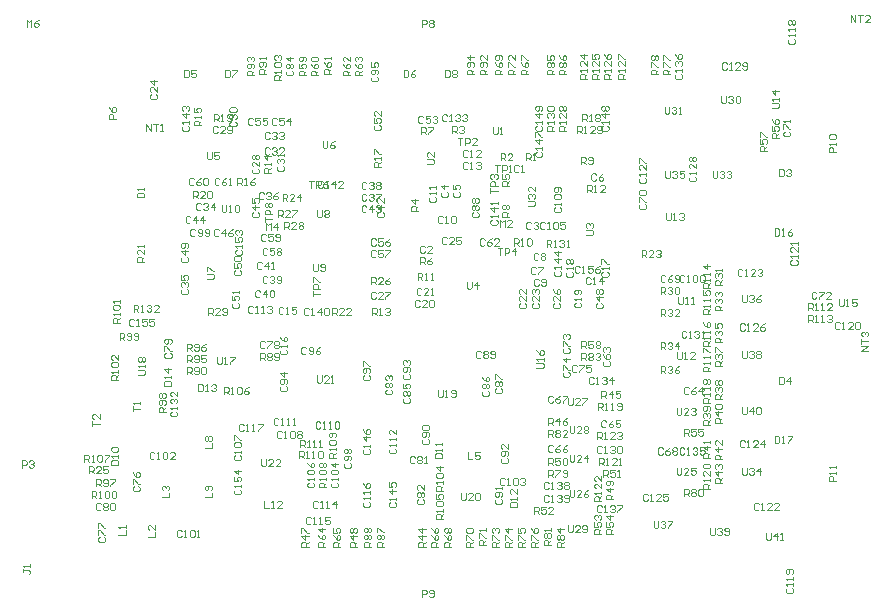
<source format=gbr>
%TF.GenerationSoftware,Altium Limited,Altium Designer,22.10.1 (41)*%
G04 Layer_Color=8388736*
%FSLAX45Y45*%
%MOMM*%
%TF.SameCoordinates,A8474BD1-FA4A-4BD0-88DA-22D9B4FA892B*%
%TF.FilePolarity,Positive*%
%TF.FileFunction,Other,Top_Designator*%
%TF.Part,Single*%
G01*
G75*
%TA.AperFunction,NonConductor*%
%ADD674C,0.10000*%
D674*
X5599958Y3930035D02*
X5589962Y3940031D01*
X5569968D01*
X5559971Y3930035D01*
Y3890048D01*
X5569968Y3880051D01*
X5589962D01*
X5599958Y3890048D01*
X5619952Y3880051D02*
X5639946D01*
X5629949D01*
Y3940031D01*
X5619952Y3930035D01*
X4957476Y3499952D02*
X4947479Y3509949D01*
X4927485D01*
X4917489Y3499952D01*
Y3459965D01*
X4927485Y3449968D01*
X4947479D01*
X4957476Y3459965D01*
X4977469Y3449968D02*
X4997463D01*
X4987466D01*
Y3509949D01*
X4977469Y3499952D01*
X5027453D02*
X5037450Y3509949D01*
X5057443D01*
X5067440Y3499952D01*
Y3459965D01*
X5057443Y3449968D01*
X5037450D01*
X5027453Y3459965D01*
Y3499952D01*
X4849965Y3672471D02*
X4839968Y3662474D01*
Y3642480D01*
X4849965Y3632484D01*
X4889952D01*
X4899949Y3642480D01*
Y3662474D01*
X4889952Y3672471D01*
X4899949Y3692464D02*
Y3712458D01*
Y3702461D01*
X4839968D01*
X4849965Y3692464D01*
X4899949Y3742448D02*
Y3762442D01*
Y3752445D01*
X4839968D01*
X4849965Y3742448D01*
X4949965Y3714963D02*
X4939968Y3704966D01*
Y3684973D01*
X4949965Y3674976D01*
X4989952D01*
X4999949Y3684973D01*
Y3704966D01*
X4989952Y3714963D01*
X4999949Y3764947D02*
X4939968D01*
X4969959Y3734957D01*
Y3774944D01*
X5049965Y3714963D02*
X5039968Y3704966D01*
Y3684973D01*
X5049965Y3674976D01*
X5089952D01*
X5099949Y3684973D01*
Y3704966D01*
X5089952Y3714963D01*
X5039968Y3774944D02*
Y3734957D01*
X5069958D01*
X5059962Y3754950D01*
Y3764947D01*
X5069958Y3774944D01*
X5089952D01*
X5099949Y3764947D01*
Y3744953D01*
X5089952Y3734957D01*
X5167476Y4060035D02*
X5157479Y4070031D01*
X5137485D01*
X5127489Y4060035D01*
Y4020048D01*
X5137485Y4010051D01*
X5157479D01*
X5167476Y4020048D01*
X5187469Y4010051D02*
X5207463D01*
X5197466D01*
Y4070031D01*
X5187469Y4060035D01*
X5277440Y4010051D02*
X5237453D01*
X5277440Y4050038D01*
Y4060035D01*
X5267443Y4070031D01*
X5247449D01*
X5237453Y4060035D01*
X5167476Y3960034D02*
X5157479Y3970031D01*
X5137485D01*
X5127489Y3960034D01*
Y3920048D01*
X5137485Y3910051D01*
X5157479D01*
X5167476Y3920048D01*
X5187469Y3910051D02*
X5207463D01*
X5197466D01*
Y3970031D01*
X5187469Y3960034D01*
X5237453D02*
X5247449Y3970031D01*
X5267443D01*
X5277440Y3960034D01*
Y3950038D01*
X5267443Y3940041D01*
X5257446D01*
X5267443D01*
X5277440Y3930044D01*
Y3920048D01*
X5267443Y3910051D01*
X5247449D01*
X5237453Y3920048D01*
X5704963Y3449952D02*
X5694967Y3459949D01*
X5674973D01*
X5664976Y3449952D01*
Y3409965D01*
X5674973Y3399968D01*
X5694967D01*
X5704963Y3409965D01*
X5724957Y3449952D02*
X5734953Y3459949D01*
X5754947D01*
X5764944Y3449952D01*
Y3439955D01*
X5754947Y3429959D01*
X5744950D01*
X5754947D01*
X5764944Y3419962D01*
Y3409965D01*
X5754947Y3399968D01*
X5734953D01*
X5724957Y3409965D01*
X5744963Y3069952D02*
X5734967Y3079949D01*
X5714973D01*
X5704976Y3069952D01*
Y3029965D01*
X5714973Y3019968D01*
X5734967D01*
X5744963Y3029965D01*
X5764957Y3079949D02*
X5804944D01*
Y3069952D01*
X5764957Y3029965D01*
Y3019968D01*
X5764963Y3189993D02*
X5754967Y3199990D01*
X5734973D01*
X5724976Y3189993D01*
Y3150006D01*
X5734973Y3140010D01*
X5754967D01*
X5764963Y3150006D01*
X5784957Y3189993D02*
X5794954Y3199990D01*
X5814947D01*
X5824944Y3189993D01*
Y3179997D01*
X5814947Y3170000D01*
X5824944Y3160003D01*
Y3150006D01*
X5814947Y3140010D01*
X5794954D01*
X5784957Y3150006D01*
Y3160003D01*
X5794954Y3170000D01*
X5784957Y3179997D01*
Y3189993D01*
X5794954Y3170000D02*
X5814947D01*
X5770003Y2969993D02*
X5760007Y2979990D01*
X5740013D01*
X5730016Y2969993D01*
Y2930006D01*
X5740013Y2920010D01*
X5760007D01*
X5770003Y2930006D01*
X5789997D02*
X5799994Y2920010D01*
X5819987D01*
X5829984Y2930006D01*
Y2969993D01*
X5819987Y2979990D01*
X5799994D01*
X5789997Y2969993D01*
Y2959997D01*
X5799994Y2950000D01*
X5829984D01*
X4759978Y2790035D02*
X4749981Y2800031D01*
X4729987D01*
X4719991Y2790035D01*
Y2750048D01*
X4729987Y2740051D01*
X4749981D01*
X4759978Y2750048D01*
X4819958Y2740051D02*
X4779971D01*
X4819958Y2780038D01*
Y2790035D01*
X4809962Y2800031D01*
X4789968D01*
X4779971Y2790035D01*
X4839952D02*
X4849949Y2800031D01*
X4869942D01*
X4879939Y2790035D01*
Y2750048D01*
X4869942Y2740051D01*
X4849949D01*
X4839952Y2750048D01*
Y2790035D01*
X4774973Y2890035D02*
X4764976Y2900032D01*
X4744983D01*
X4734986Y2890035D01*
Y2850048D01*
X4744983Y2840051D01*
X4764976D01*
X4774973Y2850048D01*
X4834953Y2840051D02*
X4794967D01*
X4834953Y2880038D01*
Y2890035D01*
X4824957Y2900032D01*
X4804963D01*
X4794967Y2890035D01*
X4854947Y2840051D02*
X4874941D01*
X4864944D01*
Y2900032D01*
X4854947Y2890035D01*
X5610006Y2770013D02*
X5600009Y2760016D01*
Y2740022D01*
X5610006Y2730026D01*
X5649993D01*
X5659990Y2740022D01*
Y2760016D01*
X5649993Y2770013D01*
X5659990Y2829993D02*
Y2790006D01*
X5620003Y2829993D01*
X5610006D01*
X5600009Y2819997D01*
Y2800003D01*
X5610006Y2790006D01*
X5659990Y2889974D02*
Y2849987D01*
X5620003Y2889974D01*
X5610006D01*
X5600009Y2879977D01*
Y2859984D01*
X5610006Y2849987D01*
X5720006Y2770013D02*
X5710009Y2760016D01*
Y2740022D01*
X5720006Y2730026D01*
X5759993D01*
X5769990Y2740022D01*
Y2760016D01*
X5759993Y2770013D01*
X5769990Y2829993D02*
Y2790006D01*
X5730003Y2829993D01*
X5720006D01*
X5710009Y2819997D01*
Y2800003D01*
X5720006Y2790006D01*
Y2849987D02*
X5710009Y2859984D01*
Y2879977D01*
X5720006Y2889974D01*
X5730003D01*
X5740000Y2879977D01*
Y2869981D01*
Y2879977D01*
X5749996Y2889974D01*
X5759993D01*
X5769990Y2879977D01*
Y2859984D01*
X5759993Y2849987D01*
X4290006Y2159977D02*
X4280009Y2149981D01*
Y2129987D01*
X4290006Y2119990D01*
X4329993D01*
X4339990Y2129987D01*
Y2149981D01*
X4329993Y2159977D01*
Y2179971D02*
X4339990Y2189968D01*
Y2209961D01*
X4329993Y2219958D01*
X4290006D01*
X4280009Y2209961D01*
Y2189968D01*
X4290006Y2179971D01*
X4300003D01*
X4310000Y2189968D01*
Y2219958D01*
X4280009Y2239952D02*
Y2279939D01*
X4290006D01*
X4329993Y2239952D01*
X4339990D01*
X4360006Y4689977D02*
X4350009Y4679981D01*
Y4659987D01*
X4360006Y4649990D01*
X4399993D01*
X4409990Y4659987D01*
Y4679981D01*
X4399993Y4689977D01*
Y4709971D02*
X4409990Y4719968D01*
Y4739961D01*
X4399993Y4749958D01*
X4360006D01*
X4350009Y4739961D01*
Y4719968D01*
X4360006Y4709971D01*
X4370003D01*
X4380000Y4719968D01*
Y4749958D01*
X4350009Y4809939D02*
Y4769952D01*
X4380000D01*
X4370003Y4789945D01*
Y4799942D01*
X4380000Y4809939D01*
X4399993D01*
X4409990Y4799942D01*
Y4779948D01*
X4399993Y4769952D01*
X2340006Y1219978D02*
X2330010Y1209981D01*
Y1189987D01*
X2340006Y1179991D01*
X2379993D01*
X2389990Y1189987D01*
Y1209981D01*
X2379993Y1219978D01*
X2330010Y1239971D02*
Y1279958D01*
X2340006D01*
X2379993Y1239971D01*
X2389990D01*
X2330010Y1339939D02*
X2340006Y1319946D01*
X2360000Y1299952D01*
X2379993D01*
X2389990Y1309949D01*
Y1329942D01*
X2379993Y1339939D01*
X2369997D01*
X2360000Y1329942D01*
Y1299952D01*
X5482490Y1279993D02*
X5472493Y1289990D01*
X5452500D01*
X5442503Y1279993D01*
Y1240006D01*
X5452500Y1230010D01*
X5472493D01*
X5482490Y1240006D01*
X5502484Y1230010D02*
X5522477D01*
X5512480D01*
Y1289990D01*
X5502484Y1279993D01*
X5552467D02*
X5562464Y1289990D01*
X5582458D01*
X5592454Y1279993D01*
Y1240006D01*
X5582458Y1230010D01*
X5562464D01*
X5552467Y1240006D01*
Y1279993D01*
X5612448D02*
X5622445Y1289990D01*
X5642438D01*
X5652435Y1279993D01*
Y1269997D01*
X5642438Y1260000D01*
X5632442D01*
X5642438D01*
X5652435Y1250003D01*
Y1240006D01*
X5642438Y1230010D01*
X5622445D01*
X5612448Y1240006D01*
X2050006Y789978D02*
X2040009Y779981D01*
Y759987D01*
X2050006Y749991D01*
X2089993D01*
X2099990Y759987D01*
Y779981D01*
X2089993Y789978D01*
X2040009Y809971D02*
Y849958D01*
X2050006D01*
X2089993Y809971D01*
X2099990D01*
X2040009Y869952D02*
Y909939D01*
X2050006D01*
X2089993Y869952D01*
X2099990D01*
X3590006Y2069978D02*
X3580009Y2059981D01*
Y2039987D01*
X3590006Y2029991D01*
X3629993D01*
X3639990Y2039987D01*
Y2059981D01*
X3629993Y2069978D01*
Y2089971D02*
X3639990Y2099968D01*
Y2119961D01*
X3629993Y2129958D01*
X3590006D01*
X3580009Y2119961D01*
Y2099968D01*
X3590006Y2089971D01*
X3600003D01*
X3610000Y2099968D01*
Y2129958D01*
X3639990Y2179942D02*
X3580009D01*
X3610000Y2149952D01*
Y2189939D01*
X5309978Y3310035D02*
X5299981Y3320031D01*
X5279988D01*
X5269991Y3310035D01*
Y3270048D01*
X5279988Y3260051D01*
X5299981D01*
X5309978Y3270048D01*
X5369959Y3320031D02*
X5349965Y3310035D01*
X5329972Y3290041D01*
Y3270048D01*
X5339968Y3260051D01*
X5359962D01*
X5369959Y3270048D01*
Y3280044D01*
X5359962Y3290041D01*
X5329972D01*
X5429939Y3260051D02*
X5389952D01*
X5429939Y3300038D01*
Y3310035D01*
X5419942Y3320031D01*
X5399949D01*
X5389952Y3310035D01*
X6339978Y1769952D02*
X6329981Y1779949D01*
X6309988D01*
X6299991Y1769952D01*
Y1729965D01*
X6309988Y1719969D01*
X6329981D01*
X6339978Y1729965D01*
X6399958Y1779949D02*
X6379965Y1769952D01*
X6359972Y1749959D01*
Y1729965D01*
X6369968Y1719969D01*
X6389962D01*
X6399958Y1729965D01*
Y1739962D01*
X6389962Y1749959D01*
X6359972D01*
X6459939Y1779949D02*
X6419952D01*
Y1749959D01*
X6439946Y1759956D01*
X6449942D01*
X6459939Y1749959D01*
Y1729965D01*
X6449942Y1719969D01*
X6429949D01*
X6419952Y1729965D01*
X6819978Y1540035D02*
X6809981Y1550032D01*
X6789987D01*
X6779991Y1540035D01*
Y1500048D01*
X6789987Y1490051D01*
X6809981D01*
X6819978Y1500048D01*
X6879958Y1550032D02*
X6859965Y1540035D01*
X6839971Y1520041D01*
Y1500048D01*
X6849968Y1490051D01*
X6869962D01*
X6879958Y1500048D01*
Y1510045D01*
X6869962Y1520041D01*
X6839971D01*
X6899952Y1540035D02*
X6909949Y1550032D01*
X6929942D01*
X6939939Y1540035D01*
Y1530038D01*
X6929942Y1520041D01*
X6939939Y1510045D01*
Y1500048D01*
X6929942Y1490051D01*
X6909949D01*
X6899952Y1500048D01*
Y1510045D01*
X6909949Y1520041D01*
X6899952Y1530038D01*
Y1540035D01*
X6909949Y1520041D02*
X6929942D01*
X6839977Y3000034D02*
X6829981Y3010031D01*
X6809987D01*
X6799990Y3000034D01*
Y2960047D01*
X6809987Y2950051D01*
X6829981D01*
X6839977Y2960047D01*
X6899958Y3010031D02*
X6879965Y3000034D01*
X6859971Y2980041D01*
Y2960047D01*
X6869968Y2950051D01*
X6889961D01*
X6899958Y2960047D01*
Y2970044D01*
X6889961Y2980041D01*
X6859971D01*
X6919952Y2960047D02*
X6929948Y2950051D01*
X6949942D01*
X6959939Y2960047D01*
Y3000034D01*
X6949942Y3010031D01*
X6929948D01*
X6919952Y3000034D01*
Y2990038D01*
X6929948Y2980041D01*
X6959939D01*
X8119978Y2860034D02*
X8109981Y2870031D01*
X8089988D01*
X8079991Y2860034D01*
Y2820047D01*
X8089988Y2810051D01*
X8109981D01*
X8119978Y2820047D01*
X8139972Y2870031D02*
X8179958D01*
Y2860034D01*
X8139972Y2820047D01*
Y2810051D01*
X8239939D02*
X8199952D01*
X8239939Y2850038D01*
Y2860034D01*
X8229942Y2870031D01*
X8209949D01*
X8199952Y2860034D01*
X7039977Y2050035D02*
X7029981Y2060032D01*
X7009987D01*
X6999990Y2050035D01*
Y2010048D01*
X7009987Y2000051D01*
X7029981D01*
X7039977Y2010048D01*
X7099958Y2060032D02*
X7079965Y2050035D01*
X7059971Y2030041D01*
Y2010048D01*
X7069968Y2000051D01*
X7089961D01*
X7099958Y2010048D01*
Y2020045D01*
X7089961Y2030041D01*
X7059971D01*
X7149942Y2000051D02*
Y2060032D01*
X7119951Y2030041D01*
X7159938D01*
X6630047Y3609978D02*
X6620051Y3599981D01*
Y3579987D01*
X6630047Y3569991D01*
X6670034D01*
X6680031Y3579987D01*
Y3599981D01*
X6670034Y3609978D01*
X6620051Y3629971D02*
Y3669958D01*
X6630047D01*
X6670034Y3629971D01*
X6680031D01*
X6630047Y3689952D02*
X6620051Y3699948D01*
Y3719942D01*
X6630047Y3729939D01*
X6670034D01*
X6680031Y3719942D01*
Y3699948D01*
X6670034Y3689952D01*
X6630047D01*
X7492490Y3050035D02*
X7482493Y3060031D01*
X7462500D01*
X7452503Y3050035D01*
Y3010048D01*
X7462500Y3000051D01*
X7482493D01*
X7492490Y3010048D01*
X7512484Y3000051D02*
X7532477D01*
X7522480D01*
Y3060031D01*
X7512484Y3050035D01*
X7602454Y3000051D02*
X7562467D01*
X7602454Y3040038D01*
Y3050035D01*
X7592458Y3060031D01*
X7572464D01*
X7562467Y3050035D01*
X7622448D02*
X7632444Y3060031D01*
X7652438D01*
X7662435Y3050035D01*
Y3040038D01*
X7652438Y3030041D01*
X7642441D01*
X7652438D01*
X7662435Y3020045D01*
Y3010048D01*
X7652438Y3000051D01*
X7632444D01*
X7622448Y3010048D01*
X7512490Y1600035D02*
X7502493Y1610032D01*
X7482500D01*
X7472503Y1600035D01*
Y1560048D01*
X7482500Y1550051D01*
X7502493D01*
X7512490Y1560048D01*
X7532484Y1550051D02*
X7552477D01*
X7542480D01*
Y1610032D01*
X7532484Y1600035D01*
X7622454Y1550051D02*
X7582467D01*
X7622454Y1590038D01*
Y1600035D01*
X7612457Y1610032D01*
X7592464D01*
X7582467Y1600035D01*
X7672438Y1550051D02*
Y1610032D01*
X7642448Y1580041D01*
X7682435D01*
X6692490Y1150035D02*
X6682494Y1160031D01*
X6662500D01*
X6652503Y1150035D01*
Y1110048D01*
X6662500Y1100051D01*
X6682494D01*
X6692490Y1110048D01*
X6712484Y1100051D02*
X6732478D01*
X6722481D01*
Y1160031D01*
X6712484Y1150035D01*
X6802455Y1100051D02*
X6762468D01*
X6802455Y1140038D01*
Y1150035D01*
X6792458Y1160031D01*
X6772464D01*
X6762468Y1150035D01*
X6862435Y1160031D02*
X6822448D01*
Y1130041D01*
X6842442Y1140038D01*
X6852438D01*
X6862435Y1130041D01*
Y1110048D01*
X6852438Y1100051D01*
X6832445D01*
X6822448Y1110048D01*
X7512490Y2590034D02*
X7502493Y2600031D01*
X7482500D01*
X7472503Y2590034D01*
Y2550047D01*
X7482500Y2540051D01*
X7502493D01*
X7512490Y2550047D01*
X7532484Y2540051D02*
X7552477D01*
X7542480D01*
Y2600031D01*
X7532484Y2590034D01*
X7622454Y2540051D02*
X7582467D01*
X7622454Y2580038D01*
Y2590034D01*
X7612457Y2600031D01*
X7592464D01*
X7582467Y2590034D01*
X7682435Y2600031D02*
X7662441Y2590034D01*
X7642448Y2570041D01*
Y2550047D01*
X7652444Y2540051D01*
X7672438D01*
X7682435Y2550047D01*
Y2560044D01*
X7672438Y2570041D01*
X7642448D01*
X6629965Y3832490D02*
X6619968Y3822493D01*
Y3802499D01*
X6629965Y3792503D01*
X6669952D01*
X6679949Y3802499D01*
Y3822493D01*
X6669952Y3832490D01*
X6679949Y3852483D02*
Y3872477D01*
Y3862480D01*
X6619968D01*
X6629965Y3852483D01*
X6679949Y3942454D02*
Y3902467D01*
X6639962Y3942454D01*
X6629965D01*
X6619968Y3932457D01*
Y3912464D01*
X6629965Y3902467D01*
X6619968Y3962447D02*
Y4002434D01*
X6629965D01*
X6669952Y3962447D01*
X6679949D01*
X7049965Y3842490D02*
X7039968Y3832493D01*
Y3812499D01*
X7049965Y3802503D01*
X7089952D01*
X7099949Y3812499D01*
Y3832493D01*
X7089952Y3842490D01*
X7099949Y3862483D02*
Y3882477D01*
Y3872480D01*
X7039968D01*
X7049965Y3862483D01*
X7099949Y3952454D02*
Y3912467D01*
X7059962Y3952454D01*
X7049965D01*
X7039968Y3942457D01*
Y3922464D01*
X7049965Y3912467D01*
Y3972447D02*
X7039968Y3982444D01*
Y4002438D01*
X7049965Y4012434D01*
X7059962D01*
X7069958Y4002438D01*
X7079955Y4012434D01*
X7089952D01*
X7099949Y4002438D01*
Y3982444D01*
X7089952Y3972447D01*
X7079955D01*
X7069958Y3982444D01*
X7059962Y3972447D01*
X7049965D01*
X7069958Y3982444D02*
Y4002438D01*
X4804963Y3250035D02*
X4794967Y3260032D01*
X4774973D01*
X4764976Y3250035D01*
Y3210048D01*
X4774973Y3200051D01*
X4794967D01*
X4804963Y3210048D01*
X4864944Y3200051D02*
X4824957D01*
X4864944Y3240038D01*
Y3250035D01*
X4854947Y3260032D01*
X4834953D01*
X4824957Y3250035D01*
X3639965Y4739977D02*
X3629968Y4729981D01*
Y4709987D01*
X3639965Y4699990D01*
X3679952D01*
X3689949Y4709987D01*
Y4729981D01*
X3679952Y4739977D01*
X3639965Y4759971D02*
X3629968Y4769968D01*
Y4789961D01*
X3639965Y4799958D01*
X3649962D01*
X3659958Y4789961D01*
X3669955Y4799958D01*
X3679952D01*
X3689949Y4789961D01*
Y4769968D01*
X3679952Y4759971D01*
X3669955D01*
X3659958Y4769968D01*
X3649962Y4759971D01*
X3639965D01*
X3659958Y4769968D02*
Y4789961D01*
X3689949Y4849942D02*
X3629968D01*
X3659958Y4819951D01*
Y4859938D01*
X4020048Y1252490D02*
X4010051Y1242493D01*
Y1222499D01*
X4020048Y1212503D01*
X4060035D01*
X4070031Y1222499D01*
Y1242493D01*
X4060035Y1252490D01*
X4070031Y1272483D02*
Y1292477D01*
Y1282480D01*
X4010051D01*
X4020048Y1272483D01*
Y1322467D02*
X4010051Y1332464D01*
Y1352457D01*
X4020048Y1362454D01*
X4060035D01*
X4070031Y1352457D01*
Y1332464D01*
X4060035Y1322467D01*
X4020048D01*
X4070031Y1412438D02*
X4010051D01*
X4040041Y1382448D01*
Y1422435D01*
X5822490Y3449952D02*
X5812494Y3459949D01*
X5792500D01*
X5782503Y3449952D01*
Y3409965D01*
X5792500Y3399968D01*
X5812494D01*
X5822490Y3409965D01*
X5842484Y3399968D02*
X5862477D01*
X5852481D01*
Y3459949D01*
X5842484Y3449952D01*
X5892468D02*
X5902464Y3459949D01*
X5922458D01*
X5932454Y3449952D01*
Y3409965D01*
X5922458Y3399968D01*
X5902464D01*
X5892468Y3409965D01*
Y3449952D01*
X5992435Y3459949D02*
X5952448D01*
Y3429959D01*
X5972442Y3439955D01*
X5982438D01*
X5992435Y3429959D01*
Y3409965D01*
X5982438Y3399968D01*
X5962445D01*
X5952448Y3409965D01*
X3819965Y1252490D02*
X3809968Y1242493D01*
Y1222499D01*
X3819965Y1212503D01*
X3859952D01*
X3869949Y1222499D01*
Y1242493D01*
X3859952Y1252490D01*
X3869949Y1272483D02*
Y1292477D01*
Y1282480D01*
X3809968D01*
X3819965Y1272483D01*
Y1322467D02*
X3809968Y1332464D01*
Y1352457D01*
X3819965Y1362454D01*
X3859952D01*
X3869949Y1352457D01*
Y1332464D01*
X3859952Y1322467D01*
X3819965D01*
X3809968Y1422435D02*
X3819965Y1402441D01*
X3839958Y1382448D01*
X3859952D01*
X3869949Y1392444D01*
Y1412438D01*
X3859952Y1422435D01*
X3849955D01*
X3839958Y1412438D01*
Y1382448D01*
X3200006Y1482490D02*
X3190009Y1472493D01*
Y1452500D01*
X3200006Y1442503D01*
X3239993D01*
X3249990Y1452500D01*
Y1472493D01*
X3239993Y1482490D01*
X3249990Y1502483D02*
Y1522477D01*
Y1512480D01*
X3190009D01*
X3200006Y1502483D01*
Y1552467D02*
X3190009Y1562464D01*
Y1582457D01*
X3200006Y1592454D01*
X3239993D01*
X3249990Y1582457D01*
Y1562464D01*
X3239993Y1552467D01*
X3200006D01*
X3190009Y1612448D02*
Y1652435D01*
X3200006D01*
X3239993Y1612448D01*
X3249990D01*
X3592490Y1680034D02*
X3582493Y1690031D01*
X3562500D01*
X3552503Y1680034D01*
Y1640048D01*
X3562500Y1630051D01*
X3582493D01*
X3592490Y1640048D01*
X3612484Y1630051D02*
X3632477D01*
X3622480D01*
Y1690031D01*
X3612484Y1680034D01*
X3662467D02*
X3672464Y1690031D01*
X3692458D01*
X3702454Y1680034D01*
Y1640048D01*
X3692458Y1630051D01*
X3672464D01*
X3662467Y1640048D01*
Y1680034D01*
X3722448D02*
X3732445Y1690031D01*
X3752438D01*
X3762435Y1680034D01*
Y1670038D01*
X3752438Y1660041D01*
X3762435Y1650044D01*
Y1640048D01*
X3752438Y1630051D01*
X3732445D01*
X3722448Y1640048D01*
Y1650044D01*
X3732445Y1660041D01*
X3722448Y1670038D01*
Y1680034D01*
X3732445Y1660041D02*
X3752438D01*
X3269988Y1739993D02*
X3259991Y1749990D01*
X3239998D01*
X3230001Y1739993D01*
Y1700007D01*
X3239998Y1690010D01*
X3259991D01*
X3269988Y1700007D01*
X3289981Y1690010D02*
X3309975D01*
X3299978D01*
Y1749990D01*
X3289981Y1739993D01*
X3339965Y1690010D02*
X3359959D01*
X3349962D01*
Y1749990D01*
X3339965Y1739993D01*
X3389949Y1749990D02*
X3429936D01*
Y1739993D01*
X3389949Y1700007D01*
Y1690010D01*
X5910006Y3582490D02*
X5900010Y3572493D01*
Y3552500D01*
X5910006Y3542503D01*
X5949993D01*
X5959990Y3552500D01*
Y3572493D01*
X5949993Y3582490D01*
X5959990Y3602484D02*
Y3622477D01*
Y3612480D01*
X5900010D01*
X5910006Y3602484D01*
Y3652467D02*
X5900010Y3662464D01*
Y3682458D01*
X5910006Y3692454D01*
X5949993D01*
X5959990Y3682458D01*
Y3662464D01*
X5949993Y3652467D01*
X5910006D01*
X5949993Y3712448D02*
X5959990Y3722445D01*
Y3742438D01*
X5949993Y3752435D01*
X5910006D01*
X5900010Y3742438D01*
Y3722445D01*
X5910006Y3712448D01*
X5920003D01*
X5930000Y3722445D01*
Y3752435D01*
X3349988Y2740034D02*
X3339991Y2750031D01*
X3319998D01*
X3310001Y2740034D01*
Y2700047D01*
X3319998Y2690051D01*
X3339991D01*
X3349988Y2700047D01*
X3369982Y2690051D02*
X3389975D01*
X3379978D01*
Y2750031D01*
X3369982Y2740034D01*
X3419965Y2690051D02*
X3439959D01*
X3429962D01*
Y2750031D01*
X3419965Y2740034D01*
X3469949D02*
X3479946Y2750031D01*
X3499939D01*
X3509936Y2740034D01*
Y2730038D01*
X3499939Y2720041D01*
X3489942D01*
X3499939D01*
X3509936Y2710044D01*
Y2700047D01*
X3499939Y2690051D01*
X3479946D01*
X3469949Y2700047D01*
X3920020Y1759993D02*
X3910023Y1769990D01*
X3890029D01*
X3880033Y1759993D01*
Y1720006D01*
X3890029Y1710010D01*
X3910023D01*
X3920020Y1720006D01*
X3940013Y1710010D02*
X3960007D01*
X3950010D01*
Y1769990D01*
X3940013Y1759993D01*
X3989997Y1710010D02*
X4009990D01*
X3999994D01*
Y1769990D01*
X3989997Y1759993D01*
X4039980D02*
X4049977Y1769990D01*
X4069971D01*
X4079967Y1759993D01*
Y1720006D01*
X4069971Y1710010D01*
X4049977D01*
X4039980Y1720006D01*
Y1759993D01*
X3900020Y1089993D02*
X3890023Y1099990D01*
X3870029D01*
X3860033Y1089993D01*
Y1050006D01*
X3870029Y1040010D01*
X3890023D01*
X3900020Y1050006D01*
X3920013Y1040010D02*
X3940007D01*
X3930010D01*
Y1099990D01*
X3920013Y1089993D01*
X3969997Y1040010D02*
X3989990D01*
X3979994D01*
Y1099990D01*
X3969997Y1089993D01*
X4049971Y1040010D02*
Y1099990D01*
X4019981Y1070000D01*
X4059967D01*
X4290006Y1090019D02*
X4280009Y1080023D01*
Y1060029D01*
X4290006Y1050032D01*
X4329993D01*
X4339990Y1060029D01*
Y1080023D01*
X4329993Y1090019D01*
X4339990Y1110013D02*
Y1130007D01*
Y1120010D01*
X4280009D01*
X4290006Y1110013D01*
X4339990Y1159997D02*
Y1179990D01*
Y1169993D01*
X4280009D01*
X4290006Y1159997D01*
X4280009Y1249967D02*
X4290006Y1229974D01*
X4310000Y1209980D01*
X4329993D01*
X4339990Y1219977D01*
Y1239971D01*
X4329993Y1249967D01*
X4319996D01*
X4310000Y1239971D01*
Y1209980D01*
X3840020Y949993D02*
X3830023Y959990D01*
X3810029D01*
X3800033Y949993D01*
Y910006D01*
X3810029Y900010D01*
X3830023D01*
X3840020Y910006D01*
X3860013Y900010D02*
X3880007D01*
X3870010D01*
Y959990D01*
X3860013Y949993D01*
X3909997Y900010D02*
X3929991D01*
X3919994D01*
Y959990D01*
X3909997Y949993D01*
X3999968Y959990D02*
X3959981D01*
Y930000D01*
X3979974Y939997D01*
X3989971D01*
X3999968Y930000D01*
Y910006D01*
X3989971Y900010D01*
X3969977D01*
X3959981Y910006D01*
X2059978Y1070034D02*
X2049981Y1080031D01*
X2029988D01*
X2019991Y1070034D01*
Y1030047D01*
X2029988Y1020051D01*
X2049981D01*
X2059978Y1030047D01*
X2079971Y1070034D02*
X2089968Y1080031D01*
X2109962D01*
X2119958Y1070034D01*
Y1060038D01*
X2109962Y1050041D01*
X2119958Y1040044D01*
Y1030047D01*
X2109962Y1020051D01*
X2089968D01*
X2079971Y1030047D01*
Y1040044D01*
X2089968Y1050041D01*
X2079971Y1060038D01*
Y1070034D01*
X2089968Y1050041D02*
X2109962D01*
X2139952Y1070034D02*
X2149949Y1080031D01*
X2169942D01*
X2179939Y1070034D01*
Y1030047D01*
X2169942Y1020051D01*
X2149949D01*
X2139952Y1030047D01*
Y1070034D01*
X6320006Y2280013D02*
X6310009Y2270016D01*
Y2250022D01*
X6320006Y2240026D01*
X6359993D01*
X6369990Y2250022D01*
Y2270016D01*
X6359993Y2280013D01*
X6310009Y2339993D02*
X6320006Y2320000D01*
X6340000Y2300006D01*
X6359993D01*
X6369990Y2310003D01*
Y2329997D01*
X6359993Y2339993D01*
X6349996D01*
X6340000Y2329997D01*
Y2300006D01*
X6320006Y2359987D02*
X6310009Y2369984D01*
Y2389977D01*
X6320006Y2399974D01*
X6330003D01*
X6340000Y2389977D01*
Y2379981D01*
Y2389977D01*
X6349996Y2399974D01*
X6359993D01*
X6369990Y2389977D01*
Y2369984D01*
X6359993Y2359987D01*
X3590007Y2377476D02*
X3580010Y2367479D01*
Y2347486D01*
X3590007Y2337489D01*
X3629994D01*
X3639990Y2347486D01*
Y2367479D01*
X3629994Y2377476D01*
X3639990Y2397469D02*
Y2417463D01*
Y2407466D01*
X3580010D01*
X3590007Y2397469D01*
X3580010Y2487440D02*
X3590007Y2467447D01*
X3610000Y2447453D01*
X3629994D01*
X3639990Y2457450D01*
Y2477443D01*
X3629994Y2487440D01*
X3619997D01*
X3610000Y2477443D01*
Y2447453D01*
X6309965Y3037476D02*
X6299968Y3027479D01*
Y3007485D01*
X6309965Y2997489D01*
X6349952D01*
X6359949Y3007485D01*
Y3027479D01*
X6349952Y3037476D01*
X6359949Y3057469D02*
Y3077463D01*
Y3067466D01*
X6299968D01*
X6309965Y3057469D01*
X6299968Y3107453D02*
Y3147440D01*
X6309965D01*
X6349952Y3107453D01*
X6359949D01*
X6009965Y3037476D02*
X5999968Y3027479D01*
Y3007485D01*
X6009965Y2997489D01*
X6049952D01*
X6059949Y3007485D01*
Y3027479D01*
X6049952Y3037476D01*
X6059949Y3057469D02*
Y3077463D01*
Y3067466D01*
X5999968D01*
X6009965Y3057469D01*
Y3107453D02*
X5999968Y3117449D01*
Y3137443D01*
X6009965Y3147440D01*
X6019962D01*
X6029958Y3137443D01*
X6039955Y3147440D01*
X6049952D01*
X6059949Y3137443D01*
Y3117449D01*
X6049952Y3107453D01*
X6039955D01*
X6029958Y3117449D01*
X6019962Y3107453D01*
X6009965D01*
X6029958Y3117449D02*
Y3137443D01*
X7890047Y5009988D02*
X7880051Y4999991D01*
Y4979997D01*
X7890047Y4970001D01*
X7930034D01*
X7940031Y4979997D01*
Y4999991D01*
X7930034Y5009988D01*
X7940031Y5029981D02*
Y5049975D01*
Y5039978D01*
X7880051D01*
X7890047Y5029981D01*
X7940031Y5079965D02*
Y5099959D01*
Y5089962D01*
X7880051D01*
X7890047Y5079965D01*
Y5129949D02*
X7880051Y5139945D01*
Y5159939D01*
X7890047Y5169936D01*
X7900044D01*
X7910041Y5159939D01*
X7920037Y5169936D01*
X7930034D01*
X7940031Y5159939D01*
Y5139945D01*
X7930034Y5129949D01*
X7920037D01*
X7910041Y5139945D01*
X7900044Y5129949D01*
X7890047D01*
X7910041Y5139945D02*
Y5159939D01*
X5889978Y1560034D02*
X5879981Y1570031D01*
X5859988D01*
X5849991Y1560034D01*
Y1520048D01*
X5859988Y1510051D01*
X5879981D01*
X5889978Y1520048D01*
X5949959Y1570031D02*
X5929965Y1560034D01*
X5909972Y1540041D01*
Y1520048D01*
X5919968Y1510051D01*
X5939962D01*
X5949959Y1520048D01*
Y1530044D01*
X5939962Y1540041D01*
X5909972D01*
X6009939Y1570031D02*
X5989946Y1560034D01*
X5969952Y1540041D01*
Y1520048D01*
X5979949Y1510051D01*
X5999943D01*
X6009939Y1520048D01*
Y1530044D01*
X5999943Y1540041D01*
X5969952D01*
X5889978Y1980035D02*
X5879981Y1990032D01*
X5859988D01*
X5849991Y1980035D01*
Y1940048D01*
X5859988Y1930051D01*
X5879981D01*
X5889978Y1940048D01*
X5949959Y1990032D02*
X5929965Y1980035D01*
X5909972Y1960041D01*
Y1940048D01*
X5919968Y1930051D01*
X5939962D01*
X5949959Y1940048D01*
Y1950045D01*
X5939962Y1960041D01*
X5909972D01*
X5969952Y1990032D02*
X6009939D01*
Y1980035D01*
X5969952Y1940048D01*
Y1930051D01*
X7870048Y359987D02*
X7860051Y349991D01*
Y329997D01*
X7870048Y320000D01*
X7910034D01*
X7920031Y329997D01*
Y349991D01*
X7910034Y359987D01*
X7920031Y379981D02*
Y399975D01*
Y389978D01*
X7860051D01*
X7870048Y379981D01*
X7920031Y429965D02*
Y449958D01*
Y439961D01*
X7860051D01*
X7870048Y429965D01*
X7910034Y479948D02*
X7920031Y489945D01*
Y509939D01*
X7910034Y519935D01*
X7870048D01*
X7860051Y509939D01*
Y489945D01*
X7870048Y479948D01*
X7880044D01*
X7890041Y489945D01*
Y519935D01*
X7002490Y3000034D02*
X6992493Y3010031D01*
X6972499D01*
X6962503Y3000034D01*
Y2960047D01*
X6972499Y2950051D01*
X6992493D01*
X7002490Y2960047D01*
X7022483Y2950051D02*
X7042477D01*
X7032480D01*
Y3010031D01*
X7022483Y3000034D01*
X7072467D02*
X7082464Y3010031D01*
X7102457D01*
X7112454Y3000034D01*
Y2960047D01*
X7102457Y2950051D01*
X7082464D01*
X7072467Y2960047D01*
Y3000034D01*
X7132448D02*
X7142444Y3010031D01*
X7162438D01*
X7172434Y3000034D01*
Y2960047D01*
X7162438Y2950051D01*
X7142444D01*
X7132448Y2960047D01*
Y3000034D01*
X7766821Y3404637D02*
Y3344657D01*
X7796811D01*
X7806808Y3354653D01*
Y3394640D01*
X7796811Y3404637D01*
X7766821D01*
X7826802Y3344657D02*
X7846795D01*
X7836798D01*
Y3404637D01*
X7826802Y3394640D01*
X7916772Y3404637D02*
X7896779Y3394640D01*
X7876785Y3374647D01*
Y3354653D01*
X7886782Y3344657D01*
X7906776D01*
X7916772Y3354653D01*
Y3364650D01*
X7906776Y3374647D01*
X7876785D01*
X7766821Y1644638D02*
Y1584657D01*
X7796811D01*
X7806808Y1594654D01*
Y1634641D01*
X7796811Y1644638D01*
X7766821D01*
X7826802Y1584657D02*
X7846795D01*
X7836798D01*
Y1644638D01*
X7826802Y1634641D01*
X7876785Y1644638D02*
X7916772D01*
Y1634641D01*
X7876785Y1594654D01*
Y1584657D01*
X7804976Y3904637D02*
Y3844657D01*
X7834967D01*
X7844963Y3854653D01*
Y3894640D01*
X7834967Y3904637D01*
X7804976D01*
X7864957Y3894640D02*
X7874954Y3904637D01*
X7894947D01*
X7904944Y3894640D01*
Y3884644D01*
X7894947Y3874647D01*
X7884950D01*
X7894947D01*
X7904944Y3864650D01*
Y3854653D01*
X7894947Y3844657D01*
X7874954D01*
X7864957Y3854653D01*
X7804976Y2144638D02*
Y2084657D01*
X7834967D01*
X7844963Y2094654D01*
Y2134641D01*
X7834967Y2144638D01*
X7804976D01*
X7894947Y2084657D02*
Y2144638D01*
X7864957Y2114647D01*
X7904944D01*
X2210010Y809971D02*
X2269990D01*
Y849958D01*
Y869952D02*
Y889945D01*
Y879948D01*
X2210010D01*
X2220007Y869952D01*
X2460010Y794976D02*
X2519990D01*
Y834963D01*
Y894944D02*
Y854957D01*
X2480003Y894944D01*
X2470007D01*
X2460010Y884947D01*
Y864954D01*
X2470007Y854957D01*
X1433476Y5113510D02*
Y5173490D01*
X1453470Y5153497D01*
X1473463Y5173490D01*
Y5113510D01*
X1533444Y5173490D02*
X1513451Y5163493D01*
X1493457Y5143500D01*
Y5123506D01*
X1503454Y5113510D01*
X1523447D01*
X1533444Y5123506D01*
Y5133503D01*
X1523447Y5143500D01*
X1493457D01*
X5659971Y3980010D02*
Y4039990D01*
X5689962D01*
X5699958Y4029993D01*
Y4010000D01*
X5689962Y4000003D01*
X5659971D01*
X5679965D02*
X5699958Y3980010D01*
X5719952D02*
X5739946D01*
X5729949D01*
Y4039990D01*
X5719952Y4029993D01*
X5444976Y3980010D02*
Y4039990D01*
X5474967D01*
X5484963Y4029993D01*
Y4010000D01*
X5474967Y4000003D01*
X5444976D01*
X5464970D02*
X5484963Y3980010D01*
X5544944D02*
X5504957D01*
X5544944Y4019997D01*
Y4029993D01*
X5534947Y4039990D01*
X5514954D01*
X5504957Y4029993D01*
X4774976Y4200010D02*
Y4259990D01*
X4804967D01*
X4814963Y4249993D01*
Y4230000D01*
X4804967Y4220003D01*
X4774976D01*
X4794970D02*
X4814963Y4200010D01*
X4834957Y4259990D02*
X4874944D01*
Y4249993D01*
X4834957Y4210006D01*
Y4200010D01*
X5519990Y3504976D02*
X5460010D01*
Y3534967D01*
X5470007Y3544963D01*
X5490000D01*
X5499997Y3534967D01*
Y3504976D01*
Y3524970D02*
X5519990Y3544963D01*
X5470007Y3564957D02*
X5460010Y3574954D01*
Y3594947D01*
X5470007Y3604944D01*
X5480003D01*
X5490000Y3594947D01*
X5499997Y3604944D01*
X5509994D01*
X5519990Y3594947D01*
Y3574954D01*
X5509994Y3564957D01*
X5499997D01*
X5490000Y3574954D01*
X5480003Y3564957D01*
X5470007D01*
X5490000Y3574954D02*
Y3594947D01*
X6125087Y3950010D02*
Y4009990D01*
X6155078D01*
X6165074Y3999993D01*
Y3980000D01*
X6155078Y3970003D01*
X6125087D01*
X6145081D02*
X6165074Y3950010D01*
X6185068Y3960006D02*
X6195065Y3950010D01*
X6215058D01*
X6225055Y3960006D01*
Y3999993D01*
X6215058Y4009990D01*
X6195065D01*
X6185068Y3999993D01*
Y3989997D01*
X6195065Y3980000D01*
X6225055D01*
X4764976Y3100010D02*
Y3159990D01*
X4794967D01*
X4804963Y3149993D01*
Y3130000D01*
X4794967Y3120003D01*
X4764976D01*
X4784970D02*
X4804963Y3100010D01*
X4864944Y3159990D02*
X4844950Y3149993D01*
X4824957Y3130000D01*
Y3110006D01*
X4834953Y3100010D01*
X4854947D01*
X4864944Y3110006D01*
Y3120003D01*
X4854947Y3130000D01*
X4824957D01*
X7319990Y2439991D02*
X7260010D01*
Y2469981D01*
X7270007Y2479978D01*
X7290000D01*
X7299997Y2469981D01*
Y2439991D01*
Y2459984D02*
X7319990Y2479978D01*
X7270007Y2499971D02*
X7260010Y2509968D01*
Y2529962D01*
X7270007Y2539958D01*
X7280003D01*
X7290000Y2529962D01*
Y2519965D01*
Y2529962D01*
X7299997Y2539958D01*
X7309994D01*
X7319990Y2529962D01*
Y2509968D01*
X7309994Y2499971D01*
X7260010Y2599939D02*
Y2559952D01*
X7290000D01*
X7280003Y2579946D01*
Y2589942D01*
X7290000Y2599939D01*
X7309994D01*
X7319990Y2589942D01*
Y2569949D01*
X7309994Y2559952D01*
X8050001Y2710010D02*
Y2769990D01*
X8079991D01*
X8089988Y2759993D01*
Y2740000D01*
X8079991Y2730003D01*
X8050001D01*
X8069995D02*
X8089988Y2710010D01*
X8109981D02*
X8129975D01*
X8119978D01*
Y2769990D01*
X8109981Y2759993D01*
X8159965Y2710010D02*
X8179959D01*
X8169962D01*
Y2769990D01*
X8159965Y2759993D01*
X8249936Y2710010D02*
X8209949D01*
X8249936Y2749997D01*
Y2759993D01*
X8239939Y2769990D01*
X8219945D01*
X8209949Y2759993D01*
X6999991Y1650010D02*
Y1709990D01*
X7029981D01*
X7039978Y1699993D01*
Y1680000D01*
X7029981Y1670003D01*
X6999991D01*
X7019984D02*
X7039978Y1650010D01*
X7099958Y1709990D02*
X7059971D01*
Y1680000D01*
X7079965Y1689997D01*
X7089962D01*
X7099958Y1680000D01*
Y1660006D01*
X7089962Y1650010D01*
X7069968D01*
X7059971Y1660006D01*
X7159939Y1709990D02*
X7119952D01*
Y1680000D01*
X7139946Y1689997D01*
X7149942D01*
X7159939Y1680000D01*
Y1660006D01*
X7149942Y1650010D01*
X7129949D01*
X7119952Y1660006D01*
X8050001Y2610010D02*
Y2669990D01*
X8079991D01*
X8089988Y2659993D01*
Y2640000D01*
X8079991Y2630003D01*
X8050001D01*
X8069995D02*
X8089988Y2610010D01*
X8109981D02*
X8129975D01*
X8119978D01*
Y2669990D01*
X8109981Y2659993D01*
X8159965Y2610010D02*
X8179959D01*
X8169962D01*
Y2669990D01*
X8159965Y2659993D01*
X8209949D02*
X8219945Y2669990D01*
X8239939D01*
X8249936Y2659993D01*
Y2649997D01*
X8239939Y2640000D01*
X8229942D01*
X8239939D01*
X8249936Y2630003D01*
Y2620006D01*
X8239939Y2610010D01*
X8219945D01*
X8209949Y2620006D01*
X4749990Y3554976D02*
X4690010D01*
Y3584967D01*
X4700007Y3594963D01*
X4720000D01*
X4729997Y3584967D01*
Y3554976D01*
Y3574970D02*
X4749990Y3594963D01*
Y3644947D02*
X4690010D01*
X4720000Y3614957D01*
Y3654944D01*
X4742484Y2970010D02*
Y3029990D01*
X4772474D01*
X4782470Y3019993D01*
Y3000000D01*
X4772474Y2990003D01*
X4742484D01*
X4762477D02*
X4782470Y2970010D01*
X4802464D02*
X4822458D01*
X4812461D01*
Y3029990D01*
X4802464Y3019993D01*
X4852448Y2970010D02*
X4872441D01*
X4862444D01*
Y3029990D01*
X4852448Y3019993D01*
X2789991Y2170010D02*
Y2229990D01*
X2819981D01*
X2829978Y2219994D01*
Y2200000D01*
X2819981Y2190003D01*
X2789991D01*
X2809984D02*
X2829978Y2170010D01*
X2849971Y2180007D02*
X2859968Y2170010D01*
X2879962D01*
X2889958Y2180007D01*
Y2219994D01*
X2879962Y2229990D01*
X2859968D01*
X2849971Y2219994D01*
Y2209997D01*
X2859968Y2200000D01*
X2889958D01*
X2909952Y2219994D02*
X2919949Y2229990D01*
X2939942D01*
X2949939Y2219994D01*
Y2180007D01*
X2939942Y2170010D01*
X2919949D01*
X2909952Y2180007D01*
Y2219994D01*
X2789991Y2270010D02*
Y2329990D01*
X2819981D01*
X2829978Y2319993D01*
Y2300000D01*
X2819981Y2290003D01*
X2789991D01*
X2809984D02*
X2829978Y2270010D01*
X2849971Y2280006D02*
X2859968Y2270010D01*
X2879962D01*
X2889958Y2280006D01*
Y2319993D01*
X2879962Y2329990D01*
X2859968D01*
X2849971Y2319993D01*
Y2309997D01*
X2859968Y2300000D01*
X2889958D01*
X2949939Y2329990D02*
X2909952D01*
Y2300000D01*
X2929946Y2309997D01*
X2939942D01*
X2949939Y2300000D01*
Y2280006D01*
X2939942Y2270010D01*
X2919949D01*
X2909952Y2280006D01*
X6799990Y2660010D02*
Y2719990D01*
X6829981D01*
X6839977Y2709993D01*
Y2690000D01*
X6829981Y2680003D01*
X6799990D01*
X6819984D02*
X6839977Y2660010D01*
X6859971Y2709993D02*
X6869968Y2719990D01*
X6889961D01*
X6899958Y2709993D01*
Y2699997D01*
X6889961Y2690000D01*
X6879965D01*
X6889961D01*
X6899958Y2680003D01*
Y2670006D01*
X6889961Y2660010D01*
X6869968D01*
X6859971Y2670006D01*
X6959939Y2660010D02*
X6919952D01*
X6959939Y2699997D01*
Y2709993D01*
X6949942Y2719990D01*
X6929948D01*
X6919952Y2709993D01*
X5082991Y4169990D02*
X5122978D01*
X5102985D01*
Y4110010D01*
X5142972D02*
Y4169990D01*
X5172962D01*
X5182959Y4159993D01*
Y4140000D01*
X5172962Y4130003D01*
X5142972D01*
X5242939Y4110010D02*
X5202952D01*
X5242939Y4149997D01*
Y4159993D01*
X5232943Y4169990D01*
X5212949D01*
X5202952Y4159993D01*
X5397986Y3939990D02*
X5437973D01*
X5417980D01*
Y3880010D01*
X5457966D02*
Y3939990D01*
X5487957D01*
X5497953Y3929993D01*
Y3910000D01*
X5487957Y3900003D01*
X5457966D01*
X5517947Y3880010D02*
X5537941D01*
X5527944D01*
Y3939990D01*
X5517947Y3929993D01*
X5360010Y3702991D02*
Y3742978D01*
Y3722984D01*
X5419990D01*
Y3762971D02*
X5360010D01*
Y3792961D01*
X5370007Y3802958D01*
X5390000D01*
X5399997Y3792961D01*
Y3762971D01*
X5370007Y3822952D02*
X5360010Y3832948D01*
Y3852942D01*
X5370007Y3862939D01*
X5380003D01*
X5390000Y3852942D01*
Y3842945D01*
Y3852942D01*
X5399997Y3862939D01*
X5409993D01*
X5419990Y3852942D01*
Y3832948D01*
X5409993Y3822952D01*
X5420026Y3239990D02*
X5460013D01*
X5440020D01*
Y3180010D01*
X5480007D02*
Y3239990D01*
X5509997D01*
X5519994Y3229993D01*
Y3210000D01*
X5509997Y3200003D01*
X5480007D01*
X5569977Y3180010D02*
Y3239990D01*
X5539987Y3210000D01*
X5579974D01*
X4820009Y3948726D02*
X4869993D01*
X4879990Y3958722D01*
Y3978716D01*
X4869993Y3988713D01*
X4820009D01*
X4879990Y4048693D02*
Y4008706D01*
X4840003Y4048693D01*
X4830006D01*
X4820009Y4038697D01*
Y4018703D01*
X4830006Y4008706D01*
X5380013Y4259990D02*
Y4210006D01*
X5390010Y4200010D01*
X5410003D01*
X5420000Y4210006D01*
Y4259990D01*
X5439994Y4200010D02*
X5459987D01*
X5449990D01*
Y4259990D01*
X5439994Y4249993D01*
X6951021Y2825288D02*
Y2775305D01*
X6961018Y2765308D01*
X6981011D01*
X6991008Y2775305D01*
Y2825288D01*
X7011002Y2765308D02*
X7030995D01*
X7020998D01*
Y2825288D01*
X7011002Y2815292D01*
X7060985Y2765308D02*
X7080979D01*
X7070982D01*
Y2825288D01*
X7060985Y2815292D01*
X6030026Y1189990D02*
Y1140006D01*
X6040023Y1130010D01*
X6060016D01*
X6070013Y1140006D01*
Y1189990D01*
X6129994Y1130010D02*
X6090007D01*
X6129994Y1169997D01*
Y1179993D01*
X6119997Y1189990D01*
X6100003D01*
X6090007Y1179993D01*
X6189974Y1189990D02*
X6169981Y1179993D01*
X6149987Y1160000D01*
Y1140006D01*
X6159984Y1130010D01*
X6179977D01*
X6189974Y1140006D01*
Y1150003D01*
X6179977Y1160000D01*
X6149987D01*
X6936026Y1885313D02*
Y1835329D01*
X6946023Y1825333D01*
X6966016D01*
X6976013Y1835329D01*
Y1885313D01*
X7035994Y1825333D02*
X6996007D01*
X7035994Y1865320D01*
Y1875316D01*
X7025997Y1885313D01*
X7006003D01*
X6996007Y1875316D01*
X7055987D02*
X7065984Y1885313D01*
X7085977D01*
X7095974Y1875316D01*
Y1865320D01*
X7085977Y1855323D01*
X7075981D01*
X7085977D01*
X7095974Y1845326D01*
Y1835329D01*
X7085977Y1825333D01*
X7065984D01*
X7055987Y1835329D01*
X6030026Y1729990D02*
Y1680006D01*
X6040023Y1670010D01*
X6060016D01*
X6070013Y1680006D01*
Y1729990D01*
X6129994Y1670010D02*
X6090007D01*
X6129994Y1709997D01*
Y1719993D01*
X6119997Y1729990D01*
X6100003D01*
X6090007Y1719993D01*
X6149987D02*
X6159984Y1729990D01*
X6179977D01*
X6189974Y1719993D01*
Y1709997D01*
X6179977Y1700000D01*
X6189974Y1690003D01*
Y1680006D01*
X6179977Y1670010D01*
X6159984D01*
X6149987Y1680006D01*
Y1690003D01*
X6159984Y1700000D01*
X6149987Y1709997D01*
Y1719993D01*
X6159984Y1700000D02*
X6179977D01*
X6941024Y2360313D02*
Y2310329D01*
X6951021Y2300333D01*
X6971015D01*
X6981011Y2310329D01*
Y2360313D01*
X7001005Y2300333D02*
X7020999D01*
X7011002D01*
Y2360313D01*
X7001005Y2350316D01*
X7090976Y2300333D02*
X7050989D01*
X7090976Y2340320D01*
Y2350316D01*
X7080979Y2360313D01*
X7060985D01*
X7050989Y2350316D01*
X8310254Y2804637D02*
Y2754653D01*
X8320251Y2744656D01*
X8340244D01*
X8350241Y2754653D01*
Y2804637D01*
X8370235Y2744656D02*
X8390228D01*
X8380231D01*
Y2804637D01*
X8370235Y2794640D01*
X8460205Y2804637D02*
X8420218D01*
Y2774646D01*
X8440212Y2784643D01*
X8450209D01*
X8460205Y2774646D01*
Y2754653D01*
X8450209Y2744656D01*
X8430215D01*
X8420218Y2754653D01*
X6030026Y1489990D02*
Y1440006D01*
X6040023Y1430010D01*
X6060016D01*
X6070013Y1440006D01*
Y1489990D01*
X6129994Y1430010D02*
X6090007D01*
X6129994Y1469997D01*
Y1479993D01*
X6119997Y1489990D01*
X6100003D01*
X6090007Y1479993D01*
X6179977Y1430010D02*
Y1489990D01*
X6149987Y1460000D01*
X6189974D01*
X6016026Y890313D02*
Y840330D01*
X6026023Y830333D01*
X6046016D01*
X6056013Y840330D01*
Y890313D01*
X6115994Y830333D02*
X6076007D01*
X6115994Y870320D01*
Y880317D01*
X6105997Y890313D01*
X6086003D01*
X6076007Y880317D01*
X6135987Y840330D02*
X6145984Y830333D01*
X6165978D01*
X6175974Y840330D01*
Y880317D01*
X6165978Y890313D01*
X6145984D01*
X6135987Y880317D01*
Y870320D01*
X6145984Y860323D01*
X6175974D01*
X6016026Y1970313D02*
Y1920329D01*
X6026023Y1910333D01*
X6046016D01*
X6056013Y1920329D01*
Y1970313D01*
X6115994Y1910333D02*
X6076007D01*
X6115994Y1950320D01*
Y1960316D01*
X6105997Y1970313D01*
X6086003D01*
X6076007Y1960316D01*
X6135987Y1970313D02*
X6175974D01*
Y1960316D01*
X6135987Y1920329D01*
Y1910333D01*
X6848173Y3533652D02*
Y3483668D01*
X6858169Y3473671D01*
X6878163D01*
X6888160Y3483668D01*
Y3533652D01*
X6908153Y3473671D02*
X6928147D01*
X6918150D01*
Y3533652D01*
X6908153Y3523655D01*
X6958137D02*
X6968134Y3533652D01*
X6988127D01*
X6998124Y3523655D01*
Y3513658D01*
X6988127Y3503662D01*
X6978131D01*
X6988127D01*
X6998124Y3493665D01*
Y3483668D01*
X6988127Y3473671D01*
X6968134D01*
X6958137Y3483668D01*
X7742198Y4427594D02*
X7792182D01*
X7802179Y4437591D01*
Y4457584D01*
X7792182Y4467581D01*
X7742198D01*
X7802179Y4487574D02*
Y4507568D01*
Y4497571D01*
X7742198D01*
X7752195Y4487574D01*
X7802179Y4567548D02*
X7742198D01*
X7772188Y4537558D01*
Y4577545D01*
X3420026Y1449990D02*
Y1400006D01*
X3430023Y1390010D01*
X3450016D01*
X3460013Y1400006D01*
Y1449990D01*
X3519993Y1390010D02*
X3480007D01*
X3519993Y1429997D01*
Y1439993D01*
X3509997Y1449990D01*
X3490003D01*
X3480007Y1439993D01*
X3579974Y1390010D02*
X3539987D01*
X3579974Y1429997D01*
Y1439993D01*
X3569977Y1449990D01*
X3549984D01*
X3539987Y1439993D01*
X6170010Y3350016D02*
X6219993D01*
X6229990Y3360013D01*
Y3380006D01*
X6219993Y3390003D01*
X6170010D01*
X6180006Y3409997D02*
X6170010Y3419993D01*
Y3439987D01*
X6180006Y3449984D01*
X6190003D01*
X6200000Y3439987D01*
Y3429990D01*
Y3439987D01*
X6209996Y3449984D01*
X6219993D01*
X6229990Y3439987D01*
Y3419993D01*
X6219993Y3409997D01*
X4778516Y5111510D02*
Y5171490D01*
X4808507D01*
X4818503Y5161493D01*
Y5141500D01*
X4808507Y5131503D01*
X4778516D01*
X4838497Y5161493D02*
X4848493Y5171490D01*
X4868487D01*
X4878484Y5161493D01*
Y5151497D01*
X4868487Y5141500D01*
X4878484Y5131503D01*
Y5121506D01*
X4868487Y5111510D01*
X4848493D01*
X4838497Y5121506D01*
Y5131503D01*
X4848493Y5141500D01*
X4838497Y5151497D01*
Y5161493D01*
X4848493Y5141500D02*
X4868487D01*
X4778516Y285510D02*
Y345490D01*
X4808507D01*
X4818503Y335493D01*
Y315500D01*
X4808507Y305503D01*
X4778516D01*
X4838497Y295506D02*
X4848493Y285510D01*
X4868487D01*
X4878484Y295506D01*
Y335493D01*
X4868487Y345490D01*
X4848493D01*
X4838497Y335493D01*
Y325497D01*
X4848493Y315500D01*
X4878484D01*
X3449978Y2439952D02*
X3439981Y2449949D01*
X3419988D01*
X3409991Y2439952D01*
Y2399965D01*
X3419988Y2389968D01*
X3439981D01*
X3449978Y2399965D01*
X3469971Y2449949D02*
X3509958D01*
Y2439952D01*
X3469971Y2399965D01*
Y2389968D01*
X3529952Y2439952D02*
X3539949Y2449949D01*
X3559942D01*
X3569939Y2439952D01*
Y2429955D01*
X3559942Y2419959D01*
X3569939Y2409962D01*
Y2399965D01*
X3559942Y2389968D01*
X3539949D01*
X3529952Y2399965D01*
Y2409962D01*
X3539949Y2419959D01*
X3529952Y2429955D01*
Y2439952D01*
X3539949Y2419959D02*
X3559942D01*
X2764976Y4744637D02*
Y4684657D01*
X2794967D01*
X2804963Y4694654D01*
Y4734641D01*
X2794967Y4744637D01*
X2764976D01*
X2864944D02*
X2824957D01*
Y4714647D01*
X2844951Y4724644D01*
X2854947D01*
X2864944Y4714647D01*
Y4694654D01*
X2854947Y4684657D01*
X2834954D01*
X2824957Y4694654D01*
X4624976Y4744637D02*
Y4684657D01*
X4654967D01*
X4664963Y4694654D01*
Y4734641D01*
X4654967Y4744637D01*
X4624976D01*
X4724944D02*
X4704950Y4734641D01*
X4684957Y4714647D01*
Y4694654D01*
X4694954Y4684657D01*
X4714947D01*
X4724944Y4694654D01*
Y4704650D01*
X4714947Y4714647D01*
X4684957D01*
X4459990Y710991D02*
X4400010D01*
Y740981D01*
X4410007Y750978D01*
X4430000D01*
X4439997Y740981D01*
Y710991D01*
Y730985D02*
X4459990Y750978D01*
X4410007Y770972D02*
X4400010Y780968D01*
Y800962D01*
X4410007Y810958D01*
X4420003D01*
X4430000Y800962D01*
X4439997Y810958D01*
X4449994D01*
X4459990Y800962D01*
Y780968D01*
X4449994Y770972D01*
X4439997D01*
X4430000Y780968D01*
X4420003Y770972D01*
X4410007D01*
X4430000Y780968D02*
Y800962D01*
X4400010Y830952D02*
Y870939D01*
X4410007D01*
X4449994Y830952D01*
X4459990D01*
X4349990Y710990D02*
X4290009D01*
Y740981D01*
X4300006Y750977D01*
X4320000D01*
X4329996Y740981D01*
Y710990D01*
Y730984D02*
X4349990Y750977D01*
X4300006Y770971D02*
X4290009Y780968D01*
Y800961D01*
X4300006Y810958D01*
X4310003D01*
X4320000Y800961D01*
X4329996Y810958D01*
X4339993D01*
X4349990Y800961D01*
Y780968D01*
X4339993Y770971D01*
X4329996D01*
X4320000Y780968D01*
X4310003Y770971D01*
X4300006D01*
X4320000Y780968D02*
Y800961D01*
X4300006Y830952D02*
X4290009Y840948D01*
Y860942D01*
X4300006Y870939D01*
X4310003D01*
X4320000Y860942D01*
X4329996Y870939D01*
X4339993D01*
X4349990Y860942D01*
Y840948D01*
X4339993Y830952D01*
X4329996D01*
X4320000Y840948D01*
X4310003Y830952D01*
X4300006D01*
X4320000Y840948D02*
Y860942D01*
X3409991Y2290010D02*
Y2349990D01*
X3439981D01*
X3449978Y2339993D01*
Y2320000D01*
X3439981Y2310003D01*
X3409991D01*
X3429985D02*
X3449978Y2290010D01*
X3469971Y2339993D02*
X3479968Y2349990D01*
X3499962D01*
X3509958Y2339993D01*
Y2329997D01*
X3499962Y2320000D01*
X3509958Y2310003D01*
Y2300006D01*
X3499962Y2290010D01*
X3479968D01*
X3469971Y2300006D01*
Y2310003D01*
X3479968Y2320000D01*
X3469971Y2329997D01*
Y2339993D01*
X3479968Y2320000D02*
X3499962D01*
X3529952Y2300006D02*
X3539949Y2290010D01*
X3559942D01*
X3569939Y2300006D01*
Y2339993D01*
X3559942Y2349990D01*
X3539949D01*
X3529952Y2339993D01*
Y2329997D01*
X3539949Y2320000D01*
X3569939D01*
X2789991Y2370010D02*
Y2429990D01*
X2819981D01*
X2829978Y2419993D01*
Y2400000D01*
X2819981Y2390003D01*
X2789991D01*
X2809984D02*
X2829978Y2370010D01*
X2849971Y2380006D02*
X2859968Y2370010D01*
X2879962D01*
X2889958Y2380006D01*
Y2419993D01*
X2879962Y2429990D01*
X2859968D01*
X2849971Y2419993D01*
Y2409997D01*
X2859968Y2400000D01*
X2889958D01*
X2949939Y2429990D02*
X2929946Y2419993D01*
X2909952Y2400000D01*
Y2380006D01*
X2919949Y2370010D01*
X2939942D01*
X2949939Y2380006D01*
Y2390003D01*
X2939942Y2400000D01*
X2909952D01*
X3459990Y4714986D02*
X3400010D01*
Y4744976D01*
X3410007Y4754973D01*
X3430000D01*
X3439997Y4744976D01*
Y4714986D01*
Y4734979D02*
X3459990Y4754973D01*
X3449994Y4774966D02*
X3459990Y4784963D01*
Y4804957D01*
X3449994Y4814953D01*
X3410007D01*
X3400010Y4804957D01*
Y4784963D01*
X3410007Y4774966D01*
X3420003D01*
X3430000Y4784963D01*
Y4814953D01*
X3459990Y4834947D02*
Y4854941D01*
Y4844944D01*
X3400010D01*
X3410007Y4834947D01*
X5329990Y4709990D02*
X5270010D01*
Y4739981D01*
X5280006Y4749977D01*
X5300000D01*
X5309996Y4739981D01*
Y4709990D01*
Y4729984D02*
X5329990Y4749977D01*
X5319993Y4769971D02*
X5329990Y4779968D01*
Y4799961D01*
X5319993Y4809958D01*
X5280006D01*
X5270010Y4799961D01*
Y4779968D01*
X5280006Y4769971D01*
X5290003D01*
X5300000Y4779968D01*
Y4809958D01*
X5329990Y4869938D02*
Y4829951D01*
X5290003Y4869938D01*
X5280006D01*
X5270010Y4859942D01*
Y4839948D01*
X5280006Y4829951D01*
X3460016Y3390010D02*
Y3449990D01*
X3480010Y3429997D01*
X3500003Y3449990D01*
Y3390010D01*
X3549987D02*
Y3449990D01*
X3519997Y3420000D01*
X3559984D01*
X3045870Y2319990D02*
Y2270006D01*
X3055867Y2260009D01*
X3075860D01*
X3085857Y2270006D01*
Y2319990D01*
X3105851Y2260009D02*
X3125844D01*
X3115847D01*
Y2319990D01*
X3105851Y2309993D01*
X3155834Y2319990D02*
X3195821D01*
Y2309993D01*
X3155834Y2270006D01*
Y2260009D01*
X6207476Y2980034D02*
X6197479Y2990031D01*
X6177485D01*
X6167489Y2980034D01*
Y2940047D01*
X6177485Y2930051D01*
X6197479D01*
X6207476Y2940047D01*
X6227469Y2930051D02*
X6247463D01*
X6237466D01*
Y2990031D01*
X6227469Y2980034D01*
X6307443Y2930051D02*
Y2990031D01*
X6277453Y2960041D01*
X6317440D01*
X3607476Y2729993D02*
X3597479Y2739990D01*
X3577486D01*
X3567489Y2729993D01*
Y2690006D01*
X3577486Y2680010D01*
X3597479D01*
X3607476Y2690006D01*
X3627470Y2680010D02*
X3647463D01*
X3637466D01*
Y2739990D01*
X3627470Y2729993D01*
X3717440Y2739990D02*
X3677453D01*
Y2710000D01*
X3697447Y2719997D01*
X3707443D01*
X3717440Y2710000D01*
Y2690006D01*
X3707443Y2680010D01*
X3687450D01*
X3677453Y2690006D01*
X2940010Y1547476D02*
X2999990D01*
Y1587463D01*
X2950007Y1607457D02*
X2940010Y1617453D01*
Y1637447D01*
X2950007Y1647444D01*
X2960003D01*
X2970000Y1637447D01*
X2979997Y1647444D01*
X2989994D01*
X2999990Y1637447D01*
Y1617453D01*
X2989994Y1607457D01*
X2979997D01*
X2970000Y1617453D01*
X2960003Y1607457D01*
X2950007D01*
X2970000Y1617453D02*
Y1637447D01*
X4630048Y1969978D02*
X4620051Y1959981D01*
Y1939987D01*
X4630048Y1929991D01*
X4670035D01*
X4680031Y1939987D01*
Y1959981D01*
X4670035Y1969978D01*
X4630048Y1989971D02*
X4620051Y1999968D01*
Y2019962D01*
X4630048Y2029958D01*
X4640044D01*
X4650041Y2019962D01*
X4660038Y2029958D01*
X4670035D01*
X4680031Y2019962D01*
Y1999968D01*
X4670035Y1989971D01*
X4660038D01*
X4650041Y1999968D01*
X4640044Y1989971D01*
X4630048D01*
X4650041Y1999968D02*
Y2019962D01*
X4620051Y2089939D02*
Y2049952D01*
X4650041D01*
X4640044Y2069946D01*
Y2079942D01*
X4650041Y2089939D01*
X4670035D01*
X4680031Y2079942D01*
Y2059949D01*
X4670035Y2049952D01*
X5300048Y2029978D02*
X5290051Y2019981D01*
Y1999988D01*
X5300048Y1989991D01*
X5340035D01*
X5350032Y1999988D01*
Y2019981D01*
X5340035Y2029978D01*
X5300048Y2049972D02*
X5290051Y2059968D01*
Y2079962D01*
X5300048Y2089959D01*
X5310045D01*
X5320041Y2079962D01*
X5330038Y2089959D01*
X5340035D01*
X5350032Y2079962D01*
Y2059968D01*
X5340035Y2049972D01*
X5330038D01*
X5320041Y2059968D01*
X5310045Y2049972D01*
X5300048D01*
X5320041Y2059968D02*
Y2079962D01*
X5290051Y2149939D02*
X5300048Y2129946D01*
X5320041Y2109952D01*
X5340035D01*
X5350032Y2119949D01*
Y2139943D01*
X5340035Y2149939D01*
X5330038D01*
X5320041Y2139943D01*
Y2109952D01*
X4790006Y1619977D02*
X4780009Y1609981D01*
Y1589987D01*
X4790006Y1579990D01*
X4829993D01*
X4839990Y1589987D01*
Y1609981D01*
X4829993Y1619977D01*
Y1639971D02*
X4839990Y1649968D01*
Y1669961D01*
X4829993Y1679958D01*
X4790006D01*
X4780009Y1669961D01*
Y1649968D01*
X4790006Y1639971D01*
X4800003D01*
X4810000Y1649968D01*
Y1679958D01*
X4790006Y1699952D02*
X4780009Y1709948D01*
Y1729942D01*
X4790006Y1739939D01*
X4829993D01*
X4839990Y1729942D01*
Y1709948D01*
X4829993Y1699952D01*
X4790006D01*
X5410006Y2049978D02*
X5400010Y2039981D01*
Y2019987D01*
X5410006Y2009991D01*
X5449993D01*
X5459990Y2019987D01*
Y2039981D01*
X5449993Y2049978D01*
X5410006Y2069971D02*
X5400010Y2079968D01*
Y2099962D01*
X5410006Y2109958D01*
X5420003D01*
X5430000Y2099962D01*
X5439996Y2109958D01*
X5449993D01*
X5459990Y2099962D01*
Y2079968D01*
X5449993Y2069971D01*
X5439996D01*
X5430000Y2079968D01*
X5420003Y2069971D01*
X5410006D01*
X5430000Y2079968D02*
Y2099962D01*
X5400010Y2129952D02*
Y2169939D01*
X5410006D01*
X5449993Y2129952D01*
X5459990D01*
X5409965Y1114973D02*
X5399968Y1104976D01*
Y1084983D01*
X5409965Y1074986D01*
X5449952D01*
X5459949Y1084983D01*
Y1104976D01*
X5449952Y1114973D01*
Y1134966D02*
X5459949Y1144963D01*
Y1164957D01*
X5449952Y1174953D01*
X5409965D01*
X5399968Y1164957D01*
Y1144963D01*
X5409965Y1134966D01*
X5419962D01*
X5429958Y1144963D01*
Y1174953D01*
X5459949Y1194947D02*
Y1214941D01*
Y1204944D01*
X5399968D01*
X5409965Y1194947D01*
X5460007Y1459978D02*
X5450010Y1449981D01*
Y1429987D01*
X5460007Y1419991D01*
X5499994D01*
X5509990Y1429987D01*
Y1449981D01*
X5499994Y1459978D01*
Y1479971D02*
X5509990Y1489968D01*
Y1509962D01*
X5499994Y1519958D01*
X5460007D01*
X5450010Y1509962D01*
Y1489968D01*
X5460007Y1479971D01*
X5470003D01*
X5480000Y1489968D01*
Y1519958D01*
X5509990Y1579939D02*
Y1539952D01*
X5470003Y1579939D01*
X5460007D01*
X5450010Y1569942D01*
Y1549949D01*
X5460007Y1539952D01*
X4630048Y2169978D02*
X4620051Y2159981D01*
Y2139988D01*
X4630048Y2129991D01*
X4670035D01*
X4680031Y2139988D01*
Y2159981D01*
X4670035Y2169978D01*
Y2189971D02*
X4680031Y2199968D01*
Y2219962D01*
X4670035Y2229958D01*
X4630048D01*
X4620051Y2219962D01*
Y2199968D01*
X4630048Y2189971D01*
X4640044D01*
X4650041Y2199968D01*
Y2229958D01*
X4630048Y2249952D02*
X4620051Y2259949D01*
Y2279942D01*
X4630048Y2289939D01*
X4640044D01*
X4650041Y2279942D01*
Y2269946D01*
Y2279942D01*
X4660038Y2289939D01*
X4670035D01*
X4680031Y2279942D01*
Y2259949D01*
X4670035Y2249952D01*
X3564983Y1789993D02*
X3554986Y1799990D01*
X3534993D01*
X3524996Y1789993D01*
Y1750006D01*
X3534993Y1740010D01*
X3554986D01*
X3564983Y1750006D01*
X3584977Y1740010D02*
X3604970D01*
X3594973D01*
Y1799990D01*
X3584977Y1789993D01*
X3634960Y1740010D02*
X3654954D01*
X3644957D01*
Y1799990D01*
X3634960Y1789993D01*
X3684944Y1740010D02*
X3704937D01*
X3694941D01*
Y1799990D01*
X3684944Y1789993D01*
X4480007Y2040013D02*
X4470010Y2030017D01*
Y2010023D01*
X4480007Y2000026D01*
X4519994D01*
X4529990Y2010023D01*
Y2030017D01*
X4519994Y2040013D01*
X4480007Y2060007D02*
X4470010Y2070003D01*
Y2089997D01*
X4480007Y2099994D01*
X4490003D01*
X4500000Y2089997D01*
X4509997Y2099994D01*
X4519994D01*
X4529990Y2089997D01*
Y2070003D01*
X4519994Y2060007D01*
X4509997D01*
X4500000Y2070003D01*
X4490003Y2060007D01*
X4480007D01*
X4500000Y2070003D02*
Y2089997D01*
X4480007Y2119987D02*
X4470010Y2129984D01*
Y2149978D01*
X4480007Y2159974D01*
X4490003D01*
X4500000Y2149978D01*
Y2139981D01*
Y2149978D01*
X4509997Y2159974D01*
X4519994D01*
X4529990Y2149978D01*
Y2129984D01*
X4519994Y2119987D01*
X4720010Y1464945D02*
X4710013Y1474942D01*
X4690019D01*
X4680023Y1464945D01*
Y1424958D01*
X4690019Y1414962D01*
X4710013D01*
X4720010Y1424958D01*
X4740003Y1464945D02*
X4750000Y1474942D01*
X4769994D01*
X4779990Y1464945D01*
Y1454949D01*
X4769994Y1444952D01*
X4779990Y1434955D01*
Y1424958D01*
X4769994Y1414962D01*
X4750000D01*
X4740003Y1424958D01*
Y1434955D01*
X4750000Y1444952D01*
X4740003Y1454949D01*
Y1464945D01*
X4750000Y1444952D02*
X4769994D01*
X4799984Y1414962D02*
X4819977D01*
X4809980D01*
Y1474942D01*
X4799984Y1464945D01*
X5210006Y3540013D02*
X5200009Y3530016D01*
Y3510022D01*
X5210006Y3500026D01*
X5249993D01*
X5259990Y3510022D01*
Y3530016D01*
X5249993Y3540013D01*
X5210006Y3560006D02*
X5200009Y3570003D01*
Y3589997D01*
X5210006Y3599993D01*
X5220003D01*
X5230000Y3589997D01*
X5239996Y3599993D01*
X5249993D01*
X5259990Y3589997D01*
Y3570003D01*
X5249993Y3560006D01*
X5239996D01*
X5230000Y3570003D01*
X5220003Y3560006D01*
X5210006D01*
X5230000Y3570003D02*
Y3589997D01*
X5210006Y3619987D02*
X5200009Y3629984D01*
Y3649977D01*
X5210006Y3659974D01*
X5220003D01*
X5230000Y3649977D01*
X5239996Y3659974D01*
X5249993D01*
X5259990Y3649977D01*
Y3629984D01*
X5249993Y3619987D01*
X5239996D01*
X5230000Y3629984D01*
X5220003Y3619987D01*
X5210006D01*
X5230000Y3629984D02*
Y3649977D01*
X4887862Y1459358D02*
X4947843D01*
Y1489349D01*
X4937846Y1499345D01*
X4897859D01*
X4887862Y1489349D01*
Y1459358D01*
X4947843Y1519339D02*
Y1539332D01*
Y1529336D01*
X4887862D01*
X4897859Y1519339D01*
X4947843Y1569322D02*
Y1589316D01*
Y1579319D01*
X4887862D01*
X4897859Y1569322D01*
X5522157Y1046864D02*
X5582137D01*
Y1076854D01*
X5572141Y1086851D01*
X5532154D01*
X5522157Y1076854D01*
Y1046864D01*
X5582137Y1106844D02*
Y1126838D01*
Y1116841D01*
X5522157D01*
X5532154Y1106844D01*
X5582137Y1196815D02*
Y1156828D01*
X5542150Y1196815D01*
X5532154D01*
X5522157Y1186818D01*
Y1166824D01*
X5532154Y1156828D01*
X5167476Y1509990D02*
Y1450010D01*
X5207463D01*
X5267444Y1509990D02*
X5227457D01*
Y1480000D01*
X5247451Y1489997D01*
X5257447D01*
X5267444Y1480000D01*
Y1460006D01*
X5257447Y1450010D01*
X5237454D01*
X5227457Y1460006D01*
X5759990Y709991D02*
X5700009D01*
Y739981D01*
X5710006Y749978D01*
X5730000D01*
X5739996Y739981D01*
Y709991D01*
Y729984D02*
X5759990Y749978D01*
X5700009Y769971D02*
Y809958D01*
X5710006D01*
X5749993Y769971D01*
X5759990D01*
X5700009Y869939D02*
X5710006Y849945D01*
X5730000Y829952D01*
X5749993D01*
X5759990Y839949D01*
Y859942D01*
X5749993Y869939D01*
X5739996D01*
X5730000Y859942D01*
Y829952D01*
X2609990Y1849990D02*
X2550009D01*
Y1879981D01*
X2560006Y1889977D01*
X2580000D01*
X2589996Y1879981D01*
Y1849990D01*
Y1869984D02*
X2609990Y1889977D01*
X2599993Y1909971D02*
X2609990Y1919968D01*
Y1939961D01*
X2599993Y1949958D01*
X2560006D01*
X2550009Y1939961D01*
Y1919968D01*
X2560006Y1909971D01*
X2570003D01*
X2580000Y1919968D01*
Y1949958D01*
X2560006Y1969952D02*
X2550009Y1979948D01*
Y1999942D01*
X2560006Y2009939D01*
X2570003D01*
X2580000Y1999942D01*
X2589996Y2009939D01*
X2599993D01*
X2609990Y1999942D01*
Y1979948D01*
X2599993Y1969952D01*
X2589996D01*
X2580000Y1979948D01*
X2570003Y1969952D01*
X2560006D01*
X2580000Y1979948D02*
Y1999942D01*
X4959990Y945034D02*
X4900010D01*
Y975024D01*
X4910007Y985021D01*
X4930000D01*
X4939997Y975024D01*
Y945034D01*
Y965028D02*
X4959990Y985021D01*
Y1005015D02*
Y1025008D01*
Y1015011D01*
X4900010D01*
X4910007Y1005015D01*
Y1054998D02*
X4900010Y1064995D01*
Y1084989D01*
X4910007Y1094985D01*
X4949994D01*
X4959990Y1084989D01*
Y1064995D01*
X4949994Y1054998D01*
X4910007D01*
X4900010Y1154966D02*
Y1114979D01*
X4930000D01*
X4920003Y1134973D01*
Y1144969D01*
X4930000Y1154966D01*
X4949994D01*
X4959990Y1144969D01*
Y1124976D01*
X4949994Y1114979D01*
X2219991Y2460010D02*
Y2519990D01*
X2249981D01*
X2259978Y2509993D01*
Y2490000D01*
X2249981Y2480003D01*
X2219991D01*
X2239985D02*
X2259978Y2460010D01*
X2279972Y2470006D02*
X2289968Y2460010D01*
X2309962D01*
X2319959Y2470006D01*
Y2509993D01*
X2309962Y2519990D01*
X2289968D01*
X2279972Y2509993D01*
Y2499997D01*
X2289968Y2490000D01*
X2319959D01*
X2339952Y2470006D02*
X2349949Y2460010D01*
X2369942D01*
X2379939Y2470006D01*
Y2509993D01*
X2369942Y2519990D01*
X2349949D01*
X2339952Y2509993D01*
Y2499997D01*
X2349949Y2490000D01*
X2379939D01*
X4959990Y1185034D02*
X4900010D01*
Y1215024D01*
X4910007Y1225021D01*
X4930000D01*
X4939997Y1215024D01*
Y1185034D01*
Y1205028D02*
X4959990Y1225021D01*
Y1245015D02*
Y1265008D01*
Y1255011D01*
X4900010D01*
X4910007Y1245015D01*
Y1294998D02*
X4900010Y1304995D01*
Y1324989D01*
X4910007Y1334985D01*
X4949994D01*
X4959990Y1324989D01*
Y1304995D01*
X4949994Y1294998D01*
X4910007D01*
X4959990Y1384969D02*
X4900010D01*
X4930000Y1354979D01*
Y1394966D01*
X1990010Y1732477D02*
Y1772464D01*
Y1752470D01*
X2049990D01*
Y1832444D02*
Y1792457D01*
X2010003Y1832444D01*
X2000007D01*
X1990010Y1822447D01*
Y1802454D01*
X2000007Y1792457D01*
X4915025Y2039991D02*
Y1990007D01*
X4925022Y1980010D01*
X4945015D01*
X4955012Y1990007D01*
Y2039991D01*
X4975006Y1980010D02*
X4994999D01*
X4985002D01*
Y2039991D01*
X4975006Y2029994D01*
X5024989Y1990007D02*
X5034986Y1980010D01*
X5054979D01*
X5064976Y1990007D01*
Y2029994D01*
X5054979Y2039991D01*
X5034986D01*
X5024989Y2029994D01*
Y2019997D01*
X5034986Y2010001D01*
X5064976D01*
X5109991Y1167490D02*
Y1117506D01*
X5119987Y1107509D01*
X5139981D01*
X5149978Y1117506D01*
Y1167490D01*
X5209958Y1107509D02*
X5169971D01*
X5209958Y1147496D01*
Y1157493D01*
X5199962Y1167490D01*
X5179968D01*
X5169971Y1157493D01*
X5229952D02*
X5239949Y1167490D01*
X5259942D01*
X5269939Y1157493D01*
Y1117506D01*
X5259942Y1107509D01*
X5239949D01*
X5229952Y1117506D01*
Y1157493D01*
X2597862Y2074364D02*
X2657843D01*
Y2104354D01*
X2647846Y2114351D01*
X2607859D01*
X2597862Y2104354D01*
Y2074364D01*
X2657843Y2134344D02*
Y2154338D01*
Y2144341D01*
X2597862D01*
X2607859Y2134344D01*
X2657843Y2214318D02*
X2597862D01*
X2627853Y2184328D01*
Y2224315D01*
X2219990Y2607498D02*
X2160009D01*
Y2637488D01*
X2170006Y2647485D01*
X2190000D01*
X2199996Y2637488D01*
Y2607498D01*
Y2627492D02*
X2219990Y2647485D01*
Y2667479D02*
Y2687472D01*
Y2677475D01*
X2160009D01*
X2170006Y2667479D01*
Y2717462D02*
X2160009Y2727459D01*
Y2747452D01*
X2170006Y2757449D01*
X2209993D01*
X2219990Y2747452D01*
Y2727459D01*
X2209993Y2717462D01*
X2170006D01*
X2219990Y2777443D02*
Y2797436D01*
Y2787439D01*
X2160009D01*
X2170006Y2777443D01*
X3589990Y4662503D02*
X3530009D01*
Y4692493D01*
X3540006Y4702490D01*
X3560000D01*
X3569996Y4692493D01*
Y4662503D01*
Y4682497D02*
X3589990Y4702490D01*
Y4722484D02*
Y4742477D01*
Y4732480D01*
X3530009D01*
X3540006Y4722484D01*
Y4772467D02*
X3530009Y4782464D01*
Y4802458D01*
X3540006Y4812454D01*
X3579993D01*
X3589990Y4802458D01*
Y4782464D01*
X3579993Y4772467D01*
X3540006D01*
Y4832448D02*
X3530009Y4842444D01*
Y4862438D01*
X3540006Y4872435D01*
X3550003D01*
X3560000Y4862438D01*
Y4852441D01*
Y4862438D01*
X3569996Y4872435D01*
X3579993D01*
X3589990Y4862438D01*
Y4842444D01*
X3579993Y4832448D01*
X6177489Y3710010D02*
Y3769990D01*
X6207479D01*
X6217476Y3759993D01*
Y3740000D01*
X6207479Y3730003D01*
X6177489D01*
X6197482D02*
X6217476Y3710010D01*
X6237469D02*
X6257463D01*
X6247466D01*
Y3769990D01*
X6237469Y3759993D01*
X6327440Y3710010D02*
X6287453D01*
X6327440Y3749997D01*
Y3759993D01*
X6317443Y3769990D01*
X6297450D01*
X6287453Y3759993D01*
X2330010Y1857471D02*
Y1897458D01*
Y1877465D01*
X2389990D01*
Y1917452D02*
Y1937445D01*
Y1927449D01*
X2330010D01*
X2340006Y1917452D01*
X2377510Y2167488D02*
X2427493D01*
X2437490Y2177485D01*
Y2197478D01*
X2427493Y2207475D01*
X2377510D01*
X2437490Y2227469D02*
Y2247462D01*
Y2237465D01*
X2377510D01*
X2387507Y2227469D01*
Y2277452D02*
X2377510Y2287449D01*
Y2307443D01*
X2387507Y2317439D01*
X2397503D01*
X2407500Y2307443D01*
X2417497Y2317439D01*
X2427493D01*
X2437490Y2307443D01*
Y2287449D01*
X2427493Y2277452D01*
X2417497D01*
X2407500Y2287449D01*
X2397503Y2277452D01*
X2387507D01*
X2407500Y2287449D02*
Y2307443D01*
X1399657Y519647D02*
Y499654D01*
Y509651D01*
X1449640D01*
X1459637Y499654D01*
Y489657D01*
X1449640Y479660D01*
X1459637Y539641D02*
Y559635D01*
Y549638D01*
X1399657D01*
X1409654Y539641D01*
X2940009Y1127476D02*
X2999990D01*
Y1167463D01*
X2989993Y1187457D02*
X2999990Y1197453D01*
Y1217447D01*
X2989993Y1227444D01*
X2950006D01*
X2940009Y1217447D01*
Y1197453D01*
X2950006Y1187457D01*
X2960003D01*
X2970000Y1197453D01*
Y1227444D01*
X3444987Y1099991D02*
Y1040011D01*
X3484974D01*
X3504967D02*
X3524961D01*
X3514964D01*
Y1099991D01*
X3504967Y1089994D01*
X3594938Y1040011D02*
X3554951D01*
X3594938Y1079998D01*
Y1089994D01*
X3584941Y1099991D01*
X3564948D01*
X3554951Y1089994D01*
X8282990Y4050024D02*
X8223010D01*
Y4080015D01*
X8233007Y4090011D01*
X8253000D01*
X8262997Y4080015D01*
Y4050024D01*
X8282990Y4110005D02*
Y4129999D01*
Y4120002D01*
X8223010D01*
X8233007Y4110005D01*
Y4159989D02*
X8223010Y4169985D01*
Y4189979D01*
X8233007Y4199976D01*
X8272994D01*
X8282990Y4189979D01*
Y4169985D01*
X8272994Y4159989D01*
X8233007D01*
X8282990Y1266021D02*
X8223010D01*
Y1296011D01*
X8233007Y1306008D01*
X8253000D01*
X8262997Y1296011D01*
Y1266021D01*
X8282990Y1326002D02*
Y1345995D01*
Y1335998D01*
X8223010D01*
X8233007Y1326002D01*
X8282990Y1375985D02*
Y1395979D01*
Y1385982D01*
X8223010D01*
X8233007Y1375985D01*
X3799990Y4699990D02*
X3740010D01*
Y4729981D01*
X3750006Y4739977D01*
X3770000D01*
X3779997Y4729981D01*
Y4699990D01*
Y4719984D02*
X3799990Y4739977D01*
X3740010Y4799958D02*
Y4759971D01*
X3770000D01*
X3760003Y4779965D01*
Y4789961D01*
X3770000Y4799958D01*
X3789993D01*
X3799990Y4789961D01*
Y4769968D01*
X3789993Y4759971D01*
Y4819951D02*
X3799990Y4829948D01*
Y4849942D01*
X3789993Y4859938D01*
X3750006D01*
X3740010Y4849942D01*
Y4829948D01*
X3750006Y4819951D01*
X3760003D01*
X3770000Y4829948D01*
Y4859938D01*
X2019991Y1220009D02*
Y1279990D01*
X2049981D01*
X2059978Y1269993D01*
Y1250000D01*
X2049981Y1240003D01*
X2019991D01*
X2039984D02*
X2059978Y1220009D01*
X2079971Y1230006D02*
X2089968Y1220009D01*
X2109962D01*
X2119958Y1230006D01*
Y1269993D01*
X2109962Y1279990D01*
X2089968D01*
X2079971Y1269993D01*
Y1259996D01*
X2089968Y1250000D01*
X2119958D01*
X2139952Y1279990D02*
X2179939D01*
Y1269993D01*
X2139952Y1230006D01*
Y1220009D01*
X1982503Y1120010D02*
Y1179990D01*
X2012494D01*
X2022490Y1169993D01*
Y1150000D01*
X2012494Y1140003D01*
X1982503D01*
X2002497D02*
X2022490Y1120010D01*
X2042484D02*
X2062477D01*
X2052481D01*
Y1179990D01*
X2042484Y1169993D01*
X2092467D02*
X2102464Y1179990D01*
X2122458D01*
X2132454Y1169993D01*
Y1130006D01*
X2122458Y1120010D01*
X2102464D01*
X2092467Y1130006D01*
Y1169993D01*
X2152448D02*
X2162445Y1179990D01*
X2182438D01*
X2192435Y1169993D01*
Y1130006D01*
X2182438Y1120010D01*
X2162445D01*
X2152448Y1130006D01*
Y1169993D01*
X2209990Y2122503D02*
X2150010D01*
Y2152493D01*
X2160007Y2162490D01*
X2180000D01*
X2189997Y2152493D01*
Y2122503D01*
Y2142497D02*
X2209990Y2162490D01*
Y2182484D02*
Y2202477D01*
Y2192480D01*
X2150010D01*
X2160007Y2182484D01*
Y2232467D02*
X2150010Y2242464D01*
Y2262458D01*
X2160007Y2272454D01*
X2199994D01*
X2209990Y2262458D01*
Y2242464D01*
X2199994Y2232467D01*
X2160007D01*
X2209990Y2332435D02*
Y2292448D01*
X2170003Y2332435D01*
X2160007D01*
X2150010Y2322438D01*
Y2302444D01*
X2160007Y2292448D01*
X6799991Y2380009D02*
Y2439990D01*
X6829981D01*
X6839978Y2429993D01*
Y2410000D01*
X6829981Y2400003D01*
X6799991D01*
X6819984D02*
X6839978Y2380009D01*
X6859971Y2429993D02*
X6869968Y2439990D01*
X6889962D01*
X6899958Y2429993D01*
Y2419996D01*
X6889962Y2410000D01*
X6879965D01*
X6889962D01*
X6899958Y2400003D01*
Y2390006D01*
X6889962Y2380009D01*
X6869968D01*
X6859971Y2390006D01*
X6949942Y2380009D02*
Y2439990D01*
X6919952Y2410000D01*
X6959939D01*
X7319990Y2239991D02*
X7260010D01*
Y2269981D01*
X7270007Y2279978D01*
X7290000D01*
X7299997Y2269981D01*
Y2239991D01*
Y2259984D02*
X7319990Y2279978D01*
X7270007Y2299971D02*
X7260010Y2309968D01*
Y2329962D01*
X7270007Y2339958D01*
X7280003D01*
X7290000Y2329962D01*
Y2319965D01*
Y2329962D01*
X7299997Y2339958D01*
X7309994D01*
X7319990Y2329962D01*
Y2309968D01*
X7309994Y2299971D01*
X7260010Y2359952D02*
Y2399939D01*
X7270007D01*
X7309994Y2359952D01*
X7319990D01*
X7219990Y1740026D02*
X7160010D01*
Y1770016D01*
X7170006Y1780013D01*
X7190000D01*
X7199997Y1770016D01*
Y1740026D01*
Y1760019D02*
X7219990Y1780013D01*
X7170006Y1800006D02*
X7160010Y1810003D01*
Y1829997D01*
X7170006Y1839993D01*
X7180003D01*
X7190000Y1829997D01*
Y1820000D01*
Y1829997D01*
X7199997Y1839993D01*
X7209993D01*
X7219990Y1829997D01*
Y1810003D01*
X7209993Y1800006D01*
Y1859987D02*
X7219990Y1869984D01*
Y1889977D01*
X7209993Y1899974D01*
X7170006D01*
X7160010Y1889977D01*
Y1869984D01*
X7170006Y1859987D01*
X7180003D01*
X7190000Y1869984D01*
Y1899974D01*
X7319990Y1249991D02*
X7260009D01*
Y1279981D01*
X7270006Y1289978D01*
X7289999D01*
X7299996Y1279981D01*
Y1249991D01*
Y1269984D02*
X7319990Y1289978D01*
Y1339962D02*
X7260009D01*
X7289999Y1309971D01*
Y1349958D01*
X7270006Y1369952D02*
X7260009Y1379948D01*
Y1399942D01*
X7270006Y1409939D01*
X7280003D01*
X7289999Y1399942D01*
Y1389945D01*
Y1399942D01*
X7299996Y1409939D01*
X7309993D01*
X7319990Y1399942D01*
Y1379948D01*
X7309993Y1369952D01*
X6299991Y1970010D02*
Y2029990D01*
X6329981D01*
X6339978Y2019993D01*
Y2000000D01*
X6329981Y1990003D01*
X6299991D01*
X6319985D02*
X6339978Y1970010D01*
X6389962D02*
Y2029990D01*
X6359972Y2000000D01*
X6399958D01*
X6459939Y2029990D02*
X6419952D01*
Y2000000D01*
X6439946Y2009997D01*
X6449942D01*
X6459939Y2000000D01*
Y1980006D01*
X6449942Y1970010D01*
X6429949D01*
X6419952Y1980006D01*
X3819990Y709991D02*
X3760009D01*
Y739981D01*
X3770006Y749978D01*
X3790000D01*
X3799996Y739981D01*
Y709991D01*
Y729984D02*
X3819990Y749978D01*
Y799962D02*
X3760009D01*
X3790000Y769971D01*
Y809958D01*
X3760009Y829952D02*
Y869939D01*
X3770006D01*
X3809993Y829952D01*
X3819990D01*
X6399990Y1110026D02*
X6340010D01*
Y1140016D01*
X6350007Y1150013D01*
X6370000D01*
X6379997Y1140016D01*
Y1110026D01*
Y1130020D02*
X6399990Y1150013D01*
Y1199997D02*
X6340010D01*
X6370000Y1170007D01*
Y1209994D01*
X6389994Y1229987D02*
X6399990Y1239984D01*
Y1259977D01*
X6389994Y1269974D01*
X6350007D01*
X6340010Y1259977D01*
Y1239984D01*
X6350007Y1229987D01*
X6360003D01*
X6370000Y1239984D01*
Y1269974D01*
X6314986Y1300010D02*
Y1359990D01*
X6344976D01*
X6354973Y1349993D01*
Y1330000D01*
X6344976Y1320003D01*
X6314986D01*
X6334980D02*
X6354973Y1300010D01*
X6414954Y1359990D02*
X6374967D01*
Y1330000D01*
X6394960Y1339997D01*
X6404957D01*
X6414954Y1330000D01*
Y1310007D01*
X6404957Y1300010D01*
X6384963D01*
X6374967Y1310007D01*
X6434947Y1300010D02*
X6454941D01*
X6444944D01*
Y1359990D01*
X6434947Y1349993D01*
X6129991Y2390010D02*
Y2449990D01*
X6159981D01*
X6169978Y2439993D01*
Y2420000D01*
X6159981Y2410003D01*
X6129991D01*
X6149985D02*
X6169978Y2390010D01*
X6229959Y2449990D02*
X6189972D01*
Y2420000D01*
X6209965Y2429997D01*
X6219962D01*
X6229959Y2420000D01*
Y2400006D01*
X6219962Y2390010D01*
X6199968D01*
X6189972Y2400006D01*
X6249952Y2439993D02*
X6259949Y2449990D01*
X6279942D01*
X6289939Y2439993D01*
Y2429997D01*
X6279942Y2420000D01*
X6289939Y2410003D01*
Y2400006D01*
X6279942Y2390010D01*
X6259949D01*
X6249952Y2400006D01*
Y2410003D01*
X6259949Y2420000D01*
X6249952Y2429997D01*
Y2439993D01*
X6259949Y2420000D02*
X6279942D01*
X7319990Y2709990D02*
X7260009D01*
Y2739981D01*
X7270006Y2749977D01*
X7289999D01*
X7299996Y2739981D01*
Y2709990D01*
Y2729984D02*
X7319990Y2749977D01*
X7270006Y2769971D02*
X7260009Y2779968D01*
Y2799961D01*
X7270006Y2809958D01*
X7280003D01*
X7289999Y2799961D01*
Y2789964D01*
Y2799961D01*
X7299996Y2809958D01*
X7309993D01*
X7319990Y2799961D01*
Y2779968D01*
X7309993Y2769971D01*
X7270006Y2829951D02*
X7260009Y2839948D01*
Y2859942D01*
X7270006Y2869938D01*
X7280003D01*
X7289999Y2859942D01*
Y2849945D01*
Y2859942D01*
X7299996Y2869938D01*
X7309993D01*
X7319990Y2859942D01*
Y2839948D01*
X7309993Y2829951D01*
X6799991Y2180010D02*
Y2239990D01*
X6829981D01*
X6839978Y2229993D01*
Y2210000D01*
X6829981Y2200003D01*
X6799991D01*
X6819984D02*
X6839978Y2180010D01*
X6859971Y2229993D02*
X6869968Y2239990D01*
X6889962D01*
X6899958Y2229993D01*
Y2219997D01*
X6889962Y2210000D01*
X6879965D01*
X6889962D01*
X6899958Y2200003D01*
Y2190006D01*
X6889962Y2180010D01*
X6869968D01*
X6859971Y2190006D01*
X6959939Y2239990D02*
X6939945Y2229993D01*
X6919952Y2210000D01*
Y2190006D01*
X6929949Y2180010D01*
X6949942D01*
X6959939Y2190006D01*
Y2200003D01*
X6949942Y2210000D01*
X6919952D01*
X7319990Y1959991D02*
X7260009D01*
Y1989981D01*
X7270006Y1999978D01*
X7289999D01*
X7299996Y1989981D01*
Y1959991D01*
Y1979984D02*
X7319990Y1999978D01*
X7270006Y2019971D02*
X7260009Y2029968D01*
Y2049962D01*
X7270006Y2059958D01*
X7280003D01*
X7289999Y2049962D01*
Y2039965D01*
Y2049962D01*
X7299996Y2059958D01*
X7309993D01*
X7319990Y2049962D01*
Y2029968D01*
X7309993Y2019971D01*
X7270006Y2079952D02*
X7260009Y2089949D01*
Y2109942D01*
X7270006Y2119939D01*
X7280003D01*
X7289999Y2109942D01*
X7299996Y2119939D01*
X7309993D01*
X7319990Y2109942D01*
Y2089949D01*
X7309993Y2079952D01*
X7299996D01*
X7289999Y2089949D01*
X7280003Y2079952D01*
X7270006D01*
X7289999Y2089949D02*
Y2109942D01*
X7319990Y1759991D02*
X7260009D01*
Y1789981D01*
X7270006Y1799978D01*
X7289999D01*
X7299996Y1789981D01*
Y1759991D01*
Y1779984D02*
X7319990Y1799978D01*
Y1849962D02*
X7260009D01*
X7289999Y1819971D01*
Y1859958D01*
X7270006Y1879952D02*
X7260009Y1889948D01*
Y1909942D01*
X7270006Y1919939D01*
X7309993D01*
X7319990Y1909942D01*
Y1889948D01*
X7309993Y1879952D01*
X7270006D01*
X4809990Y709991D02*
X4750010D01*
Y739981D01*
X4760006Y749978D01*
X4780000D01*
X4789997Y739981D01*
Y709991D01*
Y729984D02*
X4809990Y749978D01*
Y799962D02*
X4750010D01*
X4780000Y769971D01*
Y809958D01*
X4809990Y859942D02*
X4750010D01*
X4780000Y829952D01*
Y869939D01*
X5849991Y1740010D02*
Y1799991D01*
X5879981D01*
X5889978Y1789994D01*
Y1770000D01*
X5879981Y1760004D01*
X5849991D01*
X5869985D02*
X5889978Y1740010D01*
X5939962D02*
Y1799991D01*
X5909972Y1770000D01*
X5949959D01*
X6009939Y1799991D02*
X5989946Y1789994D01*
X5969952Y1770000D01*
Y1750007D01*
X5979949Y1740010D01*
X5999943D01*
X6009939Y1750007D01*
Y1760004D01*
X5999943Y1770000D01*
X5969952D01*
X4229990Y709991D02*
X4170009D01*
Y739981D01*
X4180006Y749978D01*
X4200000D01*
X4209996Y739981D01*
Y709991D01*
Y729984D02*
X4229990Y749978D01*
Y799962D02*
X4170009D01*
X4200000Y769971D01*
Y809958D01*
X4180006Y829952D02*
X4170009Y839949D01*
Y859942D01*
X4180006Y869939D01*
X4190003D01*
X4200000Y859942D01*
X4209996Y869939D01*
X4219993D01*
X4229990Y859942D01*
Y839949D01*
X4219993Y829952D01*
X4209996D01*
X4200000Y839949D01*
X4190003Y829952D01*
X4180006D01*
X4200000Y839949D02*
Y859942D01*
X5849991Y1400010D02*
Y1459990D01*
X5879981D01*
X5889978Y1449993D01*
Y1430000D01*
X5879981Y1420003D01*
X5849991D01*
X5869985D02*
X5889978Y1400010D01*
X5949959Y1459990D02*
X5909972D01*
Y1430000D01*
X5929965Y1439997D01*
X5939962D01*
X5949959Y1430000D01*
Y1410006D01*
X5939962Y1400010D01*
X5919968D01*
X5909972Y1410006D01*
X5969952Y1449993D02*
X5979949Y1459990D01*
X5999943D01*
X6009939Y1449993D01*
Y1410006D01*
X5999943Y1400010D01*
X5979949D01*
X5969952Y1410006D01*
Y1449993D01*
X5730061Y990010D02*
Y1049990D01*
X5760051D01*
X5770048Y1039993D01*
Y1020000D01*
X5760051Y1010003D01*
X5730061D01*
X5750055D02*
X5770048Y990010D01*
X5830028Y1049990D02*
X5790042D01*
Y1020000D01*
X5810035Y1029997D01*
X5820032D01*
X5830028Y1020000D01*
Y1000006D01*
X5820032Y990010D01*
X5800038D01*
X5790042Y1000006D01*
X5890009Y990010D02*
X5850022D01*
X5890009Y1029997D01*
Y1039993D01*
X5880012Y1049990D01*
X5860019D01*
X5850022Y1039993D01*
X7799990Y4169991D02*
X7740010D01*
Y4199981D01*
X7750007Y4209978D01*
X7770000D01*
X7779997Y4199981D01*
Y4169991D01*
Y4189985D02*
X7799990Y4209978D01*
X7740010Y4269958D02*
Y4229971D01*
X7770000D01*
X7760003Y4249965D01*
Y4259962D01*
X7770000Y4269958D01*
X7789994D01*
X7799990Y4259962D01*
Y4239968D01*
X7789994Y4229971D01*
X7740010Y4329939D02*
X7750007Y4309946D01*
X7770000Y4289952D01*
X7789994D01*
X7799990Y4299949D01*
Y4319942D01*
X7789994Y4329939D01*
X7779997D01*
X7770000Y4319942D01*
Y4289952D01*
X7699990Y4059991D02*
X7640009D01*
Y4089981D01*
X7650006Y4099978D01*
X7670000D01*
X7679996Y4089981D01*
Y4059991D01*
Y4079984D02*
X7699990Y4099978D01*
X7640009Y4159958D02*
Y4119971D01*
X7670000D01*
X7660003Y4139965D01*
Y4149961D01*
X7670000Y4159958D01*
X7689993D01*
X7699990Y4149961D01*
Y4129968D01*
X7689993Y4119971D01*
X7640009Y4179952D02*
Y4219939D01*
X7650006D01*
X7689993Y4179952D01*
X7699990D01*
X3969990Y1212503D02*
X3910009D01*
Y1242493D01*
X3920006Y1252490D01*
X3940000D01*
X3949996Y1242493D01*
Y1212503D01*
Y1232496D02*
X3969990Y1252490D01*
Y1272483D02*
Y1292477D01*
Y1282480D01*
X3910009D01*
X3920006Y1272483D01*
Y1322467D02*
X3910009Y1332464D01*
Y1352457D01*
X3920006Y1362454D01*
X3959993D01*
X3969990Y1352457D01*
Y1332464D01*
X3959993Y1322467D01*
X3920006D01*
Y1382448D02*
X3910009Y1392444D01*
Y1412438D01*
X3920006Y1422435D01*
X3930003D01*
X3940000Y1412438D01*
X3949996Y1422435D01*
X3959993D01*
X3969990Y1412438D01*
Y1392444D01*
X3959993Y1382448D01*
X3949996D01*
X3940000Y1392444D01*
X3930003Y1382448D01*
X3920006D01*
X3940000Y1392444D02*
Y1412438D01*
X3740033Y1460010D02*
Y1519990D01*
X3770023D01*
X3780020Y1509993D01*
Y1490000D01*
X3770023Y1480003D01*
X3740033D01*
X3760026D02*
X3780020Y1460010D01*
X3800013D02*
X3820007D01*
X3810010D01*
Y1519990D01*
X3800013Y1509993D01*
X3849997Y1460010D02*
X3869990D01*
X3859994D01*
Y1519990D01*
X3849997Y1509993D01*
X3899981D02*
X3909977Y1519990D01*
X3929971D01*
X3939967Y1509993D01*
Y1470006D01*
X3929971Y1460010D01*
X3909977D01*
X3899981Y1470006D01*
Y1509993D01*
X3750029Y1550010D02*
Y1609990D01*
X3780020D01*
X3790016Y1599993D01*
Y1580000D01*
X3780020Y1570003D01*
X3750029D01*
X3770023D02*
X3790016Y1550010D01*
X3810010D02*
X3830004D01*
X3820007D01*
Y1609990D01*
X3810010Y1599993D01*
X3859994Y1550010D02*
X3879987D01*
X3869990D01*
Y1609990D01*
X3859994Y1599993D01*
X3909977Y1550010D02*
X3929971D01*
X3919974D01*
Y1609990D01*
X3909977Y1599993D01*
X5034976Y4210010D02*
Y4269990D01*
X5064967D01*
X5074963Y4259993D01*
Y4240000D01*
X5064967Y4230003D01*
X5034976D01*
X5054970D02*
X5074963Y4210010D01*
X5094957Y4259993D02*
X5104953Y4269990D01*
X5124947D01*
X5134944Y4259993D01*
Y4249997D01*
X5124947Y4240000D01*
X5114950D01*
X5124947D01*
X5134944Y4230003D01*
Y4220006D01*
X5124947Y4210010D01*
X5104953D01*
X5094957Y4220006D01*
X5519990Y3764976D02*
X5460009D01*
Y3794966D01*
X5470006Y3804963D01*
X5490000D01*
X5499996Y3794966D01*
Y3764976D01*
Y3784970D02*
X5519990Y3804963D01*
X5460009Y3864944D02*
Y3824957D01*
X5490000D01*
X5480003Y3844950D01*
Y3854947D01*
X5490000Y3864944D01*
X5509993D01*
X5519990Y3854947D01*
Y3834953D01*
X5509993Y3824957D01*
X4049990Y1465034D02*
X3990010D01*
Y1495024D01*
X4000007Y1505021D01*
X4020000D01*
X4029997Y1495024D01*
Y1465034D01*
Y1485028D02*
X4049990Y1505021D01*
Y1525015D02*
Y1545008D01*
Y1535011D01*
X3990010D01*
X4000007Y1525015D01*
Y1574998D02*
X3990010Y1584995D01*
Y1604989D01*
X4000007Y1614985D01*
X4039994D01*
X4049990Y1604989D01*
Y1584995D01*
X4039994Y1574998D01*
X4000007D01*
X4039994Y1634979D02*
X4049990Y1644976D01*
Y1664969D01*
X4039994Y1674966D01*
X4000007D01*
X3990010Y1664969D01*
Y1644976D01*
X4000007Y1634979D01*
X4010003D01*
X4020000Y1644976D01*
Y1674966D01*
X5649990Y709991D02*
X5590009D01*
Y739981D01*
X5600006Y749978D01*
X5620000D01*
X5629996Y739981D01*
Y709991D01*
Y729984D02*
X5649990Y749978D01*
X5590009Y769971D02*
Y809958D01*
X5600006D01*
X5639993Y769971D01*
X5649990D01*
X5590009Y869939D02*
Y829952D01*
X5620000D01*
X5610003Y849945D01*
Y859942D01*
X5620000Y869939D01*
X5639993D01*
X5649990Y859942D01*
Y839949D01*
X5639993Y829952D01*
X5539990Y709991D02*
X5480009D01*
Y739981D01*
X5490006Y749978D01*
X5510000D01*
X5519996Y739981D01*
Y709991D01*
Y729984D02*
X5539990Y749978D01*
X5480009Y769971D02*
Y809958D01*
X5490006D01*
X5529993Y769971D01*
X5539990D01*
Y859942D02*
X5480009D01*
X5510000Y829952D01*
Y869939D01*
X7219990Y1464986D02*
X7160009D01*
Y1494976D01*
X7170006Y1504973D01*
X7190000D01*
X7199996Y1494976D01*
Y1464986D01*
Y1484980D02*
X7219990Y1504973D01*
Y1554957D02*
X7160009D01*
X7190000Y1524967D01*
Y1564954D01*
X7219990Y1584947D02*
Y1604941D01*
Y1594944D01*
X7160009D01*
X7170006Y1584947D01*
X7319990Y1449991D02*
X7260009D01*
Y1479981D01*
X7270006Y1489978D01*
X7289999D01*
X7299996Y1479981D01*
Y1449991D01*
Y1469984D02*
X7319990Y1489978D01*
Y1539962D02*
X7260009D01*
X7289999Y1509971D01*
Y1549958D01*
X7319990Y1609939D02*
Y1569952D01*
X7280003Y1609939D01*
X7270006D01*
X7260009Y1599942D01*
Y1579949D01*
X7270006Y1569952D01*
X5569990Y4709990D02*
X5510010D01*
Y4739981D01*
X5520006Y4749977D01*
X5540000D01*
X5549997Y4739981D01*
Y4709990D01*
Y4729984D02*
X5569990Y4749977D01*
X5510010Y4769971D02*
Y4809958D01*
X5520006D01*
X5559993Y4769971D01*
X5569990D01*
Y4869938D02*
Y4829951D01*
X5530003Y4869938D01*
X5520006D01*
X5510010Y4859942D01*
Y4839948D01*
X5520006Y4829951D01*
X5459990Y4709991D02*
X5400010D01*
Y4739981D01*
X5410007Y4749978D01*
X5430000D01*
X5439997Y4739981D01*
Y4709991D01*
Y4729984D02*
X5459990Y4749978D01*
X5400010Y4809958D02*
X5410007Y4789965D01*
X5430000Y4769971D01*
X5449994D01*
X5459990Y4779968D01*
Y4799962D01*
X5449994Y4809958D01*
X5439997D01*
X5430000Y4799962D01*
Y4769971D01*
X5449994Y4829952D02*
X5459990Y4839949D01*
Y4859942D01*
X5449994Y4869939D01*
X5410007D01*
X5400010Y4859942D01*
Y4839949D01*
X5410007Y4829952D01*
X5420003D01*
X5430000Y4839949D01*
Y4869939D01*
X6879990Y4709990D02*
X6820009D01*
Y4739981D01*
X6830006Y4749977D01*
X6850000D01*
X6859996Y4739981D01*
Y4709990D01*
Y4729984D02*
X6879990Y4749977D01*
X6820009Y4769971D02*
Y4809958D01*
X6830006D01*
X6869993Y4769971D01*
X6879990D01*
X6820009Y4829951D02*
Y4869938D01*
X6830006D01*
X6869993Y4829951D01*
X6879990D01*
X6779990Y4709991D02*
X6720010D01*
Y4739981D01*
X6730007Y4749978D01*
X6750000D01*
X6759997Y4739981D01*
Y4709991D01*
Y4729984D02*
X6779990Y4749978D01*
X6720010Y4769971D02*
Y4809958D01*
X6730007D01*
X6769994Y4769971D01*
X6779990D01*
X6730007Y4829952D02*
X6720010Y4839949D01*
Y4859942D01*
X6730007Y4869939D01*
X6740003D01*
X6750000Y4859942D01*
X6759997Y4869939D01*
X6769994D01*
X6779990Y4859942D01*
Y4839949D01*
X6769994Y4829952D01*
X6759997D01*
X6750000Y4839949D01*
X6740003Y4829952D01*
X6730007D01*
X6750000Y4839949D02*
Y4859942D01*
X5899990Y4709990D02*
X5840009D01*
Y4739981D01*
X5850006Y4749977D01*
X5870000D01*
X5879996Y4739981D01*
Y4709990D01*
Y4729984D02*
X5899990Y4749977D01*
X5850006Y4769971D02*
X5840009Y4779968D01*
Y4799961D01*
X5850006Y4809958D01*
X5860003D01*
X5870000Y4799961D01*
X5879996Y4809958D01*
X5889993D01*
X5899990Y4799961D01*
Y4779968D01*
X5889993Y4769971D01*
X5879996D01*
X5870000Y4779968D01*
X5860003Y4769971D01*
X5850006D01*
X5870000Y4779968D02*
Y4799961D01*
X5840009Y4869938D02*
Y4829951D01*
X5870000D01*
X5860003Y4849945D01*
Y4859942D01*
X5870000Y4869938D01*
X5889993D01*
X5899990Y4859942D01*
Y4839948D01*
X5889993Y4829951D01*
X5999990Y4709991D02*
X5940010D01*
Y4739981D01*
X5950007Y4749978D01*
X5970000D01*
X5979997Y4739981D01*
Y4709991D01*
Y4729984D02*
X5999990Y4749978D01*
X5950007Y4769971D02*
X5940010Y4779968D01*
Y4799962D01*
X5950007Y4809958D01*
X5960003D01*
X5970000Y4799962D01*
X5979997Y4809958D01*
X5989994D01*
X5999990Y4799962D01*
Y4779968D01*
X5989994Y4769971D01*
X5979997D01*
X5970000Y4779968D01*
X5960003Y4769971D01*
X5950007D01*
X5970000Y4779968D02*
Y4799962D01*
X5940010Y4869939D02*
X5950007Y4849946D01*
X5970000Y4829952D01*
X5989994D01*
X5999990Y4839949D01*
Y4859942D01*
X5989994Y4869939D01*
X5979997D01*
X5970000Y4859942D01*
Y4829952D01*
X3899990Y4699990D02*
X3840009D01*
Y4729981D01*
X3850006Y4739977D01*
X3870000D01*
X3879996Y4729981D01*
Y4699990D01*
Y4719984D02*
X3899990Y4739977D01*
X3840009Y4799958D02*
X3850006Y4779965D01*
X3870000Y4759971D01*
X3889993D01*
X3899990Y4769968D01*
Y4789961D01*
X3889993Y4799958D01*
X3879996D01*
X3870000Y4789961D01*
Y4759971D01*
X3850006Y4819951D02*
X3840009Y4829948D01*
Y4849942D01*
X3850006Y4859938D01*
X3889993D01*
X3899990Y4849942D01*
Y4829948D01*
X3889993Y4819951D01*
X3850006D01*
X4009990Y4714986D02*
X3950010D01*
Y4744976D01*
X3960007Y4754973D01*
X3980000D01*
X3989997Y4744976D01*
Y4714986D01*
Y4734979D02*
X4009990Y4754973D01*
X3950010Y4814953D02*
X3960007Y4794960D01*
X3980000Y4774966D01*
X3999994D01*
X4009990Y4784963D01*
Y4804957D01*
X3999994Y4814953D01*
X3989997D01*
X3980000Y4804957D01*
Y4774966D01*
X4009990Y4834947D02*
Y4854941D01*
Y4844944D01*
X3950010D01*
X3960007Y4834947D01*
X4169990Y4699990D02*
X4110009D01*
Y4729981D01*
X4120006Y4739977D01*
X4140000D01*
X4149996Y4729981D01*
Y4699990D01*
Y4719984D02*
X4169990Y4739977D01*
X4110009Y4799958D02*
X4120006Y4779965D01*
X4140000Y4759971D01*
X4159993D01*
X4169990Y4769968D01*
Y4789961D01*
X4159993Y4799958D01*
X4149996D01*
X4140000Y4789961D01*
Y4759971D01*
X4169990Y4859938D02*
Y4819951D01*
X4130003Y4859938D01*
X4120006D01*
X4110009Y4849942D01*
Y4829948D01*
X4120006Y4819951D01*
X4269990Y4699991D02*
X4210010D01*
Y4729981D01*
X4220007Y4739978D01*
X4240000D01*
X4249997Y4729981D01*
Y4699991D01*
Y4719984D02*
X4269990Y4739978D01*
X4210010Y4799958D02*
X4220007Y4779965D01*
X4240000Y4759971D01*
X4259994D01*
X4269990Y4769968D01*
Y4789962D01*
X4259994Y4799958D01*
X4249997D01*
X4240000Y4789962D01*
Y4759971D01*
X4220007Y4819952D02*
X4210010Y4829949D01*
Y4849942D01*
X4220007Y4859939D01*
X4230003D01*
X4240000Y4849942D01*
Y4839946D01*
Y4849942D01*
X4249997Y4859939D01*
X4259994D01*
X4269990Y4849942D01*
Y4829949D01*
X4259994Y4819952D01*
X3959990Y710991D02*
X3900010D01*
Y740981D01*
X3910007Y750978D01*
X3930000D01*
X3939997Y740981D01*
Y710991D01*
Y730985D02*
X3959990Y750978D01*
X3900010Y810958D02*
X3910007Y790965D01*
X3930000Y770972D01*
X3949994D01*
X3959990Y780968D01*
Y800962D01*
X3949994Y810958D01*
X3939997D01*
X3930000Y800962D01*
Y770972D01*
X3959990Y860942D02*
X3900010D01*
X3930000Y830952D01*
Y870939D01*
X4089990Y709991D02*
X4030009D01*
Y739981D01*
X4040006Y749978D01*
X4060000D01*
X4069996Y739981D01*
Y709991D01*
Y729984D02*
X4089990Y749978D01*
X4030009Y809958D02*
X4040006Y789965D01*
X4060000Y769971D01*
X4079993D01*
X4089990Y779968D01*
Y799962D01*
X4079993Y809958D01*
X4069996D01*
X4060000Y799962D01*
Y769971D01*
X4030009Y869939D02*
Y829952D01*
X4060000D01*
X4050003Y849945D01*
Y859942D01*
X4060000Y869939D01*
X4079993D01*
X4089990Y859942D01*
Y839949D01*
X4079993Y829952D01*
X4919990Y709991D02*
X4860010D01*
Y739981D01*
X4870007Y749978D01*
X4890000D01*
X4899997Y739981D01*
Y709991D01*
Y729984D02*
X4919990Y749978D01*
X4860010Y809958D02*
X4870007Y789965D01*
X4890000Y769971D01*
X4909993D01*
X4919990Y779968D01*
Y799962D01*
X4909993Y809958D01*
X4899997D01*
X4890000Y799962D01*
Y769971D01*
X4860010Y869939D02*
X4870007Y849945D01*
X4890000Y829952D01*
X4909993D01*
X4919990Y839949D01*
Y859942D01*
X4909993Y869939D01*
X4899997D01*
X4890000Y859942D01*
Y829952D01*
X5679990Y4709990D02*
X5620009D01*
Y4739981D01*
X5630006Y4749977D01*
X5650000D01*
X5659996Y4739981D01*
Y4709990D01*
Y4729984D02*
X5679990Y4749977D01*
X5620009Y4809958D02*
X5630006Y4789965D01*
X5650000Y4769971D01*
X5669993D01*
X5679990Y4779968D01*
Y4799961D01*
X5669993Y4809958D01*
X5659996D01*
X5650000Y4799961D01*
Y4769971D01*
X5620009Y4829951D02*
Y4869938D01*
X5630006D01*
X5669993Y4829951D01*
X5679990D01*
X5029990Y709991D02*
X4970009D01*
Y739981D01*
X4980006Y749978D01*
X5000000D01*
X5009996Y739981D01*
Y709991D01*
Y729984D02*
X5029990Y749978D01*
X4970009Y809958D02*
X4980006Y789965D01*
X5000000Y769971D01*
X5019993D01*
X5029990Y779968D01*
Y799962D01*
X5019993Y809958D01*
X5009996D01*
X5000000Y799962D01*
Y769971D01*
X4980006Y829952D02*
X4970009Y839949D01*
Y859942D01*
X4980006Y869939D01*
X4990003D01*
X5000000Y859942D01*
X5009996Y869939D01*
X5019993D01*
X5029990Y859942D01*
Y839949D01*
X5019993Y829952D01*
X5009996D01*
X5000000Y839949D01*
X4990003Y829952D01*
X4980006D01*
X5000000Y839949D02*
Y859942D01*
X4510006Y1540020D02*
X4500010Y1530023D01*
Y1510029D01*
X4510006Y1500033D01*
X4549993D01*
X4559990Y1510029D01*
Y1530023D01*
X4549993Y1540020D01*
X4559990Y1560013D02*
Y1580007D01*
Y1570010D01*
X4500010D01*
X4510006Y1560013D01*
X4559990Y1609997D02*
Y1629990D01*
Y1619993D01*
X4500010D01*
X4510006Y1609997D01*
X4559990Y1699967D02*
Y1659980D01*
X4520003Y1699967D01*
X4510006D01*
X4500010Y1689971D01*
Y1669977D01*
X4510006Y1659980D01*
X2886821Y2084637D02*
Y2024657D01*
X2916812D01*
X2926808Y2034654D01*
Y2074641D01*
X2916812Y2084637D01*
X2886821D01*
X2946802Y2024657D02*
X2966795D01*
X2956799D01*
Y2084637D01*
X2946802Y2074641D01*
X2996785D02*
X3006782Y2084637D01*
X3026776D01*
X3036772Y2074641D01*
Y2064644D01*
X3026776Y2054647D01*
X3016779D01*
X3026776D01*
X3036772Y2044650D01*
Y2034654D01*
X3026776Y2024657D01*
X3006782D01*
X2996785Y2034654D01*
X5209990Y709991D02*
X5150010D01*
Y739981D01*
X5160006Y749978D01*
X5180000D01*
X5189996Y739981D01*
Y709991D01*
Y729984D02*
X5209990Y749978D01*
X5150010Y769971D02*
Y809958D01*
X5160006D01*
X5199993Y769971D01*
X5209990D01*
X5160006Y829952D02*
X5150010Y839949D01*
Y859942D01*
X5160006Y869939D01*
X5199993D01*
X5209990Y859942D01*
Y839949D01*
X5199993Y829952D01*
X5160006D01*
X5319990Y724986D02*
X5260010D01*
Y754976D01*
X5270006Y764973D01*
X5290000D01*
X5299997Y754976D01*
Y724986D01*
Y744979D02*
X5319990Y764973D01*
X5260010Y784966D02*
Y824953D01*
X5270006D01*
X5309993Y784966D01*
X5319990D01*
Y844947D02*
Y864940D01*
Y854943D01*
X5260010D01*
X5270006Y844947D01*
X5429990Y709991D02*
X5370010D01*
Y739981D01*
X5380007Y749978D01*
X5400000D01*
X5409997Y739981D01*
Y709991D01*
Y729984D02*
X5429990Y749978D01*
X5370010Y769971D02*
Y809958D01*
X5380007D01*
X5419993Y769971D01*
X5429990D01*
X5380007Y829952D02*
X5370010Y839949D01*
Y859942D01*
X5380007Y869939D01*
X5390003D01*
X5400000Y859942D01*
Y849945D01*
Y859942D01*
X5409997Y869939D01*
X5419993D01*
X5429990Y859942D01*
Y839949D01*
X5419993Y829952D01*
X5869990Y724986D02*
X5810009D01*
Y754976D01*
X5820006Y764973D01*
X5840000D01*
X5849996Y754976D01*
Y724986D01*
Y744979D02*
X5869990Y764973D01*
X5820006Y784966D02*
X5810009Y794963D01*
Y814956D01*
X5820006Y824953D01*
X5830003D01*
X5840000Y814956D01*
X5849996Y824953D01*
X5859993D01*
X5869990Y814956D01*
Y794963D01*
X5859993Y784966D01*
X5849996D01*
X5840000Y794963D01*
X5830003Y784966D01*
X5820006D01*
X5840000Y794963D02*
Y814956D01*
X5869990Y844947D02*
Y864940D01*
Y854943D01*
X5810009D01*
X5820006Y844947D01*
X5979990Y709991D02*
X5920009D01*
Y739981D01*
X5930006Y749978D01*
X5950000D01*
X5959996Y739981D01*
Y709991D01*
Y729984D02*
X5979990Y749978D01*
X5930006Y769971D02*
X5920009Y779968D01*
Y799962D01*
X5930006Y809958D01*
X5940003D01*
X5950000Y799962D01*
X5959996Y809958D01*
X5969993D01*
X5979990Y799962D01*
Y779968D01*
X5969993Y769971D01*
X5959996D01*
X5950000Y779968D01*
X5940003Y769971D01*
X5930006D01*
X5950000Y779968D02*
Y799962D01*
X5979990Y859942D02*
X5920009D01*
X5950000Y829952D01*
Y869939D01*
X3102503Y2000010D02*
Y2059990D01*
X3132494D01*
X3142490Y2049993D01*
Y2030000D01*
X3132494Y2020003D01*
X3102503D01*
X3122497D02*
X3142490Y2000010D01*
X3162484D02*
X3182478D01*
X3172481D01*
Y2059990D01*
X3162484Y2049993D01*
X3212468D02*
X3222464Y2059990D01*
X3242458D01*
X3252455Y2049993D01*
Y2010006D01*
X3242458Y2000010D01*
X3222464D01*
X3212468Y2010006D01*
Y2049993D01*
X3312435Y2059990D02*
X3292442Y2049993D01*
X3272448Y2030000D01*
Y2010006D01*
X3282445Y2000010D01*
X3302438D01*
X3312435Y2010006D01*
Y2020003D01*
X3302438Y2030000D01*
X3272448D01*
X5280013Y2359993D02*
X5270016Y2369990D01*
X5250023D01*
X5240026Y2359993D01*
Y2320006D01*
X5250023Y2310010D01*
X5270016D01*
X5280013Y2320006D01*
X5300007Y2359993D02*
X5310003Y2369990D01*
X5329997D01*
X5339994Y2359993D01*
Y2349997D01*
X5329997Y2340000D01*
X5339994Y2330003D01*
Y2320006D01*
X5329997Y2310010D01*
X5310003D01*
X5300007Y2320006D01*
Y2330003D01*
X5310003Y2340000D01*
X5300007Y2349997D01*
Y2359993D01*
X5310003Y2340000D02*
X5329997D01*
X5359987Y2320006D02*
X5369984Y2310010D01*
X5389978D01*
X5399974Y2320006D01*
Y2359993D01*
X5389978Y2369990D01*
X5369984D01*
X5359987Y2359993D01*
Y2349997D01*
X5369984Y2340000D01*
X5399974D01*
X2515021Y1499993D02*
X2505024Y1509990D01*
X2485031D01*
X2475034Y1499993D01*
Y1460006D01*
X2485031Y1450010D01*
X2505024D01*
X2515021Y1460006D01*
X2535015Y1450010D02*
X2555008D01*
X2545011D01*
Y1509990D01*
X2535015Y1499993D01*
X2584998D02*
X2594995Y1509990D01*
X2614989D01*
X2624985Y1499993D01*
Y1460006D01*
X2614989Y1450010D01*
X2594995D01*
X2584998Y1460006D01*
Y1499993D01*
X2684966Y1450010D02*
X2644979D01*
X2684966Y1489997D01*
Y1499993D01*
X2674969Y1509990D01*
X2654976D01*
X2644979Y1499993D01*
X2745018Y839993D02*
X2735021Y849990D01*
X2715028D01*
X2705031Y839993D01*
Y800006D01*
X2715028Y790010D01*
X2735021D01*
X2745018Y800006D01*
X2765011Y790010D02*
X2785005D01*
X2775008D01*
Y849990D01*
X2765011Y839993D01*
X2814995D02*
X2824992Y849990D01*
X2844985D01*
X2854982Y839993D01*
Y800006D01*
X2844985Y790010D01*
X2824992D01*
X2814995Y800006D01*
Y839993D01*
X2874976Y790010D02*
X2894969D01*
X2884972D01*
Y849990D01*
X2874976Y839993D01*
X2490006Y4539978D02*
X2480010Y4529981D01*
Y4509987D01*
X2490006Y4499991D01*
X2529993D01*
X2539990Y4509987D01*
Y4529981D01*
X2529993Y4539978D01*
X2539990Y4599958D02*
Y4559971D01*
X2500003Y4599958D01*
X2490006D01*
X2480010Y4589962D01*
Y4569968D01*
X2490006Y4559971D01*
X2539990Y4649942D02*
X2480010D01*
X2510000Y4619952D01*
Y4659939D01*
X4989978Y3319993D02*
X4979981Y3329990D01*
X4959988D01*
X4949991Y3319993D01*
Y3280006D01*
X4959988Y3270010D01*
X4979981D01*
X4989978Y3280006D01*
X5049958Y3270010D02*
X5009971D01*
X5049958Y3309997D01*
Y3319993D01*
X5039962Y3329990D01*
X5019968D01*
X5009971Y3319993D01*
X5109939Y3329990D02*
X5069952D01*
Y3300000D01*
X5089946Y3309997D01*
X5099942D01*
X5109939Y3300000D01*
Y3280006D01*
X5099942Y3270010D01*
X5079949D01*
X5069952Y3280006D01*
X5900006Y2769978D02*
X5890010Y2759981D01*
Y2739987D01*
X5900006Y2729991D01*
X5939993D01*
X5949990Y2739987D01*
Y2759981D01*
X5939993Y2769978D01*
X5949990Y2829958D02*
Y2789971D01*
X5910003Y2829958D01*
X5900006D01*
X5890010Y2819962D01*
Y2799968D01*
X5900006Y2789971D01*
X5890010Y2889939D02*
X5900006Y2869945D01*
X5920000Y2849952D01*
X5939993D01*
X5949990Y2859949D01*
Y2879942D01*
X5939993Y2889939D01*
X5929997D01*
X5920000Y2879942D01*
Y2849952D01*
X2150009Y1405024D02*
X2209990D01*
Y1435015D01*
X2199993Y1445011D01*
X2160006D01*
X2150009Y1435015D01*
Y1405024D01*
X2209990Y1465005D02*
Y1484999D01*
Y1475002D01*
X2150009D01*
X2160006Y1465005D01*
Y1514989D02*
X2150009Y1524985D01*
Y1544979D01*
X2160006Y1554976D01*
X2199993D01*
X2209990Y1544979D01*
Y1524985D01*
X2199993Y1514989D01*
X2160006D01*
X2610048Y2349978D02*
X2600051Y2339981D01*
Y2319987D01*
X2610048Y2309991D01*
X2650035D01*
X2660031Y2319987D01*
Y2339981D01*
X2650035Y2349978D01*
X2600051Y2369971D02*
Y2409958D01*
X2610048D01*
X2650035Y2369971D01*
X2660031D01*
X2650035Y2429952D02*
X2660031Y2439948D01*
Y2459942D01*
X2650035Y2469939D01*
X2610048D01*
X2600051Y2459942D01*
Y2439948D01*
X2610048Y2429952D01*
X2620044D01*
X2630041Y2439948D01*
Y2469939D01*
X3114309Y4744637D02*
Y4684657D01*
X3144299D01*
X3154296Y4694654D01*
Y4734641D01*
X3144299Y4744637D01*
X3114309D01*
X3174289D02*
X3214276D01*
Y4734641D01*
X3174289Y4694654D01*
Y4684657D01*
X4974309Y4744637D02*
Y4684657D01*
X5004299D01*
X5014296Y4694654D01*
Y4734641D01*
X5004299Y4744637D01*
X4974309D01*
X5034289Y4734641D02*
X5044286Y4744637D01*
X5064280D01*
X5074276Y4734641D01*
Y4724644D01*
X5064280Y4714647D01*
X5074276Y4704650D01*
Y4694654D01*
X5064280Y4684657D01*
X5044286D01*
X5034289Y4694654D01*
Y4704650D01*
X5044286Y4714647D01*
X5034289Y4724644D01*
Y4734641D01*
X5044286Y4714647D02*
X5064280D01*
X5219990Y4709991D02*
X5160010D01*
Y4739981D01*
X5170007Y4749978D01*
X5190000D01*
X5199997Y4739981D01*
Y4709991D01*
Y4729984D02*
X5219990Y4749978D01*
X5209994Y4769971D02*
X5219990Y4779968D01*
Y4799962D01*
X5209994Y4809958D01*
X5170007D01*
X5160010Y4799962D01*
Y4779968D01*
X5170007Y4769971D01*
X5180003D01*
X5190000Y4779968D01*
Y4809958D01*
X5219990Y4859942D02*
X5160010D01*
X5190000Y4829952D01*
Y4869939D01*
X3940016Y4144990D02*
Y4095006D01*
X3950013Y4085010D01*
X3970007D01*
X3980003Y4095006D01*
Y4144990D01*
X4039984D02*
X4019990Y4134993D01*
X3999997Y4115000D01*
Y4095006D01*
X4009994Y4085010D01*
X4029987D01*
X4039984Y4095006D01*
Y4105003D01*
X4029987Y4115000D01*
X3999997D01*
X3893726Y3559990D02*
Y3510006D01*
X3903723Y3500010D01*
X3923717D01*
X3933713Y3510006D01*
Y3559990D01*
X3953707Y3549993D02*
X3963704Y3559990D01*
X3983697D01*
X3993694Y3549993D01*
Y3539996D01*
X3983697Y3530000D01*
X3993694Y3520003D01*
Y3510006D01*
X3983697Y3500010D01*
X3963704D01*
X3953707Y3510006D01*
Y3520003D01*
X3963704Y3530000D01*
X3953707Y3539996D01*
Y3549993D01*
X3963704Y3530000D02*
X3983697D01*
X3860016Y3104990D02*
Y3055006D01*
X3870013Y3045010D01*
X3890006D01*
X3900003Y3055006D01*
Y3104990D01*
X3919997Y3055006D02*
X3929993Y3045010D01*
X3949987D01*
X3959984Y3055006D01*
Y3094993D01*
X3949987Y3104990D01*
X3929993D01*
X3919997Y3094993D01*
Y3084997D01*
X3929993Y3075000D01*
X3959984D01*
X2960010Y2980016D02*
X3009994D01*
X3019990Y2990013D01*
Y3010007D01*
X3009994Y3020003D01*
X2960010D01*
Y3039997D02*
Y3079984D01*
X2970007D01*
X3009994Y3039997D01*
X3019990D01*
X3822991Y3809990D02*
X3862978D01*
X3842985D01*
Y3750010D01*
X3882972D02*
Y3809990D01*
X3912962D01*
X3922959Y3799993D01*
Y3780000D01*
X3912962Y3770003D01*
X3882972D01*
X3982939Y3809990D02*
X3962946Y3799993D01*
X3942952Y3780000D01*
Y3760006D01*
X3952949Y3750010D01*
X3972943D01*
X3982939Y3760006D01*
Y3770003D01*
X3972943Y3780000D01*
X3942952D01*
X3860010Y2832991D02*
Y2872978D01*
Y2852984D01*
X3919990D01*
Y2892971D02*
X3860010D01*
Y2922962D01*
X3870007Y2932958D01*
X3890000D01*
X3899997Y2922962D01*
Y2892971D01*
X3860010Y2952952D02*
Y2992939D01*
X3870007D01*
X3909994Y2952952D01*
X3919990D01*
X2969991Y2670010D02*
Y2729990D01*
X2999981D01*
X3009978Y2719993D01*
Y2700000D01*
X2999981Y2690003D01*
X2969991D01*
X2989985D02*
X3009978Y2670010D01*
X3069959D02*
X3029972D01*
X3069959Y2709997D01*
Y2719993D01*
X3059962Y2729990D01*
X3039968D01*
X3029972Y2719993D01*
X3089952Y2680006D02*
X3099949Y2670010D01*
X3119942D01*
X3129939Y2680006D01*
Y2719993D01*
X3119942Y2729990D01*
X3099949D01*
X3089952Y2719993D01*
Y2709997D01*
X3099949Y2700000D01*
X3129939D01*
X3599991Y3640010D02*
Y3699990D01*
X3629981D01*
X3639978Y3689993D01*
Y3670000D01*
X3629981Y3660003D01*
X3599991D01*
X3619985D02*
X3639978Y3640010D01*
X3699959D02*
X3659972D01*
X3699959Y3679997D01*
Y3689993D01*
X3689962Y3699990D01*
X3669968D01*
X3659972Y3689993D01*
X3749942Y3640010D02*
Y3699990D01*
X3719952Y3670000D01*
X3759939D01*
X3017489Y4310010D02*
Y4369990D01*
X3047479D01*
X3057476Y4359994D01*
Y4340000D01*
X3047479Y4330004D01*
X3017489D01*
X3037482D02*
X3057476Y4310010D01*
X3077469D02*
X3097463D01*
X3087466D01*
Y4369990D01*
X3077469Y4359994D01*
X3127453Y4320007D02*
X3137450Y4310010D01*
X3157443D01*
X3167440Y4320007D01*
Y4359994D01*
X3157443Y4369990D01*
X3137450D01*
X3127453Y4359994D01*
Y4349997D01*
X3137450Y4340000D01*
X3167440D01*
X4429990Y3927488D02*
X4370010D01*
Y3957478D01*
X4380006Y3967475D01*
X4400000D01*
X4409997Y3957478D01*
Y3927488D01*
Y3947482D02*
X4429990Y3967475D01*
Y3987469D02*
Y4007462D01*
Y3997465D01*
X4370010D01*
X4380006Y3987469D01*
X4370010Y4037452D02*
Y4077439D01*
X4380006D01*
X4419993Y4037452D01*
X4429990D01*
X2909990Y4277489D02*
X2850010D01*
Y4307479D01*
X2860006Y4317475D01*
X2880000D01*
X2889997Y4307479D01*
Y4277489D01*
Y4297482D02*
X2909990Y4317475D01*
Y4337469D02*
Y4357463D01*
Y4347466D01*
X2850010D01*
X2860006Y4337469D01*
X2850010Y4427440D02*
Y4387453D01*
X2880000D01*
X2870003Y4407446D01*
Y4417443D01*
X2880000Y4427440D01*
X2899993D01*
X2909990Y4417443D01*
Y4397449D01*
X2899993Y4387453D01*
X3499990Y3877488D02*
X3440009D01*
Y3907479D01*
X3450006Y3917475D01*
X3470000D01*
X3479996Y3907479D01*
Y3877488D01*
Y3897482D02*
X3499990Y3917475D01*
Y3937469D02*
Y3957462D01*
Y3947466D01*
X3440009D01*
X3450006Y3937469D01*
X3499990Y4017443D02*
X3440009D01*
X3470000Y3987453D01*
Y4027439D01*
X3614991Y3400010D02*
Y3459990D01*
X3644981D01*
X3654978Y3449993D01*
Y3430000D01*
X3644981Y3420003D01*
X3614991D01*
X3634985D02*
X3654978Y3400010D01*
X3714959D02*
X3674972D01*
X3714959Y3439997D01*
Y3449993D01*
X3704962Y3459990D01*
X3684968D01*
X3674972Y3449993D01*
X3734952D02*
X3744949Y3459990D01*
X3764942D01*
X3774939Y3449993D01*
Y3439997D01*
X3764942Y3430000D01*
X3774939Y3420003D01*
Y3410006D01*
X3764942Y3400010D01*
X3744949D01*
X3734952Y3410006D01*
Y3420003D01*
X3744949Y3430000D01*
X3734952Y3439997D01*
Y3449993D01*
X3744949Y3430000D02*
X3764942D01*
X6639991Y3160010D02*
Y3219990D01*
X6669981D01*
X6679978Y3209993D01*
Y3190000D01*
X6669981Y3180003D01*
X6639991D01*
X6659984D02*
X6679978Y3160010D01*
X6739958D02*
X6699971D01*
X6739958Y3199997D01*
Y3209993D01*
X6729962Y3219990D01*
X6709968D01*
X6699971Y3209993D01*
X6759952D02*
X6769949Y3219990D01*
X6789942D01*
X6799939Y3209993D01*
Y3199997D01*
X6789942Y3190000D01*
X6779946D01*
X6789942D01*
X6799939Y3180003D01*
Y3170006D01*
X6789942Y3160010D01*
X6769949D01*
X6759952Y3170006D01*
X3559991Y3500010D02*
Y3559990D01*
X3589981D01*
X3599978Y3549993D01*
Y3530000D01*
X3589981Y3520003D01*
X3559991D01*
X3579984D02*
X3599978Y3500010D01*
X3659958D02*
X3619971D01*
X3659958Y3539997D01*
Y3549993D01*
X3649962Y3559990D01*
X3629968D01*
X3619971Y3549993D01*
X3679952Y3559990D02*
X3719939D01*
Y3549993D01*
X3679952Y3510006D01*
Y3500010D01*
X4349991Y2930010D02*
Y2989990D01*
X4379981D01*
X4389978Y2979993D01*
Y2960000D01*
X4379981Y2950003D01*
X4349991D01*
X4369984D02*
X4389978Y2930010D01*
X4449958D02*
X4409971D01*
X4449958Y2969997D01*
Y2979993D01*
X4439962Y2989990D01*
X4419968D01*
X4409971Y2979993D01*
X4509939Y2989990D02*
X4489946Y2979993D01*
X4469952Y2960000D01*
Y2940006D01*
X4479949Y2930010D01*
X4499942D01*
X4509939Y2940006D01*
Y2950003D01*
X4499942Y2960000D01*
X4469952D01*
X6137489Y4310010D02*
Y4369990D01*
X6167479D01*
X6177476Y4359993D01*
Y4340000D01*
X6167479Y4330003D01*
X6137489D01*
X6157482D02*
X6177476Y4310010D01*
X6197469D02*
X6217463D01*
X6207466D01*
Y4369990D01*
X6197469Y4359993D01*
X6247453D02*
X6257450Y4369990D01*
X6277443D01*
X6287440Y4359993D01*
Y4349997D01*
X6277443Y4340000D01*
X6287440Y4330003D01*
Y4320006D01*
X6277443Y4310010D01*
X6257450D01*
X6247453Y4320006D01*
Y4330003D01*
X6257450Y4340000D01*
X6247453Y4349997D01*
Y4359993D01*
X6257450Y4340000D02*
X6277443D01*
X2429990Y3124389D02*
X2370010D01*
Y3154380D01*
X2380007Y3164376D01*
X2400000D01*
X2409997Y3154380D01*
Y3124389D01*
Y3144383D02*
X2429990Y3164376D01*
Y3224357D02*
Y3184370D01*
X2390003Y3224357D01*
X2380007D01*
X2370010Y3214360D01*
Y3194367D01*
X2380007Y3184370D01*
X2429990Y3244351D02*
Y3264344D01*
Y3254347D01*
X2370010D01*
X2380007Y3244351D01*
X2839991Y3660010D02*
Y3719990D01*
X2869981D01*
X2879978Y3709993D01*
Y3690000D01*
X2869981Y3680003D01*
X2839991D01*
X2859985D02*
X2879978Y3660010D01*
X2939959D02*
X2899972D01*
X2939959Y3699997D01*
Y3709993D01*
X2929962Y3719990D01*
X2909968D01*
X2899972Y3709993D01*
X2959952D02*
X2969949Y3719990D01*
X2989942D01*
X2999939Y3709993D01*
Y3670006D01*
X2989942Y3660010D01*
X2969949D01*
X2959952Y3670006D01*
Y3709993D01*
X4357489Y2670010D02*
Y2729990D01*
X4387479D01*
X4397476Y2719993D01*
Y2700000D01*
X4387479Y2690003D01*
X4357489D01*
X4377482D02*
X4397476Y2670010D01*
X4417469D02*
X4437463D01*
X4427466D01*
Y2729990D01*
X4417469Y2719993D01*
X4467453D02*
X4477450Y2729990D01*
X4497443D01*
X4507440Y2719993D01*
Y2709997D01*
X4497443Y2700000D01*
X4487446D01*
X4497443D01*
X4507440Y2690003D01*
Y2680006D01*
X4497443Y2670010D01*
X4477450D01*
X4467453Y2680006D01*
X2186990Y4332916D02*
X2127009D01*
Y4362906D01*
X2137006Y4372903D01*
X2157000D01*
X2166996Y4362906D01*
Y4332916D01*
X2127009Y4432883D02*
X2137006Y4412890D01*
X2157000Y4392896D01*
X2176993D01*
X2186990Y4402893D01*
Y4422887D01*
X2176993Y4432883D01*
X2166996D01*
X2157000Y4422887D01*
Y4392896D01*
X2368215Y3667471D02*
X2428196D01*
Y3697461D01*
X2418199Y3707458D01*
X2378212D01*
X2368215Y3697461D01*
Y3667471D01*
X2428196Y3727452D02*
Y3747445D01*
Y3737448D01*
X2368215D01*
X2378212Y3727452D01*
X3059978Y3389952D02*
X3049981Y3399949D01*
X3029988D01*
X3019991Y3389952D01*
Y3349965D01*
X3029988Y3339968D01*
X3049981D01*
X3059978Y3349965D01*
X3109962Y3339968D02*
Y3399949D01*
X3079971Y3369959D01*
X3119958D01*
X3179939Y3399949D02*
X3159946Y3389952D01*
X3139952Y3369959D01*
Y3349965D01*
X3149949Y3339968D01*
X3169942D01*
X3179939Y3349965D01*
Y3359962D01*
X3169942Y3369959D01*
X3139952D01*
X3349978Y4330035D02*
X3339981Y4340031D01*
X3319988D01*
X3309991Y4330035D01*
Y4290048D01*
X3319988Y4280051D01*
X3339981D01*
X3349978Y4290048D01*
X3409958Y4340031D02*
X3369971D01*
Y4310041D01*
X3389965Y4320038D01*
X3399962D01*
X3409958Y4310041D01*
Y4290048D01*
X3399962Y4280051D01*
X3379968D01*
X3369971Y4290048D01*
X3469939Y4340031D02*
X3429952D01*
Y4310041D01*
X3449946Y4320038D01*
X3459942D01*
X3469939Y4310041D01*
Y4290048D01*
X3459942Y4280051D01*
X3439949D01*
X3429952Y4290048D01*
X3549978Y4330035D02*
X3539981Y4340031D01*
X3519988D01*
X3509991Y4330035D01*
Y4290048D01*
X3519988Y4280051D01*
X3539981D01*
X3549978Y4290048D01*
X3609958Y4340031D02*
X3569972D01*
Y4310041D01*
X3589965Y4320038D01*
X3599962D01*
X3609958Y4310041D01*
Y4290048D01*
X3599962Y4280051D01*
X3579968D01*
X3569972Y4290048D01*
X3659942Y4280051D02*
Y4340031D01*
X3629952Y4310041D01*
X3669939D01*
X4789978Y4349952D02*
X4779981Y4359949D01*
X4759988D01*
X4749991Y4349952D01*
Y4309965D01*
X4759988Y4299968D01*
X4779981D01*
X4789978Y4309965D01*
X4849959Y4359949D02*
X4809972D01*
Y4329959D01*
X4829965Y4339955D01*
X4839962D01*
X4849959Y4329959D01*
Y4309965D01*
X4839962Y4299968D01*
X4819968D01*
X4809972Y4309965D01*
X4869952Y4349952D02*
X4879949Y4359949D01*
X4899942D01*
X4909939Y4349952D01*
Y4339955D01*
X4899942Y4329959D01*
X4889946D01*
X4899942D01*
X4909939Y4319962D01*
Y4309965D01*
X4899942Y4299968D01*
X4879949D01*
X4869952Y4309965D01*
X4379965Y4279977D02*
X4369968Y4269981D01*
Y4249987D01*
X4379965Y4239990D01*
X4419952D01*
X4429949Y4249987D01*
Y4269981D01*
X4419952Y4279977D01*
X4369968Y4339958D02*
Y4299971D01*
X4399958D01*
X4389962Y4319964D01*
Y4329961D01*
X4399958Y4339958D01*
X4419952D01*
X4429949Y4329961D01*
Y4309968D01*
X4419952Y4299971D01*
X4429949Y4399938D02*
Y4359951D01*
X4389962Y4399938D01*
X4379965D01*
X4369968Y4389942D01*
Y4369948D01*
X4379965Y4359951D01*
X3064973Y3819952D02*
X3054976Y3829949D01*
X3034983D01*
X3024986Y3819952D01*
Y3779965D01*
X3034983Y3769968D01*
X3054976D01*
X3064973Y3779965D01*
X3124954Y3829949D02*
X3104960Y3819952D01*
X3084967Y3799959D01*
Y3779965D01*
X3094963Y3769968D01*
X3114957D01*
X3124954Y3779965D01*
Y3789962D01*
X3114957Y3799959D01*
X3084967D01*
X3144947Y3769968D02*
X3164941D01*
X3154944D01*
Y3829949D01*
X3144947Y3819952D01*
X2849978Y3820035D02*
X2839981Y3830031D01*
X2819988D01*
X2809991Y3820035D01*
Y3780048D01*
X2819988Y3770051D01*
X2839981D01*
X2849978Y3780048D01*
X2909958Y3830031D02*
X2889965Y3820035D01*
X2869971Y3800041D01*
Y3780048D01*
X2879968Y3770051D01*
X2899962D01*
X2909958Y3780048D01*
Y3790044D01*
X2899962Y3800041D01*
X2869971D01*
X2929952Y3820035D02*
X2939949Y3830031D01*
X2959942D01*
X2969939Y3820035D01*
Y3780048D01*
X2959942Y3770051D01*
X2939949D01*
X2929952Y3780048D01*
Y3820035D01*
X3489978Y4209993D02*
X3479981Y4219990D01*
X3459987D01*
X3449991Y4209993D01*
Y4170006D01*
X3459987Y4160010D01*
X3479981D01*
X3489978Y4170006D01*
X3509971Y4209993D02*
X3519968Y4219990D01*
X3539962D01*
X3549958Y4209993D01*
Y4199997D01*
X3539962Y4190000D01*
X3529965D01*
X3539962D01*
X3549958Y4180003D01*
Y4170006D01*
X3539962Y4160010D01*
X3519968D01*
X3509971Y4170006D01*
X3569952Y4209993D02*
X3579949Y4219990D01*
X3599942D01*
X3609939Y4209993D01*
Y4199997D01*
X3599942Y4190000D01*
X3589946D01*
X3599942D01*
X3609939Y4180003D01*
Y4170006D01*
X3599942Y4160010D01*
X3579949D01*
X3569952Y4170006D01*
X3489978Y4079993D02*
X3479981Y4089990D01*
X3459987D01*
X3449991Y4079993D01*
Y4040006D01*
X3459987Y4030010D01*
X3479981D01*
X3489978Y4040006D01*
X3509971Y4079993D02*
X3519968Y4089990D01*
X3539962D01*
X3549958Y4079993D01*
Y4069997D01*
X3539962Y4060000D01*
X3529965D01*
X3539962D01*
X3549958Y4050003D01*
Y4040006D01*
X3539962Y4030010D01*
X3519968D01*
X3509971Y4040006D01*
X3609939Y4030010D02*
X3569952D01*
X3609939Y4069997D01*
Y4079993D01*
X3599942Y4089990D01*
X3579949D01*
X3569952Y4079993D01*
X3559965Y3934973D02*
X3549968Y3924976D01*
Y3904983D01*
X3559965Y3894986D01*
X3599952D01*
X3609949Y3904983D01*
Y3924976D01*
X3599952Y3934973D01*
X3559965Y3954966D02*
X3549968Y3964963D01*
Y3984957D01*
X3559965Y3994953D01*
X3569962D01*
X3579959Y3984957D01*
Y3974960D01*
Y3984957D01*
X3589955Y3994953D01*
X3599952D01*
X3609949Y3984957D01*
Y3964963D01*
X3599952Y3954966D01*
X3609949Y4014947D02*
Y4034941D01*
Y4024944D01*
X3549968D01*
X3559965Y4014947D01*
X3159965Y4309978D02*
X3149968Y4299981D01*
Y4279987D01*
X3159965Y4269991D01*
X3199952D01*
X3209949Y4279987D01*
Y4299981D01*
X3199952Y4309978D01*
X3159965Y4329971D02*
X3149968Y4339968D01*
Y4359962D01*
X3159965Y4369958D01*
X3169962D01*
X3179958Y4359962D01*
Y4349965D01*
Y4359962D01*
X3189955Y4369958D01*
X3199952D01*
X3209949Y4359962D01*
Y4339968D01*
X3199952Y4329971D01*
X3159965Y4389952D02*
X3149968Y4399949D01*
Y4419942D01*
X3159965Y4429939D01*
X3199952D01*
X3209949Y4419942D01*
Y4399949D01*
X3199952Y4389952D01*
X3159965D01*
X3049978Y4259952D02*
X3039981Y4269949D01*
X3019988D01*
X3009991Y4259952D01*
Y4219965D01*
X3019988Y4209968D01*
X3039981D01*
X3049978Y4219965D01*
X3109958Y4209968D02*
X3069972D01*
X3109958Y4249955D01*
Y4259952D01*
X3099962Y4269949D01*
X3079968D01*
X3069972Y4259952D01*
X3129952Y4219965D02*
X3139949Y4209968D01*
X3159942D01*
X3169939Y4219965D01*
Y4259952D01*
X3159942Y4269949D01*
X3139949D01*
X3129952Y4259952D01*
Y4249955D01*
X3139949Y4239959D01*
X3169939D01*
X3350048Y3909978D02*
X3340051Y3899981D01*
Y3879988D01*
X3350048Y3869991D01*
X3390035D01*
X3400032Y3879988D01*
Y3899981D01*
X3390035Y3909978D01*
X3400032Y3969959D02*
Y3929972D01*
X3360045Y3969959D01*
X3350048D01*
X3340051Y3959962D01*
Y3939968D01*
X3350048Y3929972D01*
Y3989952D02*
X3340051Y3999949D01*
Y4019942D01*
X3350048Y4029939D01*
X3360045D01*
X3370041Y4019942D01*
X3380038Y4029939D01*
X3390035D01*
X3400032Y4019942D01*
Y3999949D01*
X3390035Y3989952D01*
X3380038D01*
X3370041Y3999949D01*
X3360045Y3989952D01*
X3350048D01*
X3370041Y3999949D02*
Y4019942D01*
X3349965Y3539978D02*
X3339968Y3529981D01*
Y3509987D01*
X3349965Y3499991D01*
X3389952D01*
X3399949Y3509987D01*
Y3529981D01*
X3389952Y3539978D01*
X3399949Y3589962D02*
X3339968D01*
X3369958Y3559971D01*
Y3599958D01*
X3339968Y3659939D02*
Y3619952D01*
X3369958D01*
X3359962Y3639945D01*
Y3649942D01*
X3369958Y3659939D01*
X3389952D01*
X3399949Y3649942D01*
Y3629949D01*
X3389952Y3619952D01*
X2819978Y3499993D02*
X2809981Y3509990D01*
X2789988D01*
X2779991Y3499993D01*
Y3460006D01*
X2789988Y3450010D01*
X2809981D01*
X2819978Y3460006D01*
X2869962Y3450010D02*
Y3509990D01*
X2839971Y3480000D01*
X2879958D01*
X2929942Y3450010D02*
Y3509990D01*
X2899952Y3480000D01*
X2939939D01*
X4410048Y3539978D02*
X4400051Y3529981D01*
Y3509987D01*
X4410048Y3499991D01*
X4450035D01*
X4460031Y3509987D01*
Y3529981D01*
X4450035Y3539978D01*
X4460031Y3589962D02*
X4400051D01*
X4430041Y3559971D01*
Y3599958D01*
X4460031Y3659939D02*
Y3619952D01*
X4420044Y3659939D01*
X4410048D01*
X4400051Y3649942D01*
Y3629949D01*
X4410048Y3619952D01*
X4309978Y3589952D02*
X4299981Y3599949D01*
X4279988D01*
X4269991Y3589952D01*
Y3549965D01*
X4279988Y3539968D01*
X4299981D01*
X4309978Y3549965D01*
X4359962Y3539968D02*
Y3599949D01*
X4329972Y3569959D01*
X4369958D01*
X4389952Y3589952D02*
X4399949Y3599949D01*
X4419942D01*
X4429939Y3589952D01*
Y3579955D01*
X4419942Y3569959D01*
X4409946D01*
X4419942D01*
X4429939Y3559962D01*
Y3549965D01*
X4419942Y3539968D01*
X4399949D01*
X4389952Y3549965D01*
X4309978Y3789952D02*
X4299981Y3799949D01*
X4279988D01*
X4269991Y3789952D01*
Y3749965D01*
X4279988Y3739968D01*
X4299981D01*
X4309978Y3749965D01*
X4329972Y3789952D02*
X4339968Y3799949D01*
X4359962D01*
X4369958Y3789952D01*
Y3779955D01*
X4359962Y3769959D01*
X4349965D01*
X4359962D01*
X4369958Y3759962D01*
Y3749965D01*
X4359962Y3739968D01*
X4339968D01*
X4329972Y3749965D01*
X4389952Y3789952D02*
X4399949Y3799949D01*
X4419942D01*
X4429939Y3789952D01*
Y3779955D01*
X4419942Y3769959D01*
X4429939Y3759962D01*
Y3749965D01*
X4419942Y3739968D01*
X4399949D01*
X4389952Y3749965D01*
Y3759962D01*
X4399949Y3769959D01*
X4389952Y3779955D01*
Y3789952D01*
X4399949Y3769959D02*
X4419942D01*
X4309978Y3689952D02*
X4299981Y3699949D01*
X4279988D01*
X4269991Y3689952D01*
Y3649965D01*
X4279988Y3639968D01*
X4299981D01*
X4309978Y3649965D01*
X4329972Y3689952D02*
X4339968Y3699949D01*
X4359962D01*
X4369958Y3689952D01*
Y3679955D01*
X4359962Y3669959D01*
X4349965D01*
X4359962D01*
X4369958Y3659962D01*
Y3649965D01*
X4359962Y3639968D01*
X4339968D01*
X4329972Y3649965D01*
X4389952Y3699949D02*
X4429939D01*
Y3689952D01*
X4389952Y3649965D01*
Y3639968D01*
X3439978Y3699952D02*
X3429981Y3709949D01*
X3409988D01*
X3399991Y3699952D01*
Y3659965D01*
X3409988Y3649968D01*
X3429981D01*
X3439978Y3659965D01*
X3459971Y3699952D02*
X3469968Y3709949D01*
X3489962D01*
X3499958Y3699952D01*
Y3689955D01*
X3489962Y3679959D01*
X3479965D01*
X3489962D01*
X3499958Y3669962D01*
Y3659965D01*
X3489962Y3649968D01*
X3469968D01*
X3459971Y3659965D01*
X3559939Y3709949D02*
X3539946Y3699952D01*
X3519952Y3679959D01*
Y3659965D01*
X3529949Y3649968D01*
X3549942D01*
X3559939Y3659965D01*
Y3669962D01*
X3549942Y3679959D01*
X3519952D01*
X3459978Y3350034D02*
X3449981Y3360031D01*
X3429988D01*
X3419991Y3350034D01*
Y3310047D01*
X3429988Y3300051D01*
X3449981D01*
X3459978Y3310047D01*
X3519958Y3360031D02*
X3479971D01*
Y3330041D01*
X3499965Y3340038D01*
X3509962D01*
X3519958Y3330041D01*
Y3310047D01*
X3509962Y3300051D01*
X3489968D01*
X3479971Y3310047D01*
X3539952D02*
X3549949Y3300051D01*
X3569942D01*
X3579939Y3310047D01*
Y3350034D01*
X3569942Y3360031D01*
X3549949D01*
X3539952Y3350034D01*
Y3340038D01*
X3549949Y3330041D01*
X3579939D01*
X3469978Y3230034D02*
X3459981Y3240031D01*
X3439988D01*
X3429991Y3230034D01*
Y3190047D01*
X3439988Y3180051D01*
X3459981D01*
X3469978Y3190047D01*
X3529958Y3240031D02*
X3489971D01*
Y3210041D01*
X3509965Y3220038D01*
X3519962D01*
X3529958Y3210041D01*
Y3190047D01*
X3519962Y3180051D01*
X3499968D01*
X3489971Y3190047D01*
X3549952Y3230034D02*
X3559949Y3240031D01*
X3579942D01*
X3589939Y3230034D01*
Y3220038D01*
X3579942Y3210041D01*
X3589939Y3200044D01*
Y3190047D01*
X3579942Y3180051D01*
X3559949D01*
X3549952Y3190047D01*
Y3200044D01*
X3559949Y3210041D01*
X3549952Y3220038D01*
Y3230034D01*
X3559949Y3210041D02*
X3579942D01*
X4389978Y3209952D02*
X4379981Y3219949D01*
X4359987D01*
X4349991Y3209952D01*
Y3169965D01*
X4359987Y3159968D01*
X4379981D01*
X4389978Y3169965D01*
X4449958Y3219949D02*
X4409971D01*
Y3189959D01*
X4429965Y3199955D01*
X4439962D01*
X4449958Y3189959D01*
Y3169965D01*
X4439962Y3159968D01*
X4419968D01*
X4409971Y3169965D01*
X4469952Y3219949D02*
X4509939D01*
Y3209952D01*
X4469952Y3169965D01*
Y3159968D01*
X4389978Y3309952D02*
X4379981Y3319949D01*
X4359987D01*
X4349991Y3309952D01*
Y3269965D01*
X4359987Y3259968D01*
X4379981D01*
X4389978Y3269965D01*
X4449958Y3319949D02*
X4409971D01*
Y3289959D01*
X4429965Y3299955D01*
X4439962D01*
X4449958Y3289959D01*
Y3269965D01*
X4439962Y3259968D01*
X4419968D01*
X4409971Y3269965D01*
X4509939Y3319949D02*
X4489946Y3309952D01*
X4469952Y3289959D01*
Y3269965D01*
X4479949Y3259968D01*
X4499942D01*
X4509939Y3269965D01*
Y3279962D01*
X4499942Y3289959D01*
X4469952D01*
X3199965Y3049978D02*
X3189968Y3039981D01*
Y3019987D01*
X3199965Y3009991D01*
X3239952D01*
X3249949Y3019987D01*
Y3039981D01*
X3239952Y3049978D01*
X3189968Y3109958D02*
Y3069971D01*
X3219958D01*
X3209962Y3089965D01*
Y3099962D01*
X3219958Y3109958D01*
X3239952D01*
X3249949Y3099962D01*
Y3079968D01*
X3239952Y3069971D01*
X3199965Y3129952D02*
X3189968Y3139949D01*
Y3159942D01*
X3199965Y3169939D01*
X3239952D01*
X3249949Y3159942D01*
Y3139949D01*
X3239952Y3129952D01*
X3199965D01*
X2749667Y3160524D02*
X2739670Y3150527D01*
Y3130533D01*
X2749667Y3120537D01*
X2789654D01*
X2799651Y3130533D01*
Y3150527D01*
X2789654Y3160524D01*
X2799651Y3210507D02*
X2739670D01*
X2769660Y3180517D01*
Y3220504D01*
X2789654Y3240498D02*
X2799651Y3250494D01*
Y3270488D01*
X2789654Y3280485D01*
X2749667D01*
X2739670Y3270488D01*
Y3250494D01*
X2749667Y3240498D01*
X2759664D01*
X2769660Y3250494D01*
Y3280485D01*
X3424973Y3109993D02*
X3414976Y3119990D01*
X3394983D01*
X3384986Y3109993D01*
Y3070006D01*
X3394983Y3060010D01*
X3414976D01*
X3424973Y3070006D01*
X3474957Y3060010D02*
Y3119990D01*
X3444967Y3090000D01*
X3484954D01*
X3504947Y3060010D02*
X3524941D01*
X3514944D01*
Y3119990D01*
X3504947Y3109993D01*
X3409978Y2869993D02*
X3399981Y2879990D01*
X3379988D01*
X3369991Y2869993D01*
Y2830006D01*
X3379988Y2820010D01*
X3399981D01*
X3409978Y2830006D01*
X3459962Y2820010D02*
Y2879990D01*
X3429972Y2850000D01*
X3469959D01*
X3489952Y2869993D02*
X3499949Y2879990D01*
X3519942D01*
X3529939Y2869993D01*
Y2830006D01*
X3519942Y2820010D01*
X3499949D01*
X3489952Y2830006D01*
Y2869993D01*
X3469978Y2990034D02*
X3459981Y3000031D01*
X3439988D01*
X3429991Y2990034D01*
Y2950047D01*
X3439988Y2940051D01*
X3459981D01*
X3469978Y2950047D01*
X3489971Y2990034D02*
X3499968Y3000031D01*
X3519962D01*
X3529958Y2990034D01*
Y2980038D01*
X3519962Y2970041D01*
X3509965D01*
X3519962D01*
X3529958Y2960044D01*
Y2950047D01*
X3519962Y2940051D01*
X3499968D01*
X3489971Y2950047D01*
X3549952D02*
X3559949Y2940051D01*
X3579942D01*
X3589939Y2950047D01*
Y2990034D01*
X3579942Y3000031D01*
X3559949D01*
X3549952Y2990034D01*
Y2980038D01*
X3559949Y2970041D01*
X3589939D01*
X2909978Y3610034D02*
X2899981Y3620031D01*
X2879988D01*
X2869991Y3610034D01*
Y3570047D01*
X2879988Y3560051D01*
X2899981D01*
X2909978Y3570047D01*
X2929972Y3610034D02*
X2939968Y3620031D01*
X2959962D01*
X2969958Y3610034D01*
Y3600038D01*
X2959962Y3590041D01*
X2949965D01*
X2959962D01*
X2969958Y3580044D01*
Y3570047D01*
X2959962Y3560051D01*
X2939968D01*
X2929972Y3570047D01*
X3019942Y3560051D02*
Y3620031D01*
X2989952Y3590041D01*
X3029939D01*
X4389978Y2859952D02*
X4379981Y2869949D01*
X4359987D01*
X4349991Y2859952D01*
Y2819965D01*
X4359987Y2809968D01*
X4379981D01*
X4389978Y2819965D01*
X4449958Y2809968D02*
X4409971D01*
X4449958Y2849955D01*
Y2859952D01*
X4439962Y2869949D01*
X4419968D01*
X4409971Y2859952D01*
X4469952Y2869949D02*
X4509939D01*
Y2859952D01*
X4469952Y2819965D01*
Y2809968D01*
X6799990Y2850010D02*
Y2909990D01*
X6829981D01*
X6839977Y2899993D01*
Y2880000D01*
X6829981Y2870003D01*
X6799990D01*
X6819984D02*
X6839977Y2850010D01*
X6859971Y2899993D02*
X6869968Y2909990D01*
X6889961D01*
X6899958Y2899993D01*
Y2889997D01*
X6889961Y2880000D01*
X6879965D01*
X6889961D01*
X6899958Y2870003D01*
Y2860006D01*
X6889961Y2850010D01*
X6869968D01*
X6859971Y2860006D01*
X6919952Y2899993D02*
X6929948Y2909990D01*
X6949942D01*
X6959939Y2899993D01*
Y2860006D01*
X6949942Y2850010D01*
X6929948D01*
X6919952Y2860006D01*
Y2899993D01*
X7319990Y2924986D02*
X7260009D01*
Y2954976D01*
X7270006Y2964973D01*
X7289999D01*
X7299996Y2954976D01*
Y2924986D01*
Y2944979D02*
X7319990Y2964973D01*
X7270006Y2984966D02*
X7260009Y2994963D01*
Y3014957D01*
X7270006Y3024953D01*
X7280003D01*
X7289999Y3014957D01*
Y3004960D01*
Y3014957D01*
X7299996Y3024953D01*
X7309993D01*
X7319990Y3014957D01*
Y2994963D01*
X7309993Y2984966D01*
X7319990Y3044947D02*
Y3064941D01*
Y3054944D01*
X7260009D01*
X7270006Y3044947D01*
X6299990Y819991D02*
X6240010D01*
Y849981D01*
X6250007Y859978D01*
X6270000D01*
X6279997Y849981D01*
Y819991D01*
Y839985D02*
X6299990Y859978D01*
X6240010Y919959D02*
Y879972D01*
X6270000D01*
X6260003Y899965D01*
Y909962D01*
X6270000Y919959D01*
X6289994D01*
X6299990Y909962D01*
Y889968D01*
X6289994Y879972D01*
X6250007Y939952D02*
X6240010Y949949D01*
Y969942D01*
X6250007Y979939D01*
X6260003D01*
X6270000Y969942D01*
Y959946D01*
Y969942D01*
X6279997Y979939D01*
X6289994D01*
X6299990Y969942D01*
Y949949D01*
X6289994Y939952D01*
X6399990Y819990D02*
X6340009D01*
Y849981D01*
X6350006Y859977D01*
X6370000D01*
X6379996Y849981D01*
Y819990D01*
Y839984D02*
X6399990Y859977D01*
X6340009Y919958D02*
Y879971D01*
X6370000D01*
X6360003Y899965D01*
Y909961D01*
X6370000Y919958D01*
X6389993D01*
X6399990Y909961D01*
Y889968D01*
X6389993Y879971D01*
X6399990Y969942D02*
X6340009D01*
X6370000Y939952D01*
Y979939D01*
X6254963Y3860034D02*
X6244967Y3870031D01*
X6224973D01*
X6214976Y3860034D01*
Y3820047D01*
X6224973Y3810051D01*
X6244967D01*
X6254963Y3820047D01*
X6314944Y3870031D02*
X6294951Y3860034D01*
X6274957Y3840041D01*
Y3820047D01*
X6284954Y3810051D01*
X6304947D01*
X6314944Y3820047D01*
Y3830044D01*
X6304947Y3840041D01*
X6274957D01*
X2749965Y2889978D02*
X2739968Y2879981D01*
Y2859988D01*
X2749965Y2849991D01*
X2789952D01*
X2799949Y2859988D01*
Y2879981D01*
X2789952Y2889978D01*
X2749965Y2909972D02*
X2739968Y2919968D01*
Y2939962D01*
X2749965Y2949959D01*
X2759962D01*
X2769959Y2939962D01*
Y2929965D01*
Y2939962D01*
X2779955Y2949959D01*
X2789952D01*
X2799949Y2939962D01*
Y2919968D01*
X2789952Y2909972D01*
X2739968Y3009939D02*
Y2969952D01*
X2769959D01*
X2759962Y2989946D01*
Y2999942D01*
X2769959Y3009939D01*
X2789952D01*
X2799949Y2999942D01*
Y2979949D01*
X2789952Y2969952D01*
X4750006Y1110013D02*
X4740009Y1100016D01*
Y1080022D01*
X4750006Y1070026D01*
X4789993D01*
X4799990Y1080022D01*
Y1100016D01*
X4789993Y1110013D01*
X4750006Y1130006D02*
X4740009Y1140003D01*
Y1159996D01*
X4750006Y1169993D01*
X4760003D01*
X4770000Y1159996D01*
X4779996Y1169993D01*
X4789993D01*
X4799990Y1159996D01*
Y1140003D01*
X4789993Y1130006D01*
X4779996D01*
X4770000Y1140003D01*
X4760003Y1130006D01*
X4750006D01*
X4770000Y1140003D02*
Y1159996D01*
X4799990Y1229974D02*
Y1189987D01*
X4760003Y1229974D01*
X4750006D01*
X4740009Y1219977D01*
Y1199983D01*
X4750006Y1189987D01*
X3799978Y2390035D02*
X3789981Y2400032D01*
X3769988D01*
X3759991Y2390035D01*
Y2350048D01*
X3769988Y2340051D01*
X3789981D01*
X3799978Y2350048D01*
X3819972D02*
X3829968Y2340051D01*
X3849962D01*
X3859958Y2350048D01*
Y2390035D01*
X3849962Y2400032D01*
X3829968D01*
X3819972Y2390035D01*
Y2380038D01*
X3829968Y2370041D01*
X3859958D01*
X3919939Y2400032D02*
X3899946Y2390035D01*
X3879952Y2370041D01*
Y2350048D01*
X3889949Y2340051D01*
X3909942D01*
X3919939Y2350048D01*
Y2360045D01*
X3909942Y2370041D01*
X3879952D01*
X7632490Y1070034D02*
X7622494Y1080031D01*
X7602500D01*
X7592503Y1070034D01*
Y1030047D01*
X7602500Y1020051D01*
X7622494D01*
X7632490Y1030047D01*
X7652484Y1020051D02*
X7672477D01*
X7662480D01*
Y1080031D01*
X7652484Y1070034D01*
X7742454Y1020051D02*
X7702467D01*
X7742454Y1060038D01*
Y1070034D01*
X7732458Y1080031D01*
X7712464D01*
X7702467Y1070034D01*
X7802435Y1020051D02*
X7762448D01*
X7802435Y1060038D01*
Y1070034D01*
X7792438Y1080031D01*
X7772445D01*
X7762448Y1070034D01*
X4019991Y2670010D02*
Y2729990D01*
X4049981D01*
X4059978Y2719993D01*
Y2700000D01*
X4049981Y2690003D01*
X4019991D01*
X4039985D02*
X4059978Y2670010D01*
X4119958D02*
X4079972D01*
X4119958Y2709997D01*
Y2719993D01*
X4109962Y2729990D01*
X4089968D01*
X4079972Y2719993D01*
X4179939Y2670010D02*
X4139952D01*
X4179939Y2709997D01*
Y2719993D01*
X4169942Y2729990D01*
X4149949D01*
X4139952Y2719993D01*
X3217489Y3770010D02*
Y3829990D01*
X3247479D01*
X3257476Y3819993D01*
Y3800000D01*
X3247479Y3790003D01*
X3217489D01*
X3237482D02*
X3257476Y3770010D01*
X3277469D02*
X3297463D01*
X3287466D01*
Y3829990D01*
X3277469Y3819993D01*
X3367440Y3829990D02*
X3347446Y3819993D01*
X3327453Y3800000D01*
Y3780006D01*
X3337450Y3770010D01*
X3357443D01*
X3367440Y3780006D01*
Y3790003D01*
X3357443Y3800000D01*
X3327453D01*
X3890023Y2159990D02*
Y2110006D01*
X3900019Y2100010D01*
X3920013D01*
X3930010Y2110006D01*
Y2159990D01*
X3989990Y2100010D02*
X3950003D01*
X3989990Y2139997D01*
Y2149993D01*
X3979994Y2159990D01*
X3960000D01*
X3950003Y2149993D01*
X4009984Y2100010D02*
X4029977D01*
X4019981D01*
Y2159990D01*
X4009984Y2149993D01*
X6936026Y1380313D02*
Y1330330D01*
X6946023Y1320333D01*
X6966016D01*
X6976013Y1330330D01*
Y1380313D01*
X7035994Y1320333D02*
X6996007D01*
X7035994Y1360320D01*
Y1370317D01*
X7025997Y1380313D01*
X7006003D01*
X6996007Y1370317D01*
X7095974Y1380313D02*
X7055987D01*
Y1350323D01*
X7075981Y1360320D01*
X7085977D01*
X7095974Y1350323D01*
Y1330330D01*
X7085977Y1320333D01*
X7065984D01*
X7055987Y1330330D01*
X2580010Y1127476D02*
X2639990D01*
Y1167463D01*
X2590007Y1187457D02*
X2580010Y1197453D01*
Y1217447D01*
X2590007Y1227444D01*
X2600003D01*
X2610000Y1217447D01*
Y1207450D01*
Y1217447D01*
X2619997Y1227444D01*
X2629993D01*
X2639990Y1217447D01*
Y1197453D01*
X2629993Y1187457D01*
X5557489Y3260010D02*
Y3319990D01*
X5587479D01*
X5597476Y3309993D01*
Y3290000D01*
X5587479Y3280003D01*
X5557489D01*
X5577482D02*
X5597476Y3260010D01*
X5617469D02*
X5637463D01*
X5627466D01*
Y3319990D01*
X5617469Y3309993D01*
X5667453D02*
X5677450Y3319990D01*
X5697443D01*
X5707440Y3309993D01*
Y3270006D01*
X5697443Y3260010D01*
X5677450D01*
X5667453Y3270006D01*
Y3309993D01*
X6080007Y2777476D02*
X6070010Y2767479D01*
Y2747485D01*
X6080007Y2737489D01*
X6119994D01*
X6129990Y2747485D01*
Y2767479D01*
X6119994Y2777476D01*
X6129990Y2797469D02*
Y2817463D01*
Y2807466D01*
X6070010D01*
X6080007Y2797469D01*
X6119994Y2847453D02*
X6129990Y2857449D01*
Y2877443D01*
X6119994Y2887440D01*
X6080007D01*
X6070010Y2877443D01*
Y2857449D01*
X6080007Y2847453D01*
X6090003D01*
X6100000Y2857449D01*
Y2887440D01*
X6260006Y2769978D02*
X6250009Y2759981D01*
Y2739987D01*
X6260006Y2729991D01*
X6299993D01*
X6309990Y2739987D01*
Y2759981D01*
X6299993Y2769978D01*
X6309990Y2819962D02*
X6250009D01*
X6280000Y2789971D01*
Y2829958D01*
X6260006Y2849952D02*
X6250009Y2859949D01*
Y2879942D01*
X6260006Y2889939D01*
X6270003D01*
X6280000Y2879942D01*
X6289996Y2889939D01*
X6299993D01*
X6309990Y2879942D01*
Y2859949D01*
X6299993Y2849952D01*
X6289996D01*
X6280000Y2859949D01*
X6270003Y2849952D01*
X6260006D01*
X6280000Y2859949D02*
Y2879942D01*
X3180006Y2774973D02*
X3170009Y2764976D01*
Y2744982D01*
X3180006Y2734986D01*
X3219993D01*
X3229990Y2744982D01*
Y2764976D01*
X3219993Y2774973D01*
X3170009Y2834953D02*
Y2794966D01*
X3200000D01*
X3190003Y2814960D01*
Y2824957D01*
X3200000Y2834953D01*
X3219993D01*
X3229990Y2824957D01*
Y2804963D01*
X3219993Y2794966D01*
X3229990Y2854947D02*
Y2874940D01*
Y2864943D01*
X3170009D01*
X3180006Y2854947D01*
X5980047Y2389978D02*
X5970051Y2379981D01*
Y2359988D01*
X5980047Y2349991D01*
X6020034D01*
X6030031Y2359988D01*
Y2379981D01*
X6020034Y2389978D01*
X5970051Y2409972D02*
Y2449959D01*
X5980047D01*
X6020034Y2409972D01*
X6030031D01*
X5980047Y2469952D02*
X5970051Y2479949D01*
Y2499942D01*
X5980047Y2509939D01*
X5990044D01*
X6000041Y2499942D01*
Y2489946D01*
Y2499942D01*
X6010038Y2509939D01*
X6020034D01*
X6030031Y2499942D01*
Y2479949D01*
X6020034Y2469952D01*
X5979965Y2189978D02*
X5969968Y2179981D01*
Y2159988D01*
X5979965Y2149991D01*
X6019952D01*
X6029949Y2159988D01*
Y2179981D01*
X6019952Y2189978D01*
X5969968Y2209971D02*
Y2249958D01*
X5979965D01*
X6019952Y2209971D01*
X6029949D01*
Y2299942D02*
X5969968D01*
X5999958Y2269952D01*
Y2309939D01*
X6090013Y2239993D02*
X6080016Y2249990D01*
X6060023D01*
X6050026Y2239993D01*
Y2200006D01*
X6060023Y2190010D01*
X6080016D01*
X6090013Y2200006D01*
X6110007Y2249990D02*
X6149994D01*
Y2239993D01*
X6110007Y2200006D01*
Y2190010D01*
X6209974Y2249990D02*
X6169987D01*
Y2220000D01*
X6189981Y2229997D01*
X6199977D01*
X6209974Y2220000D01*
Y2200006D01*
X6199977Y2190010D01*
X6179984D01*
X6169987Y2200006D01*
X5749657Y2224988D02*
X5799640D01*
X5809637Y2234985D01*
Y2254978D01*
X5799640Y2264975D01*
X5749657D01*
X5809637Y2284969D02*
Y2304962D01*
Y2294965D01*
X5749657D01*
X5759653Y2284969D01*
X5749657Y2374939D02*
X5759653Y2354946D01*
X5779647Y2334952D01*
X5799640D01*
X5809637Y2344949D01*
Y2364943D01*
X5799640Y2374939D01*
X5789643D01*
X5779647Y2364943D01*
Y2334952D01*
X3084989Y3600343D02*
Y3550359D01*
X3094985Y3540362D01*
X3114979D01*
X3124976Y3550359D01*
Y3600343D01*
X3144969Y3540362D02*
X3164963D01*
X3154966D01*
Y3600343D01*
X3144969Y3590346D01*
X3194953D02*
X3204950Y3600343D01*
X3224943D01*
X3234940Y3590346D01*
Y3550359D01*
X3224943Y3540362D01*
X3204950D01*
X3194953Y3550359D01*
Y3590346D01*
X2960016Y4049990D02*
Y4000006D01*
X2970013Y3990010D01*
X2990007D01*
X3000003Y4000006D01*
Y4049990D01*
X3059984D02*
X3019997D01*
Y4020000D01*
X3039991Y4029997D01*
X3049987D01*
X3059984Y4020000D01*
Y4000006D01*
X3049987Y3990010D01*
X3029994D01*
X3019997Y4000006D01*
X3450009Y3462991D02*
Y3502978D01*
Y3482984D01*
X3509990D01*
Y3522971D02*
X3450009D01*
Y3552961D01*
X3460006Y3562958D01*
X3480000D01*
X3489996Y3552961D01*
Y3522971D01*
X3460006Y3582952D02*
X3450009Y3592948D01*
Y3612942D01*
X3460006Y3622939D01*
X3470003D01*
X3480000Y3612942D01*
X3489996Y3622939D01*
X3499993D01*
X3509990Y3612942D01*
Y3592948D01*
X3499993Y3582952D01*
X3489996D01*
X3480000Y3592948D01*
X3470003Y3582952D01*
X3460006D01*
X3480000Y3592948D02*
Y3612942D01*
X7849965Y4224973D02*
X7839968Y4214976D01*
Y4194982D01*
X7849965Y4184986D01*
X7889952D01*
X7899949Y4194982D01*
Y4214976D01*
X7889952Y4224973D01*
X7839968Y4244966D02*
Y4284953D01*
X7849965D01*
X7889952Y4244966D01*
X7899949D01*
Y4304947D02*
Y4324941D01*
Y4314944D01*
X7839968D01*
X7849965Y4304947D01*
X7219990Y2900001D02*
X7160009D01*
Y2929991D01*
X7170006Y2939988D01*
X7190000D01*
X7199996Y2929991D01*
Y2900001D01*
Y2919994D02*
X7219990Y2939988D01*
Y2959981D02*
Y2979975D01*
Y2969978D01*
X7160009D01*
X7170006Y2959981D01*
X7219990Y3009965D02*
Y3029959D01*
Y3019962D01*
X7160009D01*
X7170006Y3009965D01*
X7219990Y3089939D02*
X7160009D01*
X7190000Y3059949D01*
Y3099936D01*
X7219990Y2680001D02*
X7160009D01*
Y2709991D01*
X7170006Y2719988D01*
X7190000D01*
X7199996Y2709991D01*
Y2680001D01*
Y2699994D02*
X7219990Y2719988D01*
Y2739981D02*
Y2759975D01*
Y2749978D01*
X7160009D01*
X7170006Y2739981D01*
X7219990Y2789965D02*
Y2809959D01*
Y2799962D01*
X7160009D01*
X7170006Y2789965D01*
X7160009Y2879936D02*
Y2839949D01*
X7190000D01*
X7180003Y2859942D01*
Y2869939D01*
X7190000Y2879936D01*
X7209993D01*
X7219990Y2869939D01*
Y2849945D01*
X7209993Y2839949D01*
X7219990Y2410000D02*
X7160009D01*
Y2439991D01*
X7170006Y2449987D01*
X7190000D01*
X7199996Y2439991D01*
Y2410000D01*
Y2429994D02*
X7219990Y2449987D01*
Y2469981D02*
Y2489974D01*
Y2479978D01*
X7160009D01*
X7170006Y2469981D01*
X7219990Y2519964D02*
Y2539958D01*
Y2529961D01*
X7160009D01*
X7170006Y2519964D01*
X7160009Y2609935D02*
X7170006Y2589942D01*
X7190000Y2569948D01*
X7209993D01*
X7219990Y2579945D01*
Y2599938D01*
X7209993Y2609935D01*
X7199996D01*
X7190000Y2599938D01*
Y2569948D01*
X7219990Y2195000D02*
X7160009D01*
Y2224991D01*
X7170006Y2234987D01*
X7190000D01*
X7199996Y2224991D01*
Y2195000D01*
Y2214994D02*
X7219990Y2234987D01*
Y2254981D02*
Y2274975D01*
Y2264978D01*
X7160009D01*
X7170006Y2254981D01*
X7219990Y2304965D02*
Y2324958D01*
Y2314961D01*
X7160009D01*
X7170006Y2304965D01*
X7160009Y2354948D02*
Y2394935D01*
X7170006D01*
X7209993Y2354948D01*
X7219990D01*
Y1930001D02*
X7160009D01*
Y1959992D01*
X7170006Y1969988D01*
X7190000D01*
X7199996Y1959992D01*
Y1930001D01*
Y1949995D02*
X7219990Y1969988D01*
Y1989982D02*
Y2009975D01*
Y1999978D01*
X7160009D01*
X7170006Y1989982D01*
X7219990Y2039965D02*
Y2059959D01*
Y2049962D01*
X7160009D01*
X7170006Y2039965D01*
Y2089949D02*
X7160009Y2099946D01*
Y2119939D01*
X7170006Y2129936D01*
X7180003D01*
X7190000Y2119939D01*
X7199996Y2129936D01*
X7209993D01*
X7219990Y2119939D01*
Y2099946D01*
X7209993Y2089949D01*
X7199996D01*
X7190000Y2099946D01*
X7180003Y2089949D01*
X7170006D01*
X7190000Y2099946D02*
Y2119939D01*
X6270001Y1870010D02*
Y1929990D01*
X6299991D01*
X6309988Y1919993D01*
Y1900000D01*
X6299991Y1890003D01*
X6270001D01*
X6289995D02*
X6309988Y1870010D01*
X6329981D02*
X6349975D01*
X6339978D01*
Y1929990D01*
X6329981Y1919993D01*
X6379965Y1870010D02*
X6399959D01*
X6389962D01*
Y1929990D01*
X6379965Y1919993D01*
X6429949Y1880006D02*
X6439945Y1870010D01*
X6459939D01*
X6469936Y1880006D01*
Y1919993D01*
X6459939Y1929990D01*
X6439945D01*
X6429949Y1919993D01*
Y1909997D01*
X6439945Y1900000D01*
X6469936D01*
X7219990Y1202503D02*
X7160009D01*
Y1232494D01*
X7170006Y1242490D01*
X7190000D01*
X7199996Y1232494D01*
Y1202503D01*
Y1222497D02*
X7219990Y1242490D01*
Y1262484D02*
Y1282477D01*
Y1272481D01*
X7160009D01*
X7170006Y1262484D01*
X7219990Y1352454D02*
Y1312468D01*
X7180003Y1352454D01*
X7170006D01*
X7160009Y1342458D01*
Y1322464D01*
X7170006Y1312468D01*
Y1372448D02*
X7160009Y1382445D01*
Y1402438D01*
X7170006Y1412435D01*
X7209993D01*
X7219990Y1402438D01*
Y1382445D01*
X7209993Y1372448D01*
X7170006D01*
X6277498Y1400010D02*
Y1459990D01*
X6307489D01*
X6317485Y1449994D01*
Y1430000D01*
X6307489Y1420004D01*
X6277498D01*
X6297492D02*
X6317485Y1400010D01*
X6337479D02*
X6357472D01*
X6347475D01*
Y1459990D01*
X6337479Y1449994D01*
X6427449Y1400010D02*
X6387462D01*
X6427449Y1439997D01*
Y1449994D01*
X6417453Y1459990D01*
X6397459D01*
X6387462Y1449994D01*
X6447443Y1400010D02*
X6467437D01*
X6457440D01*
Y1459990D01*
X6447443Y1449994D01*
X6299990Y1095034D02*
X6240010D01*
Y1125024D01*
X6250007Y1135021D01*
X6270000D01*
X6279997Y1125024D01*
Y1095034D01*
Y1115028D02*
X6299990Y1135021D01*
Y1155015D02*
Y1175008D01*
Y1165011D01*
X6240010D01*
X6250007Y1155015D01*
X6299990Y1244985D02*
Y1204998D01*
X6260003Y1244985D01*
X6250007D01*
X6240010Y1234989D01*
Y1214995D01*
X6250007Y1204998D01*
X6299990Y1304966D02*
Y1264979D01*
X6260003Y1304966D01*
X6250007D01*
X6240010Y1294969D01*
Y1274976D01*
X6250007Y1264979D01*
X6262503Y1620010D02*
Y1679990D01*
X6292494D01*
X6302490Y1669993D01*
Y1650000D01*
X6292494Y1640003D01*
X6262503D01*
X6282497D02*
X6302490Y1620010D01*
X6322484D02*
X6342478D01*
X6332481D01*
Y1679990D01*
X6322484Y1669993D01*
X6412455Y1620010D02*
X6372468D01*
X6412455Y1659997D01*
Y1669993D01*
X6402458Y1679990D01*
X6382464D01*
X6372468Y1669993D01*
X6432448D02*
X6442445Y1679990D01*
X6462438D01*
X6472435Y1669993D01*
Y1659997D01*
X6462438Y1650000D01*
X6452442D01*
X6462438D01*
X6472435Y1640003D01*
Y1630006D01*
X6462438Y1620010D01*
X6442445D01*
X6432448Y1630006D01*
X7362490Y4800035D02*
X7352494Y4810032D01*
X7332500D01*
X7322503Y4800035D01*
Y4760048D01*
X7332500Y4750051D01*
X7352494D01*
X7362490Y4760048D01*
X7382484Y4750051D02*
X7402477D01*
X7392481D01*
Y4810032D01*
X7382484Y4800035D01*
X7472454Y4750051D02*
X7432467D01*
X7472454Y4790038D01*
Y4800035D01*
X7462458Y4810032D01*
X7442464D01*
X7432467Y4800035D01*
X7492448Y4760048D02*
X7502445Y4750051D01*
X7522438D01*
X7532435Y4760048D01*
Y4800035D01*
X7522438Y4810032D01*
X7502445D01*
X7492448Y4800035D01*
Y4790038D01*
X7502445Y4780041D01*
X7532435D01*
X7314989Y4526592D02*
Y4476609D01*
X7324986Y4466612D01*
X7344979D01*
X7354976Y4476609D01*
Y4526592D01*
X7374970Y4516595D02*
X7384966Y4526592D01*
X7404960D01*
X7414956Y4516595D01*
Y4506599D01*
X7404960Y4496602D01*
X7394963D01*
X7404960D01*
X7414956Y4486605D01*
Y4476609D01*
X7404960Y4466612D01*
X7384966D01*
X7374970Y4476609D01*
X7434950Y4516595D02*
X7444947Y4526592D01*
X7464940D01*
X7474937Y4516595D01*
Y4476609D01*
X7464940Y4466612D01*
X7444947D01*
X7434950Y4476609D01*
Y4516595D01*
X6302490Y1549952D02*
X6292494Y1559949D01*
X6272500D01*
X6262503Y1549952D01*
Y1509965D01*
X6272500Y1499969D01*
X6292494D01*
X6302490Y1509965D01*
X6322484Y1499969D02*
X6342478D01*
X6332481D01*
Y1559949D01*
X6322484Y1549952D01*
X6372468D02*
X6382464Y1559949D01*
X6402458D01*
X6412455Y1549952D01*
Y1539956D01*
X6402458Y1529959D01*
X6392461D01*
X6402458D01*
X6412455Y1519962D01*
Y1509965D01*
X6402458Y1499969D01*
X6382464D01*
X6372468Y1509965D01*
X6432448Y1549952D02*
X6442445Y1559949D01*
X6462438D01*
X6472435Y1549952D01*
Y1509965D01*
X6462438Y1499969D01*
X6442445D01*
X6432448Y1509965D01*
Y1549952D01*
X7017485Y2530034D02*
X7007488Y2540031D01*
X6987495D01*
X6977498Y2530034D01*
Y2490047D01*
X6987495Y2480051D01*
X7007488D01*
X7017485Y2490047D01*
X7037478Y2480051D02*
X7057472D01*
X7047475D01*
Y2540031D01*
X7037478Y2530034D01*
X7087462D02*
X7097459Y2540031D01*
X7117452D01*
X7127449Y2530034D01*
Y2520038D01*
X7117452Y2510041D01*
X7107456D01*
X7117452D01*
X7127449Y2500044D01*
Y2490047D01*
X7117452Y2480051D01*
X7097459D01*
X7087462Y2490047D01*
X7147443Y2480051D02*
X7167436D01*
X7157439D01*
Y2540031D01*
X7147443Y2530034D01*
X2659965Y1852490D02*
X2649968Y1842493D01*
Y1822500D01*
X2659965Y1812503D01*
X2699952D01*
X2709949Y1822500D01*
Y1842493D01*
X2699952Y1852490D01*
X2709949Y1872484D02*
Y1892477D01*
Y1882480D01*
X2649968D01*
X2659965Y1872484D01*
Y1922467D02*
X2649968Y1932464D01*
Y1952458D01*
X2659965Y1962454D01*
X2669962D01*
X2679958Y1952458D01*
Y1942461D01*
Y1952458D01*
X2689955Y1962454D01*
X2699952D01*
X2709949Y1952458D01*
Y1932464D01*
X2699952Y1922467D01*
X2709949Y2022435D02*
Y1982448D01*
X2669962Y2022435D01*
X2659965D01*
X2649968Y2012438D01*
Y1992445D01*
X2659965Y1982448D01*
X6232490Y2140035D02*
X6222494Y2150032D01*
X6202500D01*
X6192503Y2140035D01*
Y2100048D01*
X6202500Y2090051D01*
X6222494D01*
X6232490Y2100048D01*
X6252484Y2090051D02*
X6272477D01*
X6262480D01*
Y2150032D01*
X6252484Y2140035D01*
X6302467D02*
X6312464Y2150032D01*
X6332458D01*
X6342454Y2140035D01*
Y2130038D01*
X6332458Y2120041D01*
X6322461D01*
X6332458D01*
X6342454Y2110045D01*
Y2100048D01*
X6332458Y2090051D01*
X6312464D01*
X6302467Y2100048D01*
X6392438Y2090051D02*
Y2150032D01*
X6362448Y2120041D01*
X6402435D01*
X7002490Y1540035D02*
X6992493Y1550032D01*
X6972499D01*
X6962503Y1540035D01*
Y1500048D01*
X6972499Y1490051D01*
X6992493D01*
X7002490Y1500048D01*
X7022483Y1490051D02*
X7042477D01*
X7032480D01*
Y1550032D01*
X7022483Y1540035D01*
X7072467D02*
X7082464Y1550032D01*
X7102457D01*
X7112454Y1540035D01*
Y1530038D01*
X7102457Y1520041D01*
X7092461D01*
X7102457D01*
X7112454Y1510045D01*
Y1500048D01*
X7102457Y1490051D01*
X7082464D01*
X7072467Y1500048D01*
X7172434Y1550032D02*
X7132448D01*
Y1520041D01*
X7152441Y1530038D01*
X7162438D01*
X7172434Y1520041D01*
Y1500048D01*
X7162438Y1490051D01*
X7142444D01*
X7132448Y1500048D01*
X6930048Y4712490D02*
X6920051Y4702493D01*
Y4682500D01*
X6930048Y4672503D01*
X6970035D01*
X6980032Y4682500D01*
Y4702493D01*
X6970035Y4712490D01*
X6980032Y4732484D02*
Y4752477D01*
Y4742480D01*
X6920051D01*
X6930048Y4732484D01*
Y4782467D02*
X6920051Y4792464D01*
Y4812457D01*
X6930048Y4822454D01*
X6940045D01*
X6950041Y4812457D01*
Y4802461D01*
Y4812457D01*
X6960038Y4822454D01*
X6970035D01*
X6980032Y4812457D01*
Y4792464D01*
X6970035Y4782467D01*
X6920051Y4882435D02*
X6930048Y4862441D01*
X6950041Y4842448D01*
X6970035D01*
X6980032Y4852444D01*
Y4872438D01*
X6970035Y4882435D01*
X6960038D01*
X6950041Y4872438D01*
Y4842448D01*
X5849991Y1300010D02*
Y1359990D01*
X5879981D01*
X5889978Y1349993D01*
Y1330000D01*
X5879981Y1320003D01*
X5849991D01*
X5869985D02*
X5889978Y1300010D01*
X5909972Y1359990D02*
X5949959D01*
Y1349993D01*
X5909972Y1310007D01*
Y1300010D01*
X5969952Y1310007D02*
X5979949Y1300010D01*
X5999943D01*
X6009939Y1310007D01*
Y1349993D01*
X5999943Y1359990D01*
X5979949D01*
X5969952Y1349993D01*
Y1339997D01*
X5979949Y1330000D01*
X6009939D01*
X7000026Y1140010D02*
Y1199990D01*
X7030016D01*
X7040013Y1189993D01*
Y1170000D01*
X7030016Y1160003D01*
X7000026D01*
X7020020D02*
X7040013Y1140010D01*
X7060007Y1189993D02*
X7070003Y1199990D01*
X7089997D01*
X7099994Y1189993D01*
Y1179997D01*
X7089997Y1170000D01*
X7099994Y1160003D01*
Y1150006D01*
X7089997Y1140010D01*
X7070003D01*
X7060007Y1150006D01*
Y1160003D01*
X7070003Y1170000D01*
X7060007Y1179997D01*
Y1189993D01*
X7070003Y1170000D02*
X7089997D01*
X7119987Y1189993D02*
X7129984Y1199990D01*
X7149978D01*
X7159974Y1189993D01*
Y1150006D01*
X7149978Y1140010D01*
X7129984D01*
X7119987Y1150006D01*
Y1189993D01*
X5849991Y1640010D02*
Y1699991D01*
X5879981D01*
X5889978Y1689994D01*
Y1670000D01*
X5879981Y1660004D01*
X5849991D01*
X5869985D02*
X5889978Y1640010D01*
X5909972Y1689994D02*
X5919968Y1699991D01*
X5939962D01*
X5949959Y1689994D01*
Y1679997D01*
X5939962Y1670000D01*
X5949959Y1660004D01*
Y1650007D01*
X5939962Y1640010D01*
X5919968D01*
X5909972Y1650007D01*
Y1660004D01*
X5919968Y1670000D01*
X5909972Y1679997D01*
Y1689994D01*
X5919968Y1670000D02*
X5939962D01*
X6009939Y1640010D02*
X5969952D01*
X6009939Y1679997D01*
Y1689994D01*
X5999943Y1699991D01*
X5979949D01*
X5969952Y1689994D01*
X6129991Y2290010D02*
Y2349990D01*
X6159981D01*
X6169978Y2339993D01*
Y2320000D01*
X6159981Y2310003D01*
X6129991D01*
X6149984D02*
X6169978Y2290010D01*
X6189971Y2339993D02*
X6199968Y2349990D01*
X6219962D01*
X6229958Y2339993D01*
Y2329997D01*
X6219962Y2320000D01*
X6229958Y2310003D01*
Y2300006D01*
X6219962Y2290010D01*
X6199968D01*
X6189971Y2300006D01*
Y2310003D01*
X6199968Y2320000D01*
X6189971Y2329997D01*
Y2339993D01*
X6199968Y2320000D02*
X6219962D01*
X6249952Y2339993D02*
X6259949Y2349990D01*
X6279942D01*
X6289939Y2339993D01*
Y2329997D01*
X6279942Y2320000D01*
X6269946D01*
X6279942D01*
X6289939Y2310003D01*
Y2300006D01*
X6279942Y2290010D01*
X6259949D01*
X6249952Y2300006D01*
X6179990Y4672503D02*
X6120009D01*
Y4702493D01*
X6130006Y4712490D01*
X6150000D01*
X6159996Y4702493D01*
Y4672503D01*
Y4692497D02*
X6179990Y4712490D01*
Y4732484D02*
Y4752477D01*
Y4742480D01*
X6120009D01*
X6130006Y4732484D01*
X6179990Y4822454D02*
Y4782467D01*
X6140003Y4822454D01*
X6130006D01*
X6120009Y4812457D01*
Y4792464D01*
X6130006Y4782467D01*
X6179990Y4872438D02*
X6120009D01*
X6150000Y4842448D01*
Y4882435D01*
X6279990Y4672503D02*
X6220010D01*
Y4702493D01*
X6230007Y4712490D01*
X6250000D01*
X6259997Y4702493D01*
Y4672503D01*
Y4692497D02*
X6279990Y4712490D01*
Y4732484D02*
Y4752477D01*
Y4742480D01*
X6220010D01*
X6230007Y4732484D01*
X6279990Y4822454D02*
Y4782467D01*
X6240003Y4822454D01*
X6230007D01*
X6220010Y4812457D01*
Y4792464D01*
X6230007Y4782467D01*
X6220010Y4882435D02*
Y4842448D01*
X6250000D01*
X6240003Y4862441D01*
Y4872438D01*
X6250000Y4882435D01*
X6269994D01*
X6279990Y4872438D01*
Y4852444D01*
X6269994Y4842448D01*
X6379990Y4672503D02*
X6320009D01*
Y4702493D01*
X6330006Y4712490D01*
X6350000D01*
X6359996Y4702493D01*
Y4672503D01*
Y4692497D02*
X6379990Y4712490D01*
Y4732484D02*
Y4752477D01*
Y4742480D01*
X6320009D01*
X6330006Y4732484D01*
X6379990Y4822454D02*
Y4782467D01*
X6340003Y4822454D01*
X6330006D01*
X6320009Y4812457D01*
Y4792464D01*
X6330006Y4782467D01*
X6320009Y4882435D02*
X6330006Y4862441D01*
X6350000Y4842448D01*
X6369993D01*
X6379990Y4852444D01*
Y4872438D01*
X6369993Y4882435D01*
X6359996D01*
X6350000Y4872438D01*
Y4842448D01*
X6499990Y4672503D02*
X6440010D01*
Y4702493D01*
X6450007Y4712490D01*
X6470000D01*
X6479997Y4702493D01*
Y4672503D01*
Y4692497D02*
X6499990Y4712490D01*
Y4732484D02*
Y4752477D01*
Y4742480D01*
X6440010D01*
X6450007Y4732484D01*
X6499990Y4822454D02*
Y4782467D01*
X6460003Y4822454D01*
X6450007D01*
X6440010Y4812457D01*
Y4792464D01*
X6450007Y4782467D01*
X6440010Y4842448D02*
Y4882435D01*
X6450007D01*
X6489994Y4842448D01*
X6499990D01*
X6834986Y4436592D02*
Y4386608D01*
X6844983Y4376611D01*
X6864976D01*
X6874973Y4386608D01*
Y4436592D01*
X6894967Y4426595D02*
X6904963Y4436592D01*
X6924957D01*
X6934954Y4426595D01*
Y4416598D01*
X6924957Y4406602D01*
X6914960D01*
X6924957D01*
X6934954Y4396605D01*
Y4386608D01*
X6924957Y4376611D01*
X6904963D01*
X6894967Y4386608D01*
X6954947Y4376611D02*
X6974941D01*
X6964944D01*
Y4436592D01*
X6954947Y4426595D01*
X7240675Y3893652D02*
Y3843668D01*
X7250672Y3833671D01*
X7270665D01*
X7280662Y3843668D01*
Y3893652D01*
X7300655Y3883655D02*
X7310652Y3893652D01*
X7330646D01*
X7340642Y3883655D01*
Y3873658D01*
X7330646Y3863661D01*
X7320649D01*
X7330646D01*
X7340642Y3853665D01*
Y3843668D01*
X7330646Y3833671D01*
X7310652D01*
X7300655Y3843668D01*
X7360636Y3883655D02*
X7370633Y3893652D01*
X7390626D01*
X7400623Y3883655D01*
Y3873658D01*
X7390626Y3863661D01*
X7380630D01*
X7390626D01*
X7400623Y3853665D01*
Y3843668D01*
X7390626Y3833671D01*
X7370633D01*
X7360636Y3843668D01*
X6840675Y3893652D02*
Y3843668D01*
X6850672Y3833672D01*
X6870665D01*
X6880662Y3843668D01*
Y3893652D01*
X6900655Y3883655D02*
X6910652Y3893652D01*
X6930646D01*
X6940642Y3883655D01*
Y3873658D01*
X6930646Y3863662D01*
X6920649D01*
X6930646D01*
X6940642Y3853665D01*
Y3843668D01*
X6930646Y3833672D01*
X6910652D01*
X6900655Y3843668D01*
X7000623Y3893652D02*
X6960636D01*
Y3863662D01*
X6980630Y3873658D01*
X6990626D01*
X7000623Y3863662D01*
Y3843668D01*
X6990626Y3833672D01*
X6970633D01*
X6960636Y3843668D01*
X5440016Y3420010D02*
Y3479990D01*
X5460010Y3459997D01*
X5480003Y3479990D01*
Y3420010D01*
X5539984D02*
X5499997D01*
X5539984Y3459997D01*
Y3469993D01*
X5529987Y3479990D01*
X5509994D01*
X5499997Y3469993D01*
X8317490Y2600034D02*
X8307494Y2610031D01*
X8287500D01*
X8277503Y2600034D01*
Y2560047D01*
X8287500Y2550051D01*
X8307494D01*
X8317490Y2560047D01*
X8337484Y2550051D02*
X8357478D01*
X8347481D01*
Y2610031D01*
X8337484Y2600034D01*
X8427455Y2550051D02*
X8387468D01*
X8427455Y2590038D01*
Y2600034D01*
X8417458Y2610031D01*
X8397464D01*
X8387468Y2600034D01*
X8447448D02*
X8457445Y2610031D01*
X8477438D01*
X8487435Y2600034D01*
Y2560047D01*
X8477438Y2550051D01*
X8457445D01*
X8447448Y2560047D01*
Y2600034D01*
X7910048Y3137485D02*
X7900051Y3127488D01*
Y3107495D01*
X7910048Y3097498D01*
X7950035D01*
X7960031Y3107495D01*
Y3127488D01*
X7950035Y3137485D01*
X7960031Y3157479D02*
Y3177472D01*
Y3167475D01*
X7900051D01*
X7910048Y3157479D01*
X7960031Y3247449D02*
Y3207462D01*
X7920044Y3247449D01*
X7910048D01*
X7900051Y3237453D01*
Y3217459D01*
X7910048Y3207462D01*
X7960031Y3267443D02*
Y3287436D01*
Y3277439D01*
X7900051D01*
X7910048Y3267443D01*
X3359990Y4699990D02*
X3300009D01*
Y4729981D01*
X3310006Y4739977D01*
X3330000D01*
X3339996Y4729981D01*
Y4699990D01*
Y4719984D02*
X3359990Y4739977D01*
X3349993Y4759971D02*
X3359990Y4769968D01*
Y4789961D01*
X3349993Y4799958D01*
X3310006D01*
X3300009Y4789961D01*
Y4769968D01*
X3310006Y4759971D01*
X3320003D01*
X3330000Y4769968D01*
Y4799958D01*
X3310006Y4819951D02*
X3300009Y4829948D01*
Y4849942D01*
X3310006Y4859938D01*
X3320003D01*
X3330000Y4849942D01*
Y4839945D01*
Y4849942D01*
X3339996Y4859938D01*
X3349993D01*
X3359990Y4849942D01*
Y4829948D01*
X3349993Y4819951D01*
X6302490Y1050034D02*
X6292494Y1060031D01*
X6272500D01*
X6262503Y1050034D01*
Y1010048D01*
X6272500Y1000051D01*
X6292494D01*
X6302490Y1010048D01*
X6322484Y1000051D02*
X6342478D01*
X6332481D01*
Y1060031D01*
X6322484Y1050034D01*
X6372468D02*
X6382464Y1060031D01*
X6402458D01*
X6412455Y1050034D01*
Y1040038D01*
X6402458Y1030041D01*
X6392461D01*
X6402458D01*
X6412455Y1020044D01*
Y1010048D01*
X6402458Y1000051D01*
X6382464D01*
X6372468Y1010048D01*
X6432448Y1060031D02*
X6472435D01*
Y1050034D01*
X6432448Y1010048D01*
Y1000051D01*
X5852490Y1250035D02*
X5842494Y1260032D01*
X5822500D01*
X5812503Y1250035D01*
Y1210048D01*
X5822500Y1200051D01*
X5842494D01*
X5852490Y1210048D01*
X5872484Y1200051D02*
X5892477D01*
X5882480D01*
Y1260032D01*
X5872484Y1250035D01*
X5922467D02*
X5932464Y1260032D01*
X5952458D01*
X5962454Y1250035D01*
Y1240038D01*
X5952458Y1230041D01*
X5942461D01*
X5952458D01*
X5962454Y1220045D01*
Y1210048D01*
X5952458Y1200051D01*
X5932464D01*
X5922467Y1210048D01*
X5982448Y1250035D02*
X5992445Y1260032D01*
X6012438D01*
X6022435Y1250035D01*
Y1240038D01*
X6012438Y1230041D01*
X6022435Y1220045D01*
Y1210048D01*
X6012438Y1200051D01*
X5992445D01*
X5982448Y1210048D01*
Y1220045D01*
X5992445Y1230041D01*
X5982448Y1240038D01*
Y1250035D01*
X5992445Y1230041D02*
X6012438D01*
X5852490Y1140035D02*
X5842494Y1150031D01*
X5822500D01*
X5812503Y1140035D01*
Y1100048D01*
X5822500Y1090051D01*
X5842494D01*
X5852490Y1100048D01*
X5872484Y1090051D02*
X5892477D01*
X5882480D01*
Y1150031D01*
X5872484Y1140035D01*
X5922467D02*
X5932464Y1150031D01*
X5952458D01*
X5962454Y1140035D01*
Y1130038D01*
X5952458Y1120041D01*
X5942461D01*
X5952458D01*
X5962454Y1110045D01*
Y1100048D01*
X5952458Y1090051D01*
X5932464D01*
X5922467Y1100048D01*
X5982448D02*
X5992445Y1090051D01*
X6012438D01*
X6022435Y1100048D01*
Y1140035D01*
X6012438Y1150031D01*
X5992445D01*
X5982448Y1140035D01*
Y1130038D01*
X5992445Y1120041D01*
X6022435D01*
X3822490Y2720034D02*
X3812494Y2730031D01*
X3792500D01*
X3782503Y2720034D01*
Y2680047D01*
X3792500Y2670051D01*
X3812494D01*
X3822490Y2680047D01*
X3842484Y2670051D02*
X3862477D01*
X3852480D01*
Y2730031D01*
X3842484Y2720034D01*
X3922458Y2670051D02*
Y2730031D01*
X3892467Y2700041D01*
X3932454D01*
X3952448Y2720034D02*
X3962445Y2730031D01*
X3982438D01*
X3992435Y2720034D01*
Y2680047D01*
X3982438Y2670051D01*
X3962445D01*
X3952448Y2680047D01*
Y2720034D01*
X1392163Y1380009D02*
Y1439990D01*
X1422154D01*
X1432150Y1429993D01*
Y1410000D01*
X1422154Y1400003D01*
X1392163D01*
X1452144Y1429993D02*
X1462141Y1439990D01*
X1482134D01*
X1492131Y1429993D01*
Y1419996D01*
X1482134Y1410000D01*
X1472138D01*
X1482134D01*
X1492131Y1400003D01*
Y1390006D01*
X1482134Y1380009D01*
X1462141D01*
X1452144Y1390006D01*
X1922503Y1430010D02*
Y1489990D01*
X1952494D01*
X1962490Y1479993D01*
Y1460000D01*
X1952494Y1450003D01*
X1922503D01*
X1942497D02*
X1962490Y1430010D01*
X1982484D02*
X2002478D01*
X1992481D01*
Y1489990D01*
X1982484Y1479993D01*
X2032468D02*
X2042464Y1489990D01*
X2062458D01*
X2072455Y1479993D01*
Y1440006D01*
X2062458Y1430010D01*
X2042464D01*
X2032468Y1440006D01*
Y1479993D01*
X2092448Y1489990D02*
X2132435D01*
Y1479993D01*
X2092448Y1440006D01*
Y1430010D01*
X1959991Y1330010D02*
Y1389990D01*
X1989981D01*
X1999978Y1379993D01*
Y1360000D01*
X1989981Y1350003D01*
X1959991D01*
X1979985D02*
X1999978Y1330010D01*
X2059959D02*
X2019972D01*
X2059959Y1369997D01*
Y1379993D01*
X2049962Y1389990D01*
X2029968D01*
X2019972Y1379993D01*
X2119939Y1389990D02*
X2079952D01*
Y1360000D01*
X2099946Y1369997D01*
X2109942D01*
X2119939Y1360000D01*
Y1340006D01*
X2109942Y1330010D01*
X2089949D01*
X2079952Y1340006D01*
X4992490Y4360034D02*
X4982493Y4370031D01*
X4962500D01*
X4952503Y4360034D01*
Y4320047D01*
X4962500Y4310051D01*
X4982493D01*
X4992490Y4320047D01*
X5012484Y4310051D02*
X5032477D01*
X5022480D01*
Y4370031D01*
X5012484Y4360034D01*
X5062467D02*
X5072464Y4370031D01*
X5092458D01*
X5102454Y4360034D01*
Y4350038D01*
X5092458Y4340041D01*
X5082461D01*
X5092458D01*
X5102454Y4330044D01*
Y4320047D01*
X5092458Y4310051D01*
X5072464D01*
X5062467Y4320047D01*
X5122448Y4360034D02*
X5132445Y4370031D01*
X5152438D01*
X5162435Y4360034D01*
Y4350038D01*
X5152438Y4340041D01*
X5142442D01*
X5152438D01*
X5162435Y4330044D01*
Y4320047D01*
X5152438Y4310051D01*
X5132445D01*
X5122448Y4320047D01*
X5369965Y3477485D02*
X5359968Y3467489D01*
Y3447495D01*
X5369965Y3437498D01*
X5409952D01*
X5419949Y3447495D01*
Y3467489D01*
X5409952Y3477485D01*
X5419949Y3497479D02*
Y3517473D01*
Y3507476D01*
X5359968D01*
X5369965Y3497479D01*
X5419949Y3577453D02*
X5359968D01*
X5389959Y3547463D01*
Y3587450D01*
X5419949Y3607443D02*
Y3627437D01*
Y3617440D01*
X5359968D01*
X5369965Y3607443D01*
X3942490Y3799952D02*
X3932494Y3809949D01*
X3912500D01*
X3902503Y3799952D01*
Y3759965D01*
X3912500Y3749968D01*
X3932494D01*
X3942490Y3759965D01*
X3962484Y3749968D02*
X3982477D01*
X3972480D01*
Y3809949D01*
X3962484Y3799952D01*
X4042458Y3749968D02*
Y3809949D01*
X4012467Y3779959D01*
X4052454D01*
X4112435Y3749968D02*
X4072448D01*
X4112435Y3789955D01*
Y3799952D01*
X4102438Y3809949D01*
X4082445D01*
X4072448Y3799952D01*
X2760048Y4272490D02*
X2750051Y4262493D01*
Y4242500D01*
X2760048Y4232503D01*
X2800035D01*
X2810031Y4242500D01*
Y4262493D01*
X2800035Y4272490D01*
X2810031Y4292483D02*
Y4312477D01*
Y4302480D01*
X2750051D01*
X2760048Y4292483D01*
X2810031Y4372457D02*
X2750051D01*
X2780041Y4342467D01*
Y4382454D01*
X2760048Y4402448D02*
X2750051Y4412444D01*
Y4432438D01*
X2760048Y4442435D01*
X2770044D01*
X2780041Y4432438D01*
Y4422441D01*
Y4432438D01*
X2790038Y4442435D01*
X2800035D01*
X2810031Y4432438D01*
Y4412444D01*
X2800035Y4402448D01*
X4510006Y1085021D02*
X4500010Y1075024D01*
Y1055031D01*
X4510006Y1045034D01*
X4549993D01*
X4559990Y1055031D01*
Y1075024D01*
X4549993Y1085021D01*
X4559990Y1105015D02*
Y1125008D01*
Y1115011D01*
X4500010D01*
X4510006Y1105015D01*
X4559990Y1184988D02*
X4500010D01*
X4530000Y1154998D01*
Y1194985D01*
X4500010Y1254966D02*
Y1214979D01*
X4530000D01*
X4520003Y1234972D01*
Y1244969D01*
X4530000Y1254966D01*
X4549993D01*
X4559990Y1244969D01*
Y1224975D01*
X4549993Y1214979D01*
X4290006Y1535021D02*
X4280009Y1525024D01*
Y1505031D01*
X4290006Y1495034D01*
X4329993D01*
X4339990Y1505031D01*
Y1525024D01*
X4329993Y1535021D01*
X4339990Y1555015D02*
Y1575008D01*
Y1565011D01*
X4280009D01*
X4290006Y1555015D01*
X4339990Y1634989D02*
X4280009D01*
X4310000Y1604998D01*
Y1644985D01*
X4280009Y1704966D02*
X4290006Y1684972D01*
X4310000Y1664979D01*
X4329993D01*
X4339990Y1674976D01*
Y1694969D01*
X4329993Y1704966D01*
X4319996D01*
X4310000Y1694969D01*
Y1664979D01*
X5749965Y4052490D02*
X5739968Y4042493D01*
Y4022499D01*
X5749965Y4012503D01*
X5789952D01*
X5799949Y4022499D01*
Y4042493D01*
X5789952Y4052490D01*
X5799949Y4072483D02*
Y4092477D01*
Y4082480D01*
X5739968D01*
X5749965Y4072483D01*
X5799949Y4152457D02*
X5739968D01*
X5769958Y4122467D01*
Y4162454D01*
X5739968Y4182448D02*
Y4222435D01*
X5749965D01*
X5789952Y4182448D01*
X5799949D01*
X6309965Y4272490D02*
X6299968Y4262493D01*
Y4242500D01*
X6309965Y4232503D01*
X6349952D01*
X6359949Y4242500D01*
Y4262493D01*
X6349952Y4272490D01*
X6359949Y4292483D02*
Y4312477D01*
Y4302480D01*
X6299968D01*
X6309965Y4292483D01*
X6359949Y4372457D02*
X6299968D01*
X6329958Y4342467D01*
Y4382454D01*
X6309965Y4402448D02*
X6299968Y4412444D01*
Y4432438D01*
X6309965Y4442435D01*
X6319962D01*
X6329958Y4432438D01*
X6339955Y4442435D01*
X6349952D01*
X6359949Y4432438D01*
Y4412444D01*
X6349952Y4402448D01*
X6339955D01*
X6329958Y4412444D01*
X6319962Y4402448D01*
X6309965D01*
X6329958Y4412444D02*
Y4432438D01*
X5750048Y4272490D02*
X5740051Y4262493D01*
Y4242500D01*
X5750048Y4232503D01*
X5790035D01*
X5800031Y4242500D01*
Y4262493D01*
X5790035Y4272490D01*
X5800031Y4292483D02*
Y4312477D01*
Y4302480D01*
X5740051D01*
X5750048Y4292483D01*
X5800031Y4372457D02*
X5740051D01*
X5770041Y4342467D01*
Y4382454D01*
X5790035Y4402448D02*
X5800031Y4412444D01*
Y4432438D01*
X5790035Y4442435D01*
X5750048D01*
X5740051Y4432438D01*
Y4412444D01*
X5750048Y4402448D01*
X5760044D01*
X5770041Y4412444D01*
Y4442435D01*
X2445667Y4229801D02*
Y4289781D01*
X2485654Y4229801D01*
Y4289781D01*
X2505648D02*
X2545635D01*
X2525642D01*
Y4229801D01*
X2565629D02*
X2585622D01*
X2575625D01*
Y4289781D01*
X2565629Y4279784D01*
X8410026Y5150010D02*
Y5209990D01*
X8450013Y5150010D01*
Y5209990D01*
X8470007D02*
X8509994D01*
X8490000D01*
Y5150010D01*
X8569974D02*
X8529987D01*
X8569974Y5189997D01*
Y5199993D01*
X8559978Y5209990D01*
X8539984D01*
X8529987Y5199993D01*
X8559990Y2370026D02*
X8500009D01*
X8559990Y2410013D01*
X8500009D01*
Y2430006D02*
Y2469993D01*
Y2450000D01*
X8559990D01*
X8510006Y2489987D02*
X8500009Y2499984D01*
Y2519977D01*
X8510006Y2529974D01*
X8520003D01*
X8530000Y2519977D01*
Y2509981D01*
Y2519977D01*
X8539996Y2529974D01*
X8549993D01*
X8559990Y2519977D01*
Y2499984D01*
X8549993Y2489987D01*
X5999990Y4232503D02*
X5940010D01*
Y4262493D01*
X5950007Y4272490D01*
X5970000D01*
X5979997Y4262493D01*
Y4232503D01*
Y4252496D02*
X5999990Y4272490D01*
Y4292483D02*
Y4312477D01*
Y4302480D01*
X5940010D01*
X5950007Y4292483D01*
X5999990Y4382454D02*
Y4342467D01*
X5960003Y4382454D01*
X5950007D01*
X5940010Y4372457D01*
Y4352464D01*
X5950007Y4342467D01*
Y4402448D02*
X5940010Y4412444D01*
Y4432438D01*
X5950007Y4442435D01*
X5960003D01*
X5970000Y4432438D01*
X5979997Y4442435D01*
X5989994D01*
X5999990Y4432438D01*
Y4412444D01*
X5989994Y4402448D01*
X5979997D01*
X5970000Y4412444D01*
X5960003Y4402448D01*
X5950007D01*
X5970000Y4412444D02*
Y4432438D01*
X6092503Y4210010D02*
Y4269990D01*
X6122493D01*
X6132490Y4259993D01*
Y4240000D01*
X6122493Y4230003D01*
X6092503D01*
X6112497D02*
X6132490Y4210010D01*
X6152484D02*
X6172477D01*
X6162480D01*
Y4269990D01*
X6152484Y4259993D01*
X6242454Y4210010D02*
X6202467D01*
X6242454Y4249997D01*
Y4259993D01*
X6232458Y4269990D01*
X6212464D01*
X6202467Y4259993D01*
X6262448Y4220006D02*
X6272445Y4210010D01*
X6292438D01*
X6302435Y4220006D01*
Y4259993D01*
X6292438Y4269990D01*
X6272445D01*
X6262448Y4259993D01*
Y4249997D01*
X6272445Y4240000D01*
X6302435D01*
X5899990Y4232503D02*
X5840010D01*
Y4262493D01*
X5850007Y4272490D01*
X5870000D01*
X5879997Y4262493D01*
Y4232503D01*
Y4252496D02*
X5899990Y4272490D01*
Y4292483D02*
Y4312477D01*
Y4302480D01*
X5840010D01*
X5850007Y4292483D01*
Y4342467D02*
X5840010Y4352464D01*
Y4372457D01*
X5850007Y4382454D01*
X5860003D01*
X5870000Y4372457D01*
Y4362461D01*
Y4372457D01*
X5879997Y4382454D01*
X5889994D01*
X5899990Y4372457D01*
Y4352464D01*
X5889994Y4342467D01*
X5850007Y4402448D02*
X5840010Y4412444D01*
Y4432438D01*
X5850007Y4442435D01*
X5889994D01*
X5899990Y4432438D01*
Y4412444D01*
X5889994Y4402448D01*
X5850007D01*
X5679657Y3597491D02*
X5729641D01*
X5739637Y3607487D01*
Y3627481D01*
X5729641Y3637478D01*
X5679657D01*
X5689654Y3657471D02*
X5679657Y3667468D01*
Y3687462D01*
X5689654Y3697458D01*
X5699650D01*
X5709647Y3687462D01*
Y3677465D01*
Y3687462D01*
X5719644Y3697458D01*
X5729641D01*
X5739637Y3687462D01*
Y3667468D01*
X5729641Y3657471D01*
X5739637Y3757439D02*
Y3717452D01*
X5699650Y3757439D01*
X5689654D01*
X5679657Y3747442D01*
Y3727448D01*
X5689654Y3717452D01*
X3210006Y3222490D02*
X3200009Y3212493D01*
Y3192500D01*
X3210006Y3182503D01*
X3249993D01*
X3259990Y3192500D01*
Y3212493D01*
X3249993Y3222490D01*
X3259990Y3242483D02*
Y3262477D01*
Y3252480D01*
X3200009D01*
X3210006Y3242483D01*
X3200009Y3332454D02*
Y3292467D01*
X3230000D01*
X3220003Y3312461D01*
Y3322457D01*
X3230000Y3332454D01*
X3249993D01*
X3259990Y3322457D01*
Y3302464D01*
X3249993Y3292467D01*
X3210006Y3352448D02*
X3200009Y3362444D01*
Y3382438D01*
X3210006Y3392435D01*
X3220003D01*
X3230000Y3382438D01*
Y3372441D01*
Y3382438D01*
X3239996Y3392435D01*
X3249993D01*
X3259990Y3382438D01*
Y3362444D01*
X3249993Y3352448D01*
X3200006Y1192490D02*
X3190009Y1182493D01*
Y1162500D01*
X3200006Y1152503D01*
X3239993D01*
X3249990Y1162500D01*
Y1182493D01*
X3239993Y1192490D01*
X3249990Y1212483D02*
Y1232477D01*
Y1222480D01*
X3190009D01*
X3200006Y1212483D01*
X3190009Y1302454D02*
Y1262467D01*
X3220000D01*
X3210003Y1282461D01*
Y1292457D01*
X3220000Y1302454D01*
X3239993D01*
X3249990Y1292457D01*
Y1272464D01*
X3239993Y1262467D01*
X3249990Y1352438D02*
X3190009D01*
X3220000Y1322448D01*
Y1362435D01*
X4130048Y1419978D02*
X4120051Y1409981D01*
Y1389988D01*
X4130048Y1379991D01*
X4170035D01*
X4180032Y1389988D01*
Y1409981D01*
X4170035Y1419978D01*
Y1439971D02*
X4180032Y1449968D01*
Y1469962D01*
X4170035Y1479958D01*
X4130048D01*
X4120051Y1469962D01*
Y1449968D01*
X4130048Y1439971D01*
X4140045D01*
X4150041Y1449968D01*
Y1479958D01*
X4130048Y1499952D02*
X4120051Y1509949D01*
Y1529942D01*
X4130048Y1539939D01*
X4140045D01*
X4150041Y1529942D01*
X4160038Y1539939D01*
X4170035D01*
X4180032Y1529942D01*
Y1509949D01*
X4170035Y1499952D01*
X4160038D01*
X4150041Y1509949D01*
X4140045Y1499952D01*
X4130048D01*
X4150041Y1509949D02*
Y1529942D01*
X2859978Y3390035D02*
X2849981Y3400032D01*
X2829987D01*
X2819991Y3390035D01*
Y3350048D01*
X2829987Y3340051D01*
X2849981D01*
X2859978Y3350048D01*
X2879971D02*
X2889968Y3340051D01*
X2909962D01*
X2919958Y3350048D01*
Y3390035D01*
X2909962Y3400032D01*
X2889968D01*
X2879971Y3390035D01*
Y3380038D01*
X2889968Y3370041D01*
X2919958D01*
X2939952Y3350048D02*
X2949949Y3340051D01*
X2969942D01*
X2979939Y3350048D01*
Y3390035D01*
X2969942Y3400032D01*
X2949949D01*
X2939952Y3390035D01*
Y3380038D01*
X2949949Y3370041D01*
X2979939D01*
X5160016Y2954990D02*
Y2905006D01*
X5170013Y2895010D01*
X5190007D01*
X5200003Y2905006D01*
Y2954990D01*
X5249987Y2895010D02*
Y2954990D01*
X5219997Y2925000D01*
X5259984D01*
X7490520Y2839992D02*
Y2790008D01*
X7500517Y2780011D01*
X7520510D01*
X7530507Y2790008D01*
Y2839992D01*
X7550501Y2829995D02*
X7560497Y2839992D01*
X7580491D01*
X7590488Y2829995D01*
Y2819998D01*
X7580491Y2810001D01*
X7570494D01*
X7580491D01*
X7590488Y2800005D01*
Y2790008D01*
X7580491Y2780011D01*
X7560497D01*
X7550501Y2790008D01*
X7650468Y2839992D02*
X7630475Y2829995D01*
X7610481Y2810001D01*
Y2790008D01*
X7620478Y2780011D01*
X7640472D01*
X7650468Y2790008D01*
Y2800005D01*
X7640472Y2810001D01*
X7610481D01*
X7695515Y829991D02*
Y780007D01*
X7705512Y770011D01*
X7725506D01*
X7735502Y780007D01*
Y829991D01*
X7785486Y770011D02*
Y829991D01*
X7755496Y800001D01*
X7795483D01*
X7815476Y770011D02*
X7835470D01*
X7825473D01*
Y829991D01*
X7815476Y819994D01*
X7490520Y1379992D02*
Y1330008D01*
X7500517Y1320011D01*
X7520510D01*
X7530507Y1330008D01*
Y1379992D01*
X7550501Y1369995D02*
X7560497Y1379992D01*
X7580491D01*
X7590487Y1369995D01*
Y1359998D01*
X7580491Y1350002D01*
X7570494D01*
X7580491D01*
X7590487Y1340005D01*
Y1330008D01*
X7580491Y1320011D01*
X7560497D01*
X7550501Y1330008D01*
X7640471Y1320011D02*
Y1379992D01*
X7610481Y1350002D01*
X7650468D01*
X7490520Y2369991D02*
Y2320008D01*
X7500517Y2310011D01*
X7520510D01*
X7530507Y2320008D01*
Y2369991D01*
X7550501Y2359995D02*
X7560497Y2369991D01*
X7580491D01*
X7590488Y2359995D01*
Y2349998D01*
X7580491Y2340001D01*
X7570494D01*
X7580491D01*
X7590488Y2330004D01*
Y2320008D01*
X7580491Y2310011D01*
X7560497D01*
X7550501Y2320008D01*
X7610481Y2359995D02*
X7620478Y2369991D01*
X7640472D01*
X7650468Y2359995D01*
Y2349998D01*
X7640472Y2340001D01*
X7650468Y2330004D01*
Y2320008D01*
X7640472Y2310011D01*
X7620478D01*
X7610481Y2320008D01*
Y2330004D01*
X7620478Y2340001D01*
X7610481Y2349998D01*
Y2359995D01*
X7620478Y2340001D02*
X7640472D01*
X7490520Y1889992D02*
Y1840008D01*
X7500517Y1830011D01*
X7520510D01*
X7530507Y1840008D01*
Y1889992D01*
X7580491Y1830011D02*
Y1889992D01*
X7550501Y1860002D01*
X7590488D01*
X7610481Y1879995D02*
X7620478Y1889992D01*
X7640472D01*
X7650468Y1879995D01*
Y1840008D01*
X7640472Y1830011D01*
X7620478D01*
X7610481Y1840008D01*
Y1879995D01*
X6740520Y929992D02*
Y880008D01*
X6750517Y870011D01*
X6770510D01*
X6780507Y880008D01*
Y929992D01*
X6800501Y919995D02*
X6810497Y929992D01*
X6830491D01*
X6840488Y919995D01*
Y909998D01*
X6830491Y900001D01*
X6820494D01*
X6830491D01*
X6840488Y890005D01*
Y880008D01*
X6830491Y870011D01*
X6810497D01*
X6800501Y880008D01*
X6860481Y929992D02*
X6900468D01*
Y919995D01*
X6860481Y880008D01*
Y870011D01*
X7220520Y869992D02*
Y820008D01*
X7230517Y810011D01*
X7250511D01*
X7260507Y820008D01*
Y869992D01*
X7280501Y859995D02*
X7290497Y869992D01*
X7310491D01*
X7320488Y859995D01*
Y849998D01*
X7310491Y840001D01*
X7300494D01*
X7310491D01*
X7320488Y830005D01*
Y820008D01*
X7310491Y810011D01*
X7290497D01*
X7280501Y820008D01*
X7340481D02*
X7350478Y810011D01*
X7370472D01*
X7380468Y820008D01*
Y859995D01*
X7370472Y869992D01*
X7350478D01*
X7340481Y859995D01*
Y849998D01*
X7350478Y840001D01*
X7380468D01*
X5910007Y3045021D02*
X5900010Y3035024D01*
Y3015031D01*
X5910007Y3005034D01*
X5949994D01*
X5959990Y3015031D01*
Y3035024D01*
X5949994Y3045021D01*
X5959990Y3065015D02*
Y3085008D01*
Y3075011D01*
X5900010D01*
X5910007Y3065015D01*
X5959990Y3144989D02*
X5900010D01*
X5930000Y3114998D01*
Y3154985D01*
X5959990Y3204969D02*
X5900010D01*
X5930000Y3174979D01*
Y3214966D01*
X5834498Y3250010D02*
Y3309990D01*
X5864489D01*
X5874485Y3299993D01*
Y3280000D01*
X5864489Y3270003D01*
X5834498D01*
X5854492D02*
X5874485Y3250010D01*
X5894479D02*
X5914473D01*
X5904476D01*
Y3309990D01*
X5894479Y3299993D01*
X5944463D02*
X5954459Y3309990D01*
X5974453D01*
X5984450Y3299993D01*
Y3289997D01*
X5974453Y3280000D01*
X5964456D01*
X5974453D01*
X5984450Y3270003D01*
Y3260006D01*
X5974453Y3250010D01*
X5954459D01*
X5944463Y3260006D01*
X6004443Y3250010D02*
X6024437D01*
X6014440D01*
Y3309990D01*
X6004443Y3299993D01*
X2339503Y2700010D02*
Y2759990D01*
X2369494D01*
X2379490Y2749993D01*
Y2730000D01*
X2369494Y2720003D01*
X2339503D01*
X2359497D02*
X2379490Y2700010D01*
X2399484D02*
X2419478D01*
X2409481D01*
Y2759990D01*
X2399484Y2749993D01*
X2449468D02*
X2459464Y2759990D01*
X2479458D01*
X2489455Y2749993D01*
Y2739997D01*
X2479458Y2730000D01*
X2469461D01*
X2479458D01*
X2489455Y2720003D01*
Y2710006D01*
X2479458Y2700010D01*
X2459464D01*
X2449468Y2710006D01*
X2549435Y2700010D02*
X2509448D01*
X2549435Y2739997D01*
Y2749993D01*
X2539438Y2759990D01*
X2519445D01*
X2509448Y2749993D01*
X2342490Y2630035D02*
X2332494Y2640032D01*
X2312500D01*
X2302503Y2630035D01*
Y2590048D01*
X2312500Y2580051D01*
X2332494D01*
X2342490Y2590048D01*
X2362484Y2580051D02*
X2382478D01*
X2372481D01*
Y2640032D01*
X2362484Y2630035D01*
X2452455Y2640032D02*
X2412468D01*
Y2610041D01*
X2432461Y2620038D01*
X2442458D01*
X2452455Y2610041D01*
Y2590048D01*
X2442458Y2580051D01*
X2422464D01*
X2412468Y2590048D01*
X2512435Y2640032D02*
X2472448D01*
Y2610041D01*
X2492442Y2620038D01*
X2502438D01*
X2512435Y2610041D01*
Y2590048D01*
X2502438Y2580051D01*
X2482445D01*
X2472448Y2590048D01*
X6115021Y3080034D02*
X6105025Y3090031D01*
X6085031D01*
X6075034Y3080034D01*
Y3040048D01*
X6085031Y3030051D01*
X6105025D01*
X6115021Y3040048D01*
X6135015Y3030051D02*
X6155009D01*
X6145012D01*
Y3090031D01*
X6135015Y3080034D01*
X6224986Y3090031D02*
X6184999D01*
Y3060041D01*
X6204992Y3070038D01*
X6214989D01*
X6224986Y3060041D01*
Y3040048D01*
X6214989Y3030051D01*
X6194995D01*
X6184999Y3040048D01*
X6284966Y3090031D02*
X6264973Y3080034D01*
X6244979Y3060041D01*
Y3040048D01*
X6254976Y3030051D01*
X6274969D01*
X6284966Y3040048D01*
Y3050044D01*
X6274969Y3060041D01*
X6244979D01*
%TF.MD5,30852a091e08d73c39c63cc19081bd01*%
M02*

</source>
